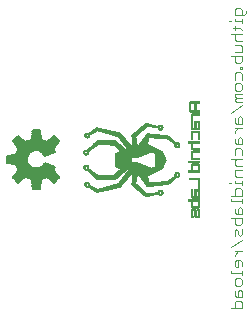
<source format=gbo>
G75*
G70*
%OFA0B0*%
%FSLAX24Y24*%
%IPPOS*%
%LPD*%
%AMOC8*
5,1,8,0,0,1.08239X$1,22.5*
%
%ADD10C,0.0030*%
%ADD11C,0.0000*%
%ADD12C,0.0001*%
%ADD13C,0.0059*%
D10*
X027215Y003642D02*
X027585Y003642D01*
X027585Y003827D01*
X027523Y003889D01*
X027400Y003889D01*
X027338Y003827D01*
X027338Y003642D01*
X027400Y004010D02*
X027585Y004010D01*
X027585Y004196D01*
X027523Y004257D01*
X027462Y004196D01*
X027462Y004010D01*
X027400Y004010D02*
X027338Y004072D01*
X027338Y004196D01*
X027400Y004379D02*
X027338Y004440D01*
X027338Y004564D01*
X027400Y004626D01*
X027523Y004626D01*
X027585Y004564D01*
X027585Y004440D01*
X027523Y004379D01*
X027400Y004379D01*
X027585Y004748D02*
X027585Y004871D01*
X027585Y004809D02*
X027215Y004809D01*
X027215Y004871D01*
X027338Y005054D02*
X027400Y004993D01*
X027462Y004993D01*
X027462Y005239D01*
X027523Y005239D02*
X027400Y005239D01*
X027338Y005178D01*
X027338Y005054D01*
X027585Y005054D02*
X027585Y005178D01*
X027523Y005239D01*
X027338Y005361D02*
X027338Y005423D01*
X027462Y005546D01*
X027585Y005546D02*
X027338Y005546D01*
X027215Y005668D02*
X027585Y005915D01*
X027523Y006036D02*
X027462Y006098D01*
X027462Y006221D01*
X027400Y006283D01*
X027338Y006221D01*
X027338Y006036D01*
X027523Y006036D02*
X027585Y006098D01*
X027585Y006283D01*
X027523Y006404D02*
X027400Y006404D01*
X027338Y006466D01*
X027338Y006651D01*
X027215Y006651D02*
X027585Y006651D01*
X027585Y006466D01*
X027523Y006404D01*
X027462Y006773D02*
X027462Y006958D01*
X027523Y007020D01*
X027585Y006958D01*
X027585Y006773D01*
X027400Y006773D01*
X027338Y006835D01*
X027338Y006958D01*
X027215Y007203D02*
X027585Y007203D01*
X027585Y007142D02*
X027585Y007265D01*
X027585Y007387D02*
X027585Y007572D01*
X027523Y007634D01*
X027400Y007634D01*
X027338Y007572D01*
X027338Y007387D01*
X027215Y007387D02*
X027585Y007387D01*
X027215Y007265D02*
X027215Y007203D01*
X027585Y007756D02*
X027585Y007879D01*
X027585Y007817D02*
X027338Y007817D01*
X027338Y007879D01*
X027400Y008001D02*
X027338Y008062D01*
X027338Y008247D01*
X027585Y008247D01*
X027585Y008369D02*
X027400Y008369D01*
X027338Y008431D01*
X027338Y008554D01*
X027400Y008616D01*
X027338Y008737D02*
X027338Y008922D01*
X027400Y008984D01*
X027523Y008984D01*
X027585Y008922D01*
X027585Y008737D01*
X027585Y008616D02*
X027215Y008616D01*
X027400Y009105D02*
X027338Y009167D01*
X027338Y009291D01*
X027462Y009291D02*
X027462Y009105D01*
X027400Y009105D02*
X027585Y009105D01*
X027585Y009291D01*
X027523Y009352D01*
X027462Y009291D01*
X027338Y009474D02*
X027338Y009536D01*
X027462Y009659D01*
X027462Y009781D02*
X027462Y009966D01*
X027523Y010028D01*
X027585Y009966D01*
X027585Y009781D01*
X027400Y009781D01*
X027338Y009842D01*
X027338Y009966D01*
X027215Y010149D02*
X027585Y010396D01*
X027585Y010517D02*
X027400Y010517D01*
X027338Y010579D01*
X027400Y010641D01*
X027585Y010641D01*
X027585Y010764D02*
X027338Y010764D01*
X027338Y010702D01*
X027400Y010641D01*
X027400Y010886D02*
X027338Y010947D01*
X027338Y011071D01*
X027400Y011133D01*
X027523Y011133D01*
X027585Y011071D01*
X027585Y010947D01*
X027523Y010886D01*
X027400Y010886D01*
X027338Y011254D02*
X027338Y011439D01*
X027400Y011501D01*
X027523Y011501D01*
X027585Y011439D01*
X027585Y011254D01*
X027585Y011623D02*
X027585Y011685D01*
X027523Y011685D01*
X027523Y011623D01*
X027585Y011623D01*
X027523Y011806D02*
X027400Y011806D01*
X027338Y011868D01*
X027338Y012053D01*
X027338Y012175D02*
X027585Y012175D01*
X027585Y012360D01*
X027523Y012422D01*
X027338Y012422D01*
X027400Y012543D02*
X027338Y012605D01*
X027338Y012728D01*
X027400Y012790D01*
X027338Y012912D02*
X027338Y013035D01*
X027276Y012974D02*
X027523Y012974D01*
X027585Y012912D01*
X027585Y012790D02*
X027215Y012790D01*
X027400Y012543D02*
X027585Y012543D01*
X027585Y012053D02*
X027215Y012053D01*
X027585Y012053D02*
X027585Y011868D01*
X027523Y011806D01*
X027585Y013158D02*
X027585Y013281D01*
X027585Y013219D02*
X027338Y013219D01*
X027338Y013281D01*
X027338Y013402D02*
X027338Y013588D01*
X027400Y013649D01*
X027523Y013649D01*
X027585Y013588D01*
X027585Y013402D01*
X027647Y013402D02*
X027338Y013402D01*
X027215Y013219D02*
X027153Y013219D01*
X027647Y013402D02*
X027708Y013464D01*
X027708Y013526D01*
X027585Y009659D02*
X027338Y009659D01*
X027400Y008001D02*
X027585Y008001D01*
X027215Y007817D02*
X027153Y007817D01*
D11*
X026158Y007952D02*
X026158Y007633D01*
X026107Y007633D01*
X026107Y007933D01*
X025808Y007933D01*
X025808Y007984D01*
X026158Y007984D01*
X026158Y007952D01*
X026158Y008177D02*
X025784Y008177D01*
X025784Y008232D01*
X025879Y008232D01*
X025879Y008322D01*
X025879Y008354D01*
X025902Y008354D01*
X025930Y008354D01*
X025930Y008401D01*
X025934Y008409D01*
X025942Y008413D01*
X026095Y008413D01*
X026103Y008409D01*
X026107Y008401D01*
X026107Y008346D01*
X026119Y008346D01*
X026138Y008338D01*
X026158Y008326D01*
X026158Y008401D01*
X026154Y008425D01*
X026138Y008444D01*
X026119Y008460D01*
X026095Y008464D01*
X025942Y008464D01*
X025918Y008460D01*
X025894Y008444D01*
X025882Y008425D01*
X025879Y008401D01*
X025879Y008354D01*
X025930Y008354D01*
X025930Y008240D01*
X025934Y008232D01*
X026103Y008232D01*
X026107Y008240D01*
X026107Y008346D01*
X026119Y008346D01*
X026138Y008338D01*
X026158Y008326D01*
X026158Y008177D01*
X026158Y008500D02*
X025879Y008500D01*
X025879Y008551D01*
X026158Y008551D01*
X026158Y008523D01*
X026158Y008500D01*
X026158Y008602D02*
X026158Y008653D01*
X025942Y008653D01*
X025934Y008657D01*
X025930Y008665D01*
X025930Y008822D01*
X025934Y008830D01*
X025942Y008834D01*
X026158Y008834D01*
X026158Y008885D01*
X025879Y008885D01*
X025879Y008696D01*
X025879Y008665D01*
X025882Y008641D01*
X025894Y008618D01*
X025918Y008606D01*
X025942Y008602D01*
X026158Y008602D01*
X025839Y008551D02*
X025812Y008551D01*
X025784Y008551D01*
X025784Y008500D01*
X025839Y008500D01*
X025839Y008551D01*
X025918Y008929D02*
X025942Y008925D01*
X026158Y008925D01*
X026158Y008976D01*
X025942Y008976D01*
X025934Y008980D01*
X025930Y008988D01*
X025930Y009149D01*
X025934Y009157D01*
X026158Y009157D01*
X026158Y009212D01*
X025784Y009212D01*
X025784Y009157D01*
X025879Y009157D01*
X025879Y009023D01*
X025879Y008988D01*
X025882Y008964D01*
X025894Y008944D01*
X025918Y008929D01*
X025493Y009047D02*
X025473Y009019D01*
X025445Y009004D01*
X025414Y008996D01*
X025379Y009004D01*
X025351Y009019D01*
X025335Y009047D01*
X025327Y009082D01*
X025347Y009090D01*
X025371Y009098D01*
X025363Y009082D01*
X025371Y009055D01*
X025386Y009039D01*
X025414Y009031D01*
X025438Y009039D01*
X025453Y009055D01*
X025461Y009082D01*
X025453Y009102D01*
X025485Y009098D01*
X025497Y009094D01*
X025497Y009082D01*
X025493Y009047D01*
X025497Y009094D02*
X025485Y009098D01*
X025453Y009102D01*
X025438Y009122D01*
X025414Y009130D01*
X025386Y009122D01*
X025371Y009098D01*
X025347Y009090D01*
X025327Y009082D01*
X025331Y009102D01*
X025339Y009122D01*
X025312Y009141D01*
X025288Y009157D01*
X025260Y009177D01*
X025237Y009193D01*
X025209Y009212D01*
X025182Y009228D01*
X025158Y009248D01*
X025131Y009263D01*
X025107Y009283D01*
X025079Y009303D01*
X025012Y009303D01*
X024977Y009307D01*
X024945Y009307D01*
X024910Y009311D01*
X024879Y009311D01*
X024843Y009315D01*
X024808Y009315D01*
X024776Y009319D01*
X024741Y009319D01*
X024709Y009322D01*
X024674Y009322D01*
X024638Y009326D01*
X024607Y009326D01*
X024571Y009330D01*
X024540Y009330D01*
X024505Y009334D01*
X024469Y009334D01*
X024461Y009303D01*
X024453Y009271D01*
X024445Y009240D01*
X024438Y009208D01*
X024426Y009177D01*
X024418Y009145D01*
X024410Y009114D01*
X024442Y009098D01*
X024469Y009086D01*
X024501Y009070D01*
X024528Y009055D01*
X024560Y009039D01*
X024587Y009027D01*
X024619Y009011D01*
X024646Y008996D01*
X024678Y008980D01*
X024705Y008964D01*
X024737Y008952D01*
X024764Y008937D01*
X024796Y008921D01*
X024823Y008905D01*
X024855Y008893D01*
X024882Y008878D01*
X024914Y008862D01*
X024926Y008834D01*
X024942Y008803D01*
X024953Y008771D01*
X024965Y008744D01*
X024981Y008712D01*
X024993Y008681D01*
X025005Y008653D01*
X025020Y008622D01*
X024985Y008622D01*
X024674Y008622D01*
X024674Y008358D01*
X024646Y008346D01*
X024619Y008334D01*
X024591Y008322D01*
X024564Y008311D01*
X024532Y008322D01*
X024501Y008334D01*
X024469Y008346D01*
X024438Y008358D01*
X024406Y008370D01*
X024379Y008381D01*
X024347Y008393D01*
X024316Y008405D01*
X024284Y008417D01*
X024253Y008429D01*
X024221Y008441D01*
X024190Y008456D01*
X024158Y008468D01*
X024127Y008480D01*
X024095Y008492D01*
X024064Y008504D01*
X023926Y008504D01*
X023926Y008480D01*
X023882Y008480D01*
X023882Y008622D01*
X023351Y008622D01*
X023351Y008381D01*
X023355Y008381D01*
X023386Y008366D01*
X023414Y008350D01*
X023445Y008334D01*
X023473Y008319D01*
X023501Y008303D01*
X023532Y008287D01*
X023508Y008263D01*
X023485Y008240D01*
X023461Y008220D01*
X023438Y008196D01*
X023414Y008173D01*
X023390Y008153D01*
X023367Y008130D01*
X023343Y008106D01*
X023316Y008086D01*
X023284Y008082D01*
X023249Y008082D01*
X023217Y008078D01*
X023150Y008078D01*
X023115Y008074D01*
X023083Y008074D01*
X023048Y008070D01*
X023016Y008070D01*
X022981Y008067D01*
X022949Y008067D01*
X022914Y008063D01*
X022847Y008063D01*
X022816Y008059D01*
X022780Y008059D01*
X022753Y008078D01*
X022729Y008098D01*
X022701Y008118D01*
X022674Y008137D01*
X022646Y008157D01*
X022619Y008177D01*
X022591Y008196D01*
X022564Y008216D01*
X022536Y008236D01*
X022508Y008256D01*
X022481Y008275D01*
X022453Y008295D01*
X022457Y008311D01*
X022461Y008330D01*
X022453Y008366D01*
X022438Y008393D01*
X022410Y008409D01*
X022375Y008417D01*
X022355Y008413D01*
X022359Y008393D01*
X022363Y008374D01*
X022375Y008381D01*
X022402Y008374D01*
X022418Y008358D01*
X022426Y008330D01*
X022418Y008307D01*
X022402Y008291D01*
X022375Y008283D01*
X022359Y008291D01*
X022355Y008275D01*
X022339Y008256D01*
X022359Y008248D01*
X022398Y008248D01*
X022418Y008259D01*
X022442Y008236D01*
X022465Y008212D01*
X022489Y008189D01*
X022516Y008165D01*
X022540Y008141D01*
X022564Y008118D01*
X022587Y008094D01*
X022611Y008070D01*
X022634Y008047D01*
X022658Y008023D01*
X022682Y008000D01*
X022705Y007976D01*
X022729Y007952D01*
X022753Y007929D01*
X023331Y007929D01*
X023355Y007948D01*
X023382Y007972D01*
X023406Y007992D01*
X023434Y008015D01*
X023457Y008035D01*
X023485Y008059D01*
X023508Y008082D01*
X023536Y008102D01*
X023560Y008126D01*
X023587Y008145D01*
X023611Y008169D01*
X023638Y008189D01*
X023662Y008212D01*
X023690Y008232D01*
X023713Y008256D01*
X023741Y008279D01*
X023764Y008299D01*
X023784Y008287D01*
X023804Y008275D01*
X023784Y008248D01*
X023764Y008220D01*
X023745Y008193D01*
X023721Y008165D01*
X023701Y008137D01*
X023682Y008110D01*
X023662Y008082D01*
X023638Y008055D01*
X023619Y008027D01*
X023599Y008000D01*
X023579Y007972D01*
X023556Y007941D01*
X023536Y007913D01*
X023516Y007885D01*
X023497Y007858D01*
X023473Y007830D01*
X023453Y007803D01*
X023422Y007795D01*
X023390Y007787D01*
X023359Y007775D01*
X023327Y007767D01*
X023292Y007759D01*
X023260Y007748D01*
X023229Y007740D01*
X023197Y007732D01*
X023166Y007720D01*
X023134Y007712D01*
X023103Y007704D01*
X023068Y007693D01*
X023036Y007685D01*
X023005Y007677D01*
X022973Y007669D01*
X022942Y007657D01*
X022910Y007649D01*
X022879Y007641D01*
X022847Y007630D01*
X022812Y007622D01*
X022780Y007614D01*
X022749Y007602D01*
X022721Y007618D01*
X022694Y007633D01*
X022666Y007649D01*
X022634Y007661D01*
X022607Y007677D01*
X022579Y007693D01*
X022552Y007708D01*
X022520Y007724D01*
X022493Y007736D01*
X022497Y007763D01*
X022493Y007795D01*
X022473Y007822D01*
X022445Y007842D01*
X022414Y007850D01*
X022386Y007842D01*
X022363Y007830D01*
X022343Y007815D01*
X022331Y007791D01*
X022327Y007763D01*
X022331Y007736D01*
X022347Y007712D01*
X022367Y007693D01*
X022390Y007685D01*
X022398Y007712D01*
X022402Y007720D01*
X022375Y007736D01*
X022363Y007763D01*
X022375Y007791D01*
X022398Y007807D01*
X022394Y007826D01*
X022386Y007842D01*
X022394Y007826D01*
X022398Y007807D01*
X022414Y007811D01*
X022438Y007807D01*
X022453Y007787D01*
X022461Y007763D01*
X022453Y007740D01*
X022438Y007720D01*
X022414Y007716D01*
X022402Y007720D01*
X022398Y007712D01*
X022390Y007685D01*
X022414Y007677D01*
X022442Y007685D01*
X022469Y007700D01*
X022497Y007681D01*
X022520Y007661D01*
X022548Y007641D01*
X022571Y007622D01*
X022599Y007606D01*
X022623Y007586D01*
X022650Y007567D01*
X022674Y007547D01*
X022701Y007527D01*
X022725Y007507D01*
X022756Y007515D01*
X022792Y007523D01*
X022823Y007531D01*
X022855Y007535D01*
X022886Y007543D01*
X022918Y007551D01*
X022953Y007559D01*
X022985Y007567D01*
X023016Y007574D01*
X023048Y007578D01*
X023083Y007586D01*
X023115Y007594D01*
X023146Y007602D01*
X023178Y007610D01*
X023213Y007618D01*
X023245Y007626D01*
X023276Y007630D01*
X023308Y007637D01*
X023343Y007645D01*
X023375Y007653D01*
X023406Y007661D01*
X023438Y007669D01*
X023473Y007673D01*
X023505Y007681D01*
X023524Y007708D01*
X023548Y007732D01*
X023568Y007759D01*
X023591Y007783D01*
X023611Y007811D01*
X023634Y007834D01*
X023654Y007858D01*
X023678Y007885D01*
X023697Y007909D01*
X023721Y007937D01*
X023741Y007960D01*
X023764Y007988D01*
X023784Y008011D01*
X023808Y008039D01*
X023827Y008063D01*
X023851Y008090D01*
X023871Y008114D01*
X023894Y008137D01*
X023914Y008165D01*
X023938Y008189D01*
X023942Y008185D01*
X023938Y008153D01*
X023934Y008122D01*
X023934Y008090D01*
X023930Y008059D01*
X023926Y008023D01*
X023922Y007992D01*
X023918Y007960D01*
X023914Y007929D01*
X023914Y007897D01*
X023910Y007862D01*
X023906Y007830D01*
X023902Y007799D01*
X023898Y007767D01*
X023926Y007744D01*
X023949Y007724D01*
X023977Y007700D01*
X024005Y007677D01*
X024028Y007657D01*
X024056Y007633D01*
X024079Y007610D01*
X024107Y007586D01*
X024134Y007567D01*
X024158Y007543D01*
X024186Y007519D01*
X024209Y007500D01*
X024237Y007476D01*
X024264Y007452D01*
X024288Y007433D01*
X024316Y007409D01*
X024343Y007385D01*
X024367Y007366D01*
X024398Y007366D01*
X024430Y007374D01*
X024461Y007381D01*
X024493Y007393D01*
X024524Y007401D01*
X024556Y007409D01*
X024587Y007417D01*
X024619Y007425D01*
X024646Y007433D01*
X024678Y007444D01*
X024709Y007452D01*
X024741Y007460D01*
X024772Y007468D01*
X024788Y007444D01*
X024812Y007425D01*
X024839Y007417D01*
X024851Y007413D01*
X024882Y007421D01*
X024910Y007441D01*
X024930Y007468D01*
X024938Y007500D01*
X024930Y007531D01*
X024910Y007559D01*
X024882Y007578D01*
X024851Y007582D01*
X024847Y007582D01*
X024835Y007563D01*
X024831Y007543D01*
X024827Y007539D01*
X024851Y007547D01*
X024875Y007543D01*
X024894Y007523D01*
X024898Y007500D01*
X024894Y007476D01*
X024875Y007456D01*
X024851Y007448D01*
X024827Y007460D01*
X024831Y007444D01*
X024839Y007417D01*
X024831Y007444D01*
X024827Y007460D01*
X024808Y007476D01*
X024804Y007500D01*
X024812Y007523D01*
X024827Y007539D01*
X024831Y007543D01*
X024835Y007563D01*
X024847Y007582D01*
X024816Y007574D01*
X024792Y007559D01*
X024772Y007531D01*
X024768Y007504D01*
X024733Y007500D01*
X024701Y007496D01*
X024666Y007492D01*
X024634Y007488D01*
X024603Y007484D01*
X024568Y007480D01*
X024536Y007476D01*
X024505Y007472D01*
X024469Y007468D01*
X024438Y007464D01*
X024402Y007460D01*
X024379Y007484D01*
X024355Y007504D01*
X024327Y007527D01*
X024304Y007551D01*
X024276Y007574D01*
X024253Y007598D01*
X024225Y007618D01*
X024201Y007641D01*
X024174Y007665D01*
X024150Y007689D01*
X024127Y007708D01*
X024099Y007732D01*
X024075Y007756D01*
X024048Y007779D01*
X024024Y007799D01*
X024028Y007834D01*
X024036Y007866D01*
X024040Y007897D01*
X024048Y007929D01*
X024052Y007960D01*
X024060Y007992D01*
X024064Y008023D01*
X024071Y008059D01*
X024075Y008090D01*
X024083Y008122D01*
X024111Y008114D01*
X024131Y008086D01*
X024150Y008059D01*
X024174Y008031D01*
X024194Y008004D01*
X024213Y007976D01*
X024233Y007948D01*
X024253Y007921D01*
X024272Y007897D01*
X024296Y007870D01*
X024316Y007842D01*
X024335Y007815D01*
X024355Y007787D01*
X024375Y007759D01*
X024394Y007732D01*
X024418Y007704D01*
X024449Y007708D01*
X024485Y007712D01*
X024516Y007712D01*
X024552Y007716D01*
X024583Y007720D01*
X024619Y007724D01*
X024650Y007728D01*
X024686Y007732D01*
X024717Y007736D01*
X024753Y007740D01*
X024784Y007744D01*
X024819Y007748D01*
X024851Y007752D01*
X024886Y007756D01*
X024918Y007759D01*
X024953Y007763D01*
X024985Y007767D01*
X025020Y007771D01*
X025052Y007771D01*
X025087Y007775D01*
X025119Y007779D01*
X025142Y007803D01*
X025170Y007826D01*
X025194Y007850D01*
X025217Y007874D01*
X025245Y007901D01*
X025268Y007925D01*
X025292Y007948D01*
X025319Y007972D01*
X025343Y007996D01*
X025367Y008019D01*
X025390Y008007D01*
X025414Y008007D01*
X025445Y008011D01*
X025473Y008031D01*
X025493Y008059D01*
X025497Y008090D01*
X025493Y008110D01*
X025481Y008137D01*
X025465Y008157D01*
X025442Y008169D01*
X025414Y008177D01*
X025386Y008173D01*
X025363Y008157D01*
X025343Y008137D01*
X025331Y008114D01*
X025351Y008106D01*
X025367Y008102D01*
X025371Y008102D01*
X025382Y008130D01*
X025414Y008141D01*
X025442Y008130D01*
X025457Y008102D01*
X025469Y008102D01*
X025493Y008110D01*
X025469Y008102D01*
X025457Y008102D01*
X025461Y008090D01*
X025453Y008067D01*
X025438Y008047D01*
X025414Y008043D01*
X025386Y008047D01*
X025371Y008067D01*
X025363Y008090D01*
X025371Y008102D01*
X025367Y008102D01*
X025351Y008106D01*
X025331Y008114D01*
X025327Y008090D01*
X025331Y008070D01*
X025339Y008051D01*
X025312Y008031D01*
X025288Y008011D01*
X025260Y007996D01*
X025237Y007976D01*
X025209Y007960D01*
X025182Y007941D01*
X025158Y007925D01*
X025131Y007905D01*
X025107Y007889D01*
X025079Y007870D01*
X025044Y007870D01*
X025012Y007866D01*
X024977Y007866D01*
X024945Y007862D01*
X024910Y007862D01*
X024879Y007858D01*
X024843Y007858D01*
X024808Y007854D01*
X024776Y007854D01*
X024741Y007850D01*
X024709Y007850D01*
X024674Y007846D01*
X024607Y007846D01*
X024571Y007842D01*
X024540Y007842D01*
X024505Y007838D01*
X024469Y007838D01*
X024461Y007870D01*
X024453Y007901D01*
X024445Y007933D01*
X024438Y007964D01*
X024430Y007996D01*
X024418Y008027D01*
X024410Y008059D01*
X024442Y008074D01*
X024469Y008086D01*
X024501Y008102D01*
X024528Y008118D01*
X024560Y008133D01*
X024587Y008145D01*
X024619Y008161D01*
X024646Y008177D01*
X024678Y008193D01*
X024705Y008204D01*
X024737Y008220D01*
X024764Y008236D01*
X024796Y008252D01*
X024823Y008263D01*
X024855Y008279D01*
X024882Y008295D01*
X024914Y008311D01*
X024926Y008342D01*
X024942Y008370D01*
X024953Y008401D01*
X024969Y008433D01*
X024981Y008464D01*
X024997Y008492D01*
X025008Y008523D01*
X025020Y008555D01*
X025036Y008586D01*
X025028Y008606D01*
X025020Y008622D01*
X024674Y008622D01*
X024674Y008811D01*
X024646Y008826D01*
X024619Y008838D01*
X024591Y008850D01*
X024564Y008862D01*
X024532Y008850D01*
X024501Y008838D01*
X024469Y008826D01*
X024438Y008815D01*
X024406Y008803D01*
X024379Y008791D01*
X024347Y008779D01*
X024316Y008767D01*
X024284Y008752D01*
X024253Y008740D01*
X024221Y008728D01*
X024190Y008716D01*
X024158Y008704D01*
X024127Y008693D01*
X024095Y008681D01*
X024064Y008669D01*
X023926Y008669D01*
X023926Y008693D01*
X023882Y008693D01*
X023882Y008622D01*
X023351Y008622D01*
X023351Y008791D01*
X023382Y008807D01*
X023414Y008822D01*
X023442Y008838D01*
X023473Y008854D01*
X023501Y008870D01*
X023532Y008885D01*
X023508Y008909D01*
X023485Y008929D01*
X023461Y008952D01*
X023438Y008976D01*
X023414Y008996D01*
X023390Y009019D01*
X023367Y009043D01*
X023343Y009063D01*
X023316Y009086D01*
X023284Y009086D01*
X023249Y009090D01*
X023217Y009090D01*
X023182Y009094D01*
X023150Y009094D01*
X023115Y009098D01*
X023083Y009098D01*
X023048Y009102D01*
X022981Y009102D01*
X022949Y009106D01*
X022914Y009106D01*
X022882Y009110D01*
X022847Y009110D01*
X022816Y009114D01*
X022780Y009114D01*
X022753Y009094D01*
X022729Y009074D01*
X022701Y009055D01*
X022674Y009035D01*
X022646Y009015D01*
X022619Y008996D01*
X022591Y008976D01*
X022564Y008956D01*
X022536Y008937D01*
X022508Y008917D01*
X022481Y008897D01*
X022453Y008878D01*
X022457Y008858D01*
X022461Y008838D01*
X022453Y008807D01*
X022438Y008779D01*
X022410Y008763D01*
X022375Y008756D01*
X022347Y008759D01*
X022351Y008783D01*
X022351Y008803D01*
X022375Y008791D01*
X022402Y008799D01*
X022418Y008815D01*
X022426Y008842D01*
X022418Y008866D01*
X022402Y008881D01*
X022375Y008889D01*
X022351Y008878D01*
X022351Y008901D01*
X022347Y008921D01*
X022375Y008925D01*
X022398Y008921D01*
X022418Y008913D01*
X022442Y008937D01*
X022465Y008960D01*
X022489Y008984D01*
X022516Y009007D01*
X022540Y009031D01*
X022564Y009055D01*
X022587Y009078D01*
X022611Y009102D01*
X022634Y009126D01*
X022658Y009149D01*
X022682Y009173D01*
X022705Y009196D01*
X022729Y009220D01*
X022753Y009244D01*
X023331Y009244D01*
X023355Y009224D01*
X023382Y009200D01*
X023406Y009177D01*
X023434Y009157D01*
X023457Y009133D01*
X023485Y009114D01*
X023508Y009090D01*
X023536Y009070D01*
X023560Y009047D01*
X023587Y009027D01*
X023611Y009004D01*
X023638Y008980D01*
X023662Y008960D01*
X023690Y008937D01*
X023713Y008917D01*
X023741Y008893D01*
X023764Y008874D01*
X023784Y008885D01*
X023804Y008897D01*
X023784Y008925D01*
X023764Y008952D01*
X023745Y008980D01*
X023721Y009007D01*
X023701Y009035D01*
X023682Y009063D01*
X023662Y009090D01*
X023638Y009118D01*
X023619Y009145D01*
X023599Y009173D01*
X023579Y009200D01*
X023556Y009228D01*
X023536Y009256D01*
X023516Y009283D01*
X023497Y009311D01*
X023473Y009338D01*
X023453Y009366D01*
X023422Y009378D01*
X023390Y009385D01*
X023359Y009393D01*
X023327Y009405D01*
X023292Y009413D01*
X023260Y009421D01*
X023229Y009433D01*
X023197Y009441D01*
X023166Y009448D01*
X023134Y009460D01*
X023103Y009468D01*
X023068Y009476D01*
X023036Y009488D01*
X023005Y009496D01*
X022973Y009504D01*
X022942Y009515D01*
X022910Y009523D01*
X022879Y009531D01*
X022847Y009543D01*
X022812Y009551D01*
X022780Y009559D01*
X022749Y009567D01*
X022721Y009555D01*
X022694Y009539D01*
X022666Y009523D01*
X022634Y009507D01*
X022607Y009492D01*
X022579Y009480D01*
X022552Y009464D01*
X022520Y009448D01*
X022493Y009433D01*
X022497Y009409D01*
X022493Y009374D01*
X022473Y009346D01*
X022445Y009330D01*
X022414Y009322D01*
X022394Y009326D01*
X022398Y009346D01*
X022402Y009362D01*
X022414Y009358D01*
X022438Y009366D01*
X022453Y009381D01*
X022461Y009409D01*
X022453Y009433D01*
X022438Y009448D01*
X022414Y009456D01*
X022410Y009456D01*
X022406Y009476D01*
X022402Y009492D01*
X022414Y009492D01*
X022442Y009488D01*
X022469Y009472D01*
X022497Y009492D01*
X022520Y009507D01*
X022548Y009527D01*
X022571Y009547D01*
X022599Y009567D01*
X022623Y009586D01*
X022650Y009606D01*
X022674Y009626D01*
X022701Y009645D01*
X022725Y009665D01*
X022756Y009657D01*
X022792Y009649D01*
X022823Y009641D01*
X022855Y009633D01*
X022886Y009626D01*
X022918Y009622D01*
X022953Y009614D01*
X022985Y009606D01*
X023016Y009598D01*
X023048Y009590D01*
X023083Y009582D01*
X023115Y009578D01*
X023146Y009570D01*
X023178Y009563D01*
X023213Y009555D01*
X023245Y009547D01*
X023276Y009539D01*
X023308Y009531D01*
X023343Y009527D01*
X023375Y009519D01*
X023406Y009511D01*
X023438Y009504D01*
X023473Y009496D01*
X023505Y009488D01*
X023524Y009464D01*
X023548Y009441D01*
X023568Y009413D01*
X023591Y009389D01*
X023611Y009362D01*
X023634Y009338D01*
X023654Y009311D01*
X023678Y009287D01*
X023697Y009259D01*
X023721Y009236D01*
X023741Y009208D01*
X023764Y009185D01*
X023784Y009161D01*
X023808Y009133D01*
X023827Y009110D01*
X023851Y009082D01*
X023871Y009059D01*
X023894Y009031D01*
X023914Y009007D01*
X023938Y008980D01*
X023942Y008984D01*
X023938Y009019D01*
X023934Y009051D01*
X023934Y009082D01*
X023930Y009114D01*
X023926Y009145D01*
X023922Y009177D01*
X023918Y009212D01*
X023914Y009244D01*
X023914Y009275D01*
X023910Y009307D01*
X023906Y009338D01*
X023902Y009374D01*
X023898Y009405D01*
X023926Y009425D01*
X023949Y009448D01*
X023977Y009472D01*
X024005Y009496D01*
X024028Y009515D01*
X024056Y009539D01*
X024079Y009563D01*
X024107Y009582D01*
X024134Y009606D01*
X024158Y009630D01*
X024186Y009649D01*
X024209Y009673D01*
X024237Y009696D01*
X024264Y009716D01*
X024288Y009740D01*
X024316Y009763D01*
X024343Y009783D01*
X024367Y009807D01*
X024398Y009807D01*
X024430Y009795D01*
X024461Y009787D01*
X024493Y009779D01*
X024524Y009771D01*
X024556Y009763D01*
X024587Y009756D01*
X024615Y009748D01*
X024646Y009736D01*
X024678Y009728D01*
X024709Y009720D01*
X024741Y009712D01*
X024772Y009704D01*
X024788Y009732D01*
X024816Y009752D01*
X024847Y009756D01*
X024851Y009756D01*
X024882Y009752D01*
X024910Y009732D01*
X024930Y009704D01*
X024938Y009673D01*
X024930Y009645D01*
X024918Y009622D01*
X024898Y009602D01*
X024875Y009590D01*
X024867Y009606D01*
X024859Y009626D01*
X024886Y009641D01*
X024898Y009673D01*
X024894Y009696D01*
X024875Y009716D01*
X024851Y009720D01*
X024847Y009720D01*
X024847Y009756D01*
X024847Y009720D01*
X024823Y009712D01*
X024808Y009696D01*
X024804Y009673D01*
X024808Y009649D01*
X024827Y009630D01*
X024851Y009622D01*
X024859Y009626D01*
X024867Y009606D01*
X024875Y009590D01*
X024851Y009586D01*
X024819Y009594D01*
X024792Y009610D01*
X024772Y009637D01*
X024768Y009669D01*
X024733Y009673D01*
X024701Y009677D01*
X024666Y009681D01*
X024634Y009685D01*
X024603Y009689D01*
X024568Y009693D01*
X024536Y009696D01*
X024505Y009700D01*
X024469Y009704D01*
X024438Y009708D01*
X024402Y009712D01*
X024379Y009689D01*
X024355Y009665D01*
X024327Y009641D01*
X024304Y009622D01*
X024276Y009598D01*
X024253Y009574D01*
X024225Y009551D01*
X024201Y009531D01*
X024174Y009507D01*
X024150Y009484D01*
X024127Y009460D01*
X024099Y009441D01*
X024075Y009417D01*
X024048Y009393D01*
X024024Y009370D01*
X024028Y009338D01*
X024036Y009307D01*
X024040Y009275D01*
X024048Y009244D01*
X024052Y009212D01*
X024060Y009181D01*
X024064Y009145D01*
X024071Y009114D01*
X024075Y009082D01*
X024083Y009051D01*
X024111Y009059D01*
X024131Y009082D01*
X024154Y009110D01*
X024174Y009137D01*
X024194Y009165D01*
X024213Y009193D01*
X024233Y009220D01*
X024253Y009248D01*
X024272Y009275D01*
X024296Y009303D01*
X024316Y009330D01*
X024335Y009358D01*
X024355Y009385D01*
X024375Y009413D01*
X024394Y009441D01*
X024418Y009468D01*
X024449Y009464D01*
X024485Y009460D01*
X024516Y009456D01*
X024552Y009452D01*
X024583Y009448D01*
X024619Y009444D01*
X024650Y009441D01*
X024686Y009441D01*
X024717Y009437D01*
X024753Y009433D01*
X024784Y009429D01*
X024819Y009425D01*
X024851Y009421D01*
X024886Y009417D01*
X024918Y009413D01*
X024953Y009409D01*
X024985Y009405D01*
X025020Y009401D01*
X025052Y009397D01*
X025087Y009393D01*
X025119Y009389D01*
X025142Y009366D01*
X025170Y009342D01*
X025194Y009319D01*
X025217Y009295D01*
X025245Y009271D01*
X025268Y009248D01*
X025292Y009224D01*
X025319Y009200D01*
X025343Y009177D01*
X025367Y009153D01*
X025390Y009161D01*
X025414Y009165D01*
X025442Y009161D01*
X025465Y009145D01*
X025485Y009122D01*
X025497Y009094D01*
X025879Y009263D02*
X025930Y009263D01*
X025930Y009488D01*
X025934Y009496D01*
X026103Y009496D01*
X026107Y009488D01*
X026107Y009263D01*
X026158Y009263D01*
X026158Y009488D01*
X026154Y009511D01*
X026138Y009531D01*
X026119Y009547D01*
X026095Y009551D01*
X025942Y009551D01*
X025918Y009547D01*
X025894Y009531D01*
X025882Y009511D01*
X025879Y009488D01*
X025879Y009263D01*
X025942Y009598D02*
X025918Y009602D01*
X025894Y009618D01*
X025882Y009637D01*
X025879Y009661D01*
X025879Y009693D01*
X025879Y009720D01*
X025898Y009728D01*
X025918Y009732D01*
X025930Y009736D01*
X025930Y009885D01*
X025879Y009885D01*
X025879Y009720D01*
X025898Y009728D01*
X025918Y009732D01*
X025930Y009736D01*
X025930Y009661D01*
X025934Y009657D01*
X025942Y009653D01*
X025993Y009653D01*
X025993Y009740D01*
X026016Y009740D01*
X026044Y009740D01*
X026044Y009834D01*
X026095Y009834D01*
X026103Y009830D01*
X026107Y009822D01*
X026107Y009736D01*
X026123Y009732D01*
X026142Y009728D01*
X026158Y009720D01*
X026158Y009822D01*
X026154Y009846D01*
X026138Y009866D01*
X026119Y009881D01*
X026095Y009885D01*
X025993Y009885D01*
X025993Y009740D01*
X026044Y009740D01*
X026044Y009653D01*
X026107Y009653D01*
X026107Y009736D01*
X026123Y009732D01*
X026142Y009728D01*
X026158Y009720D01*
X026158Y009602D01*
X026154Y009598D01*
X026158Y009598D01*
X026158Y009602D01*
X026154Y009598D01*
X025942Y009598D01*
X025930Y009913D02*
X025930Y010070D01*
X025934Y010078D01*
X025942Y010082D01*
X026158Y010082D01*
X026158Y010133D01*
X025942Y010133D01*
X025918Y010130D01*
X025894Y010114D01*
X025882Y010094D01*
X025879Y010070D01*
X025879Y009913D01*
X025930Y009913D01*
X025871Y010189D02*
X025847Y010193D01*
X025827Y010204D01*
X025816Y010228D01*
X025808Y010252D01*
X025808Y010338D01*
X025863Y010338D01*
X025863Y010244D01*
X025871Y010240D01*
X025985Y010240D01*
X025985Y010338D01*
X026008Y010338D01*
X026036Y010338D01*
X026036Y010240D01*
X026158Y010240D01*
X026158Y010189D01*
X025871Y010189D01*
X025863Y010338D02*
X025808Y010338D01*
X025808Y010472D01*
X025816Y010500D01*
X025827Y010519D01*
X025847Y010531D01*
X025871Y010535D01*
X026158Y010535D01*
X026158Y010484D01*
X026036Y010484D01*
X026036Y010366D01*
X026036Y010338D01*
X025985Y010338D01*
X025985Y010484D01*
X025871Y010484D01*
X025863Y010480D01*
X025863Y010338D01*
X022406Y009476D02*
X022410Y009456D01*
X022386Y009448D01*
X022371Y009429D01*
X022363Y009409D01*
X022375Y009378D01*
X022402Y009362D01*
X022398Y009346D01*
X022394Y009326D01*
X022367Y009338D01*
X022347Y009354D01*
X022331Y009381D01*
X022327Y009409D01*
X022331Y009437D01*
X022351Y009464D01*
X022375Y009480D01*
X022402Y009492D01*
X022406Y009476D01*
X022347Y008921D02*
X022319Y008901D01*
X022300Y008874D01*
X022292Y008838D01*
X022300Y008807D01*
X022316Y008779D01*
X022347Y008759D01*
X022351Y008783D01*
X022351Y008803D01*
X022335Y008819D01*
X022327Y008842D01*
X022335Y008862D01*
X022351Y008878D01*
X022351Y008901D01*
X022347Y008921D01*
X022355Y008413D02*
X022331Y008401D01*
X022312Y008381D01*
X022296Y008358D01*
X022292Y008330D01*
X022296Y008299D01*
X022316Y008275D01*
X022339Y008256D01*
X022355Y008275D01*
X022359Y008291D01*
X022335Y008307D01*
X022327Y008330D01*
X022339Y008358D01*
X022363Y008374D01*
X022359Y008393D01*
X022355Y008413D01*
X025879Y007610D02*
X025879Y007578D01*
X025879Y007385D01*
X025882Y007362D01*
X025894Y007342D01*
X025918Y007326D01*
X025942Y007322D01*
X026119Y007322D01*
X026138Y007322D01*
X026158Y007322D01*
X026158Y007547D01*
X026154Y007570D01*
X026138Y007590D01*
X026115Y007606D01*
X026099Y007578D01*
X026091Y007555D01*
X026103Y007555D01*
X026107Y007547D01*
X026107Y007374D01*
X026091Y007374D01*
X026099Y007354D01*
X026107Y007338D01*
X026119Y007322D01*
X026107Y007338D01*
X026099Y007354D01*
X026091Y007374D01*
X026044Y007374D01*
X026044Y007555D01*
X026091Y007555D01*
X026099Y007578D01*
X026115Y007606D01*
X026095Y007610D01*
X025993Y007610D01*
X025993Y007374D01*
X025942Y007374D01*
X025934Y007378D01*
X025930Y007385D01*
X025930Y007610D01*
X025879Y007610D01*
X025784Y007271D02*
X025784Y007244D01*
X025784Y007220D01*
X025879Y007220D01*
X025879Y007106D01*
X025879Y007078D01*
X025879Y007047D01*
X025882Y007023D01*
X025894Y007004D01*
X025918Y006988D01*
X025942Y006984D01*
X026095Y006984D01*
X026119Y006988D01*
X026138Y007004D01*
X026154Y007023D01*
X026158Y007047D01*
X026158Y007110D01*
X026142Y007118D01*
X026123Y007122D01*
X026107Y007126D01*
X026107Y007047D01*
X026103Y007039D01*
X025934Y007039D01*
X025930Y007047D01*
X025930Y007122D01*
X025926Y007122D01*
X025902Y007118D01*
X025879Y007106D01*
X025902Y007118D01*
X025926Y007122D01*
X025930Y007122D01*
X025930Y007208D01*
X025934Y007216D01*
X025942Y007220D01*
X026095Y007220D01*
X026103Y007216D01*
X026107Y007208D01*
X026107Y007126D01*
X026123Y007122D01*
X026142Y007118D01*
X026158Y007110D01*
X026158Y007271D01*
X025784Y007271D01*
X025918Y006944D02*
X025894Y006933D01*
X025882Y006913D01*
X025879Y006889D01*
X025879Y006728D01*
X025882Y006704D01*
X025894Y006685D01*
X025918Y006669D01*
X025942Y006665D01*
X025949Y006665D01*
X025949Y006716D01*
X025942Y006716D01*
X025934Y006720D01*
X025930Y006728D01*
X025930Y006889D01*
X025934Y006897D01*
X025989Y006897D01*
X025993Y006889D01*
X025993Y006728D01*
X025997Y006704D01*
X026008Y006685D01*
X026032Y006669D01*
X026056Y006665D01*
X026095Y006665D01*
X026119Y006669D01*
X026138Y006685D01*
X026154Y006704D01*
X026158Y006728D01*
X026158Y006889D01*
X026154Y006913D01*
X026138Y006933D01*
X026119Y006944D01*
X026095Y006952D01*
X026083Y006952D01*
X026083Y006897D01*
X026103Y006897D01*
X026107Y006889D01*
X026107Y006728D01*
X026103Y006720D01*
X026095Y006716D01*
X026056Y006716D01*
X026048Y006720D01*
X026044Y006728D01*
X026044Y006889D01*
X026040Y006913D01*
X026024Y006933D01*
X026005Y006944D01*
X025981Y006952D01*
X025942Y006952D01*
X025918Y006944D01*
D12*
X025917Y006944D02*
X026005Y006944D01*
X026007Y006943D02*
X025915Y006943D01*
X025913Y006942D02*
X026008Y006942D01*
X026010Y006941D02*
X025911Y006941D01*
X025909Y006940D02*
X026012Y006940D01*
X026013Y006939D02*
X025907Y006939D01*
X025905Y006938D02*
X026015Y006938D01*
X026017Y006937D02*
X025903Y006937D01*
X025901Y006936D02*
X026018Y006936D01*
X026020Y006935D02*
X025899Y006935D01*
X025897Y006934D02*
X026022Y006934D01*
X026023Y006933D02*
X025895Y006933D01*
X025894Y006932D02*
X026025Y006932D01*
X026025Y006931D02*
X025893Y006931D01*
X025893Y006930D02*
X026026Y006930D01*
X026027Y006929D02*
X025892Y006929D01*
X025892Y006928D02*
X026028Y006928D01*
X026029Y006927D02*
X025891Y006927D01*
X025890Y006926D02*
X026029Y006926D01*
X026030Y006925D02*
X025890Y006925D01*
X025889Y006924D02*
X026031Y006924D01*
X026032Y006923D02*
X025889Y006923D01*
X025888Y006922D02*
X026033Y006922D01*
X026033Y006921D02*
X025887Y006921D01*
X025887Y006920D02*
X026034Y006920D01*
X026035Y006919D02*
X025886Y006919D01*
X025886Y006918D02*
X026036Y006918D01*
X026037Y006917D02*
X025885Y006917D01*
X025884Y006916D02*
X026037Y006916D01*
X026038Y006915D02*
X025884Y006915D01*
X025883Y006914D02*
X026039Y006914D01*
X026040Y006913D02*
X025883Y006913D01*
X025882Y006912D02*
X026040Y006912D01*
X026040Y006911D02*
X025882Y006911D01*
X025882Y006910D02*
X026040Y006910D01*
X026041Y006909D02*
X025882Y006909D01*
X025882Y006908D02*
X026041Y006908D01*
X026041Y006907D02*
X025882Y006907D01*
X025881Y006906D02*
X026041Y006906D01*
X026041Y006905D02*
X025881Y006905D01*
X025881Y006904D02*
X026041Y006904D01*
X026042Y006903D02*
X025881Y006903D01*
X025881Y006902D02*
X026042Y006902D01*
X026042Y006901D02*
X025881Y006901D01*
X025880Y006900D02*
X026042Y006900D01*
X026042Y006899D02*
X025880Y006899D01*
X025880Y006898D02*
X026042Y006898D01*
X026043Y006897D02*
X025880Y006897D01*
X025880Y006896D02*
X025933Y006896D01*
X025933Y006895D02*
X025880Y006895D01*
X025879Y006894D02*
X025932Y006894D01*
X025932Y006893D02*
X025879Y006893D01*
X025879Y006892D02*
X025931Y006892D01*
X025931Y006891D02*
X025879Y006891D01*
X025879Y006890D02*
X025930Y006890D01*
X025930Y006889D02*
X025879Y006889D01*
X025879Y006888D02*
X025930Y006888D01*
X025930Y006887D02*
X025879Y006887D01*
X025879Y006886D02*
X025930Y006886D01*
X025930Y006885D02*
X025879Y006885D01*
X025879Y006884D02*
X025930Y006884D01*
X025930Y006883D02*
X025879Y006883D01*
X025879Y006882D02*
X025930Y006882D01*
X025930Y006881D02*
X025879Y006881D01*
X025879Y006880D02*
X025930Y006880D01*
X025930Y006879D02*
X025879Y006879D01*
X025879Y006878D02*
X025930Y006878D01*
X025930Y006877D02*
X025879Y006877D01*
X025879Y006876D02*
X025930Y006876D01*
X025930Y006875D02*
X025879Y006875D01*
X025879Y006874D02*
X025930Y006874D01*
X025930Y006873D02*
X025879Y006873D01*
X025879Y006872D02*
X025930Y006872D01*
X025930Y006871D02*
X025879Y006871D01*
X025879Y006870D02*
X025930Y006870D01*
X025930Y006869D02*
X025879Y006869D01*
X025879Y006868D02*
X025930Y006868D01*
X025930Y006867D02*
X025879Y006867D01*
X025879Y006866D02*
X025930Y006866D01*
X025930Y006865D02*
X025879Y006865D01*
X025879Y006864D02*
X025930Y006864D01*
X025930Y006863D02*
X025879Y006863D01*
X025879Y006862D02*
X025930Y006862D01*
X025930Y006861D02*
X025879Y006861D01*
X025879Y006860D02*
X025930Y006860D01*
X025930Y006859D02*
X025879Y006859D01*
X025879Y006858D02*
X025930Y006858D01*
X025930Y006857D02*
X025879Y006857D01*
X025879Y006856D02*
X025930Y006856D01*
X025930Y006855D02*
X025879Y006855D01*
X025879Y006854D02*
X025930Y006854D01*
X025930Y006853D02*
X025879Y006853D01*
X025879Y006852D02*
X025930Y006852D01*
X025930Y006851D02*
X025879Y006851D01*
X025879Y006850D02*
X025930Y006850D01*
X025930Y006849D02*
X025879Y006849D01*
X025879Y006848D02*
X025930Y006848D01*
X025930Y006847D02*
X025879Y006847D01*
X025879Y006846D02*
X025930Y006846D01*
X025930Y006845D02*
X025879Y006845D01*
X025879Y006844D02*
X025930Y006844D01*
X025930Y006843D02*
X025879Y006843D01*
X025879Y006842D02*
X025930Y006842D01*
X025930Y006841D02*
X025879Y006841D01*
X025879Y006840D02*
X025930Y006840D01*
X025930Y006839D02*
X025879Y006839D01*
X025879Y006838D02*
X025930Y006838D01*
X025930Y006837D02*
X025879Y006837D01*
X025879Y006836D02*
X025930Y006836D01*
X025930Y006835D02*
X025879Y006835D01*
X025879Y006834D02*
X025930Y006834D01*
X025930Y006833D02*
X025879Y006833D01*
X025879Y006832D02*
X025930Y006832D01*
X025930Y006831D02*
X025879Y006831D01*
X025879Y006830D02*
X025930Y006830D01*
X025930Y006829D02*
X025879Y006829D01*
X025879Y006828D02*
X025930Y006828D01*
X025930Y006827D02*
X025879Y006827D01*
X025879Y006826D02*
X025930Y006826D01*
X025930Y006825D02*
X025879Y006825D01*
X025879Y006824D02*
X025930Y006824D01*
X025930Y006823D02*
X025879Y006823D01*
X025879Y006822D02*
X025930Y006822D01*
X025930Y006821D02*
X025879Y006821D01*
X025879Y006820D02*
X025930Y006820D01*
X025930Y006819D02*
X025879Y006819D01*
X025879Y006818D02*
X025930Y006818D01*
X025930Y006817D02*
X025879Y006817D01*
X025879Y006816D02*
X025930Y006816D01*
X025930Y006815D02*
X025879Y006815D01*
X025879Y006814D02*
X025930Y006814D01*
X025930Y006813D02*
X025879Y006813D01*
X025879Y006812D02*
X025930Y006812D01*
X025930Y006811D02*
X025879Y006811D01*
X025879Y006810D02*
X025930Y006810D01*
X025930Y006809D02*
X025879Y006809D01*
X025879Y006808D02*
X025930Y006808D01*
X025930Y006807D02*
X025879Y006807D01*
X025879Y006806D02*
X025930Y006806D01*
X025930Y006805D02*
X025879Y006805D01*
X025879Y006804D02*
X025930Y006804D01*
X025930Y006803D02*
X025879Y006803D01*
X025879Y006802D02*
X025930Y006802D01*
X025930Y006801D02*
X025879Y006801D01*
X025879Y006800D02*
X025930Y006800D01*
X025930Y006799D02*
X025879Y006799D01*
X025879Y006798D02*
X025930Y006798D01*
X025930Y006797D02*
X025879Y006797D01*
X025879Y006796D02*
X025930Y006796D01*
X025930Y006795D02*
X025879Y006795D01*
X025879Y006794D02*
X025930Y006794D01*
X025930Y006793D02*
X025879Y006793D01*
X025879Y006792D02*
X025930Y006792D01*
X025930Y006791D02*
X025879Y006791D01*
X025879Y006790D02*
X025930Y006790D01*
X025930Y006789D02*
X025879Y006789D01*
X025879Y006788D02*
X025930Y006788D01*
X025930Y006787D02*
X025879Y006787D01*
X025879Y006786D02*
X025930Y006786D01*
X025930Y006785D02*
X025879Y006785D01*
X025879Y006784D02*
X025930Y006784D01*
X025930Y006783D02*
X025879Y006783D01*
X025879Y006782D02*
X025930Y006782D01*
X025930Y006781D02*
X025879Y006781D01*
X025879Y006780D02*
X025930Y006780D01*
X025930Y006779D02*
X025879Y006779D01*
X025879Y006778D02*
X025930Y006778D01*
X025930Y006777D02*
X025879Y006777D01*
X025879Y006776D02*
X025930Y006776D01*
X025930Y006775D02*
X025879Y006775D01*
X025879Y006774D02*
X025930Y006774D01*
X025930Y006773D02*
X025879Y006773D01*
X025879Y006772D02*
X025930Y006772D01*
X025930Y006771D02*
X025879Y006771D01*
X025879Y006770D02*
X025930Y006770D01*
X025930Y006769D02*
X025879Y006769D01*
X025879Y006768D02*
X025930Y006768D01*
X025930Y006767D02*
X025879Y006767D01*
X025879Y006766D02*
X025930Y006766D01*
X025930Y006765D02*
X025879Y006765D01*
X025879Y006764D02*
X025930Y006764D01*
X025930Y006763D02*
X025879Y006763D01*
X025879Y006762D02*
X025930Y006762D01*
X025930Y006761D02*
X025879Y006761D01*
X025879Y006760D02*
X025930Y006760D01*
X025930Y006759D02*
X025879Y006759D01*
X025879Y006758D02*
X025930Y006758D01*
X025930Y006757D02*
X025879Y006757D01*
X025879Y006756D02*
X025930Y006756D01*
X025930Y006755D02*
X025879Y006755D01*
X025879Y006754D02*
X025930Y006754D01*
X025930Y006753D02*
X025879Y006753D01*
X025879Y006752D02*
X025930Y006752D01*
X025930Y006751D02*
X025879Y006751D01*
X025879Y006750D02*
X025930Y006750D01*
X025930Y006749D02*
X025879Y006749D01*
X025879Y006748D02*
X025930Y006748D01*
X025930Y006747D02*
X025879Y006747D01*
X025879Y006746D02*
X025930Y006746D01*
X025930Y006745D02*
X025879Y006745D01*
X025879Y006744D02*
X025930Y006744D01*
X025930Y006743D02*
X025879Y006743D01*
X025879Y006742D02*
X025930Y006742D01*
X025930Y006741D02*
X025879Y006741D01*
X025879Y006740D02*
X025930Y006740D01*
X025930Y006739D02*
X025879Y006739D01*
X025879Y006738D02*
X025930Y006738D01*
X025930Y006737D02*
X025879Y006737D01*
X025879Y006736D02*
X025930Y006736D01*
X025930Y006735D02*
X025879Y006735D01*
X025879Y006734D02*
X025930Y006734D01*
X025930Y006733D02*
X025879Y006733D01*
X025879Y006732D02*
X025930Y006732D01*
X025930Y006731D02*
X025879Y006731D01*
X025879Y006730D02*
X025930Y006730D01*
X025930Y006729D02*
X025879Y006729D01*
X025879Y006728D02*
X025930Y006728D01*
X025930Y006727D02*
X025879Y006727D01*
X025879Y006726D02*
X025930Y006726D01*
X025931Y006725D02*
X025879Y006725D01*
X025879Y006724D02*
X025931Y006724D01*
X025932Y006723D02*
X025879Y006723D01*
X025879Y006722D02*
X025932Y006722D01*
X025933Y006721D02*
X025880Y006721D01*
X025880Y006720D02*
X025933Y006720D01*
X025935Y006719D02*
X025880Y006719D01*
X025880Y006718D02*
X025937Y006718D01*
X025939Y006717D02*
X025880Y006717D01*
X025880Y006716D02*
X025941Y006716D01*
X025949Y006715D02*
X025881Y006715D01*
X025881Y006714D02*
X025949Y006714D01*
X025949Y006713D02*
X025881Y006713D01*
X025881Y006712D02*
X025949Y006712D01*
X025949Y006711D02*
X025881Y006711D01*
X025881Y006710D02*
X025949Y006710D01*
X025949Y006709D02*
X025882Y006709D01*
X025882Y006708D02*
X025949Y006708D01*
X025949Y006707D02*
X025882Y006707D01*
X025882Y006706D02*
X025949Y006706D01*
X025949Y006705D02*
X025882Y006705D01*
X025882Y006704D02*
X025949Y006704D01*
X025949Y006703D02*
X025883Y006703D01*
X025884Y006702D02*
X025949Y006702D01*
X025949Y006701D02*
X025884Y006701D01*
X025885Y006700D02*
X025949Y006700D01*
X025949Y006699D02*
X025885Y006699D01*
X025886Y006698D02*
X025949Y006698D01*
X025887Y006698D01*
X025887Y006697D02*
X025949Y006697D01*
X025949Y006696D02*
X025888Y006696D01*
X025888Y006695D02*
X025949Y006695D01*
X025949Y006694D02*
X025889Y006694D01*
X025890Y006693D02*
X025949Y006693D01*
X025949Y006692D02*
X025890Y006692D01*
X025891Y006691D02*
X025949Y006691D01*
X025949Y006690D02*
X025891Y006690D01*
X025892Y006689D02*
X025949Y006689D01*
X025949Y006688D02*
X025893Y006688D01*
X025893Y006687D02*
X025949Y006687D01*
X025949Y006686D02*
X025894Y006686D01*
X025894Y006685D02*
X025949Y006685D01*
X025949Y006684D02*
X025896Y006684D01*
X025897Y006683D02*
X025949Y006683D01*
X025949Y006682D02*
X025899Y006682D01*
X025900Y006681D02*
X025949Y006681D01*
X025949Y006680D02*
X025902Y006680D01*
X025903Y006679D02*
X025949Y006679D01*
X025949Y006678D02*
X025905Y006678D01*
X025906Y006677D02*
X025949Y006677D01*
X025949Y006676D02*
X025908Y006676D01*
X025909Y006675D02*
X025949Y006675D01*
X025949Y006674D02*
X025911Y006674D01*
X025912Y006673D02*
X025949Y006673D01*
X025949Y006672D02*
X025914Y006672D01*
X025915Y006671D02*
X025949Y006671D01*
X025949Y006670D02*
X025917Y006670D01*
X025920Y006669D02*
X025949Y006669D01*
X025949Y006668D02*
X025926Y006668D01*
X025932Y006667D02*
X025949Y006667D01*
X025949Y006666D02*
X025938Y006666D01*
X025998Y006702D02*
X026153Y006702D01*
X026152Y006701D02*
X025998Y006701D01*
X025999Y006700D02*
X026151Y006700D01*
X026150Y006699D02*
X026000Y006699D01*
X026000Y006698D02*
X026149Y006698D01*
X026001Y006698D01*
X026001Y006697D02*
X026148Y006697D01*
X026147Y006696D02*
X026002Y006696D01*
X026003Y006695D02*
X026146Y006695D01*
X026145Y006694D02*
X026003Y006694D01*
X026004Y006693D02*
X026145Y006693D01*
X026144Y006692D02*
X026004Y006692D01*
X026005Y006691D02*
X026143Y006691D01*
X026142Y006690D02*
X026006Y006690D01*
X026006Y006689D02*
X026141Y006689D01*
X026141Y006688D02*
X026007Y006688D01*
X026007Y006687D02*
X026140Y006687D01*
X026139Y006686D02*
X026008Y006686D01*
X026009Y006685D02*
X026138Y006685D01*
X026137Y006684D02*
X026010Y006684D01*
X026012Y006683D02*
X026136Y006683D01*
X026134Y006682D02*
X026013Y006682D01*
X026015Y006681D02*
X026133Y006681D01*
X026132Y006680D02*
X026016Y006680D01*
X026018Y006679D02*
X026131Y006679D01*
X026129Y006678D02*
X026019Y006678D01*
X026021Y006677D02*
X026128Y006677D01*
X026127Y006676D02*
X026022Y006676D01*
X026024Y006675D02*
X026126Y006675D01*
X026124Y006674D02*
X026025Y006674D01*
X026027Y006673D02*
X026123Y006673D01*
X026122Y006672D02*
X026028Y006672D01*
X026030Y006671D02*
X026121Y006671D01*
X026119Y006670D02*
X026031Y006670D01*
X026034Y006669D02*
X026116Y006669D01*
X026110Y006668D02*
X026040Y006668D01*
X026046Y006667D02*
X026104Y006667D01*
X026099Y006666D02*
X026052Y006666D01*
X026055Y006716D02*
X025995Y006716D01*
X025995Y006715D02*
X026156Y006715D01*
X026156Y006714D02*
X025995Y006714D01*
X025995Y006713D02*
X026156Y006713D01*
X026155Y006712D02*
X025995Y006712D01*
X025995Y006711D02*
X026155Y006711D01*
X026155Y006710D02*
X025996Y006710D01*
X025996Y006709D02*
X026155Y006709D01*
X026155Y006708D02*
X025996Y006708D01*
X025996Y006707D02*
X026155Y006707D01*
X026154Y006706D02*
X025996Y006706D01*
X025996Y006705D02*
X026154Y006705D01*
X026154Y006704D02*
X025997Y006704D01*
X025997Y006703D02*
X026153Y006703D01*
X026156Y006716D02*
X026096Y006716D01*
X026098Y006717D02*
X026156Y006717D01*
X026156Y006718D02*
X026100Y006718D01*
X026102Y006719D02*
X026157Y006719D01*
X026157Y006720D02*
X026103Y006720D01*
X026104Y006721D02*
X026157Y006721D01*
X026157Y006722D02*
X026104Y006722D01*
X026105Y006723D02*
X026157Y006723D01*
X026157Y006724D02*
X026105Y006724D01*
X026106Y006725D02*
X026158Y006725D01*
X026158Y006726D02*
X026106Y006726D01*
X026107Y006727D02*
X026158Y006727D01*
X026158Y006728D02*
X026107Y006728D01*
X026107Y006729D02*
X026158Y006729D01*
X026158Y006730D02*
X026107Y006730D01*
X026107Y006731D02*
X026158Y006731D01*
X026158Y006732D02*
X026107Y006732D01*
X026107Y006733D02*
X026158Y006733D01*
X026158Y006734D02*
X026107Y006734D01*
X026107Y006735D02*
X026158Y006735D01*
X026158Y006736D02*
X026107Y006736D01*
X026107Y006737D02*
X026158Y006737D01*
X026158Y006738D02*
X026107Y006738D01*
X026107Y006739D02*
X026158Y006739D01*
X026158Y006740D02*
X026107Y006740D01*
X026107Y006741D02*
X026158Y006741D01*
X026158Y006742D02*
X026107Y006742D01*
X026107Y006743D02*
X026158Y006743D01*
X026158Y006744D02*
X026107Y006744D01*
X026107Y006745D02*
X026158Y006745D01*
X026158Y006746D02*
X026107Y006746D01*
X026107Y006747D02*
X026158Y006747D01*
X026158Y006748D02*
X026107Y006748D01*
X026107Y006749D02*
X026158Y006749D01*
X026158Y006750D02*
X026107Y006750D01*
X026107Y006751D02*
X026158Y006751D01*
X026158Y006752D02*
X026107Y006752D01*
X026107Y006753D02*
X026158Y006753D01*
X026158Y006754D02*
X026107Y006754D01*
X026107Y006755D02*
X026158Y006755D01*
X026158Y006756D02*
X026107Y006756D01*
X026107Y006757D02*
X026158Y006757D01*
X026158Y006758D02*
X026107Y006758D01*
X026107Y006759D02*
X026158Y006759D01*
X026158Y006760D02*
X026107Y006760D01*
X026107Y006761D02*
X026158Y006761D01*
X026158Y006762D02*
X026107Y006762D01*
X026107Y006763D02*
X026158Y006763D01*
X026158Y006764D02*
X026107Y006764D01*
X026107Y006765D02*
X026158Y006765D01*
X026158Y006766D02*
X026107Y006766D01*
X026107Y006767D02*
X026158Y006767D01*
X026158Y006768D02*
X026107Y006768D01*
X026107Y006769D02*
X026158Y006769D01*
X026158Y006770D02*
X026107Y006770D01*
X026107Y006771D02*
X026158Y006771D01*
X026158Y006772D02*
X026107Y006772D01*
X026107Y006773D02*
X026158Y006773D01*
X026158Y006774D02*
X026107Y006774D01*
X026107Y006775D02*
X026158Y006775D01*
X026158Y006776D02*
X026107Y006776D01*
X026107Y006777D02*
X026158Y006777D01*
X026158Y006778D02*
X026107Y006778D01*
X026107Y006779D02*
X026158Y006779D01*
X026158Y006780D02*
X026107Y006780D01*
X026107Y006781D02*
X026158Y006781D01*
X026158Y006782D02*
X026107Y006782D01*
X026107Y006783D02*
X026158Y006783D01*
X026158Y006784D02*
X026107Y006784D01*
X026107Y006785D02*
X026158Y006785D01*
X026158Y006786D02*
X026107Y006786D01*
X026107Y006787D02*
X026158Y006787D01*
X026158Y006788D02*
X026107Y006788D01*
X026107Y006789D02*
X026158Y006789D01*
X026158Y006790D02*
X026107Y006790D01*
X026107Y006791D02*
X026158Y006791D01*
X026158Y006792D02*
X026107Y006792D01*
X026107Y006793D02*
X026158Y006793D01*
X026158Y006794D02*
X026107Y006794D01*
X026107Y006795D02*
X026158Y006795D01*
X026158Y006796D02*
X026107Y006796D01*
X026107Y006797D02*
X026158Y006797D01*
X026158Y006798D02*
X026107Y006798D01*
X026107Y006799D02*
X026158Y006799D01*
X026158Y006800D02*
X026107Y006800D01*
X026107Y006801D02*
X026158Y006801D01*
X026158Y006802D02*
X026107Y006802D01*
X026107Y006803D02*
X026158Y006803D01*
X026158Y006804D02*
X026107Y006804D01*
X026107Y006805D02*
X026158Y006805D01*
X026158Y006806D02*
X026107Y006806D01*
X026107Y006807D02*
X026158Y006807D01*
X026158Y006808D02*
X026107Y006808D01*
X026107Y006809D02*
X026158Y006809D01*
X026158Y006810D02*
X026107Y006810D01*
X026107Y006811D02*
X026158Y006811D01*
X026158Y006812D02*
X026107Y006812D01*
X026107Y006813D02*
X026158Y006813D01*
X026158Y006814D02*
X026107Y006814D01*
X026107Y006815D02*
X026158Y006815D01*
X026158Y006816D02*
X026107Y006816D01*
X026107Y006817D02*
X026158Y006817D01*
X026158Y006818D02*
X026107Y006818D01*
X026107Y006819D02*
X026158Y006819D01*
X026158Y006820D02*
X026107Y006820D01*
X026107Y006821D02*
X026158Y006821D01*
X026158Y006822D02*
X026107Y006822D01*
X026107Y006823D02*
X026158Y006823D01*
X026158Y006824D02*
X026107Y006824D01*
X026107Y006825D02*
X026158Y006825D01*
X026158Y006826D02*
X026107Y006826D01*
X026107Y006827D02*
X026158Y006827D01*
X026158Y006828D02*
X026107Y006828D01*
X026107Y006829D02*
X026158Y006829D01*
X026158Y006830D02*
X026107Y006830D01*
X026107Y006831D02*
X026158Y006831D01*
X026158Y006832D02*
X026107Y006832D01*
X026107Y006833D02*
X026158Y006833D01*
X026158Y006834D02*
X026107Y006834D01*
X026107Y006835D02*
X026158Y006835D01*
X026158Y006836D02*
X026107Y006836D01*
X026107Y006837D02*
X026158Y006837D01*
X026158Y006838D02*
X026107Y006838D01*
X026107Y006839D02*
X026158Y006839D01*
X026158Y006840D02*
X026107Y006840D01*
X026107Y006841D02*
X026158Y006841D01*
X026158Y006842D02*
X026107Y006842D01*
X026107Y006843D02*
X026158Y006843D01*
X026158Y006844D02*
X026107Y006844D01*
X026107Y006845D02*
X026158Y006845D01*
X026158Y006846D02*
X026107Y006846D01*
X026107Y006847D02*
X026158Y006847D01*
X026158Y006848D02*
X026107Y006848D01*
X026107Y006849D02*
X026158Y006849D01*
X026158Y006850D02*
X026107Y006850D01*
X026107Y006851D02*
X026158Y006851D01*
X026158Y006852D02*
X026107Y006852D01*
X026107Y006853D02*
X026158Y006853D01*
X026158Y006854D02*
X026107Y006854D01*
X026107Y006855D02*
X026158Y006855D01*
X026158Y006856D02*
X026107Y006856D01*
X026107Y006857D02*
X026158Y006857D01*
X026158Y006858D02*
X026107Y006858D01*
X026107Y006859D02*
X026158Y006859D01*
X026158Y006860D02*
X026107Y006860D01*
X026107Y006861D02*
X026158Y006861D01*
X026158Y006862D02*
X026107Y006862D01*
X026107Y006863D02*
X026158Y006863D01*
X026158Y006864D02*
X026107Y006864D01*
X026107Y006865D02*
X026158Y006865D01*
X026158Y006866D02*
X026107Y006866D01*
X026107Y006867D02*
X026158Y006867D01*
X026158Y006868D02*
X026107Y006868D01*
X026107Y006869D02*
X026158Y006869D01*
X026158Y006870D02*
X026107Y006870D01*
X026107Y006871D02*
X026158Y006871D01*
X026158Y006872D02*
X026107Y006872D01*
X026107Y006873D02*
X026158Y006873D01*
X026158Y006874D02*
X026107Y006874D01*
X026107Y006875D02*
X026158Y006875D01*
X026158Y006876D02*
X026107Y006876D01*
X026107Y006877D02*
X026158Y006877D01*
X026158Y006878D02*
X026107Y006878D01*
X026107Y006879D02*
X026158Y006879D01*
X026158Y006880D02*
X026107Y006880D01*
X026107Y006881D02*
X026158Y006881D01*
X026158Y006882D02*
X026107Y006882D01*
X026107Y006883D02*
X026158Y006883D01*
X026158Y006884D02*
X026107Y006884D01*
X026107Y006885D02*
X026158Y006885D01*
X026158Y006886D02*
X026107Y006886D01*
X026107Y006887D02*
X026158Y006887D01*
X026158Y006888D02*
X026107Y006888D01*
X026107Y006889D02*
X026158Y006889D01*
X026158Y006890D02*
X026106Y006890D01*
X026106Y006891D02*
X026158Y006891D01*
X026158Y006892D02*
X026105Y006892D01*
X026105Y006893D02*
X026157Y006893D01*
X026157Y006894D02*
X026104Y006894D01*
X026104Y006895D02*
X026157Y006895D01*
X026157Y006896D02*
X026103Y006896D01*
X026083Y006897D02*
X026157Y006897D01*
X026157Y006898D02*
X026083Y006898D01*
X026083Y006899D02*
X026156Y006899D01*
X026156Y006900D02*
X026083Y006900D01*
X026083Y006901D02*
X026156Y006901D01*
X026156Y006902D02*
X026083Y006902D01*
X026083Y006903D02*
X026156Y006903D01*
X026156Y006904D02*
X026083Y006904D01*
X026083Y006905D02*
X026155Y006905D01*
X026155Y006906D02*
X026083Y006906D01*
X026083Y006907D02*
X026155Y006907D01*
X026155Y006908D02*
X026083Y006908D01*
X026083Y006909D02*
X026155Y006909D01*
X026155Y006910D02*
X026083Y006910D01*
X026083Y006911D02*
X026154Y006911D01*
X026154Y006912D02*
X026083Y006912D01*
X026083Y006913D02*
X026154Y006913D01*
X026153Y006914D02*
X026083Y006914D01*
X026083Y006915D02*
X026152Y006915D01*
X026152Y006916D02*
X026083Y006916D01*
X026083Y006917D02*
X026151Y006917D01*
X026150Y006918D02*
X026083Y006918D01*
X026083Y006919D02*
X026149Y006919D01*
X026148Y006920D02*
X026083Y006920D01*
X026083Y006921D02*
X026148Y006921D01*
X026147Y006922D02*
X026083Y006922D01*
X026083Y006923D02*
X026146Y006923D01*
X026145Y006924D02*
X026083Y006924D01*
X026083Y006925D02*
X026144Y006925D01*
X026144Y006926D02*
X026083Y006926D01*
X026083Y006927D02*
X026143Y006927D01*
X026142Y006928D02*
X026083Y006928D01*
X026083Y006929D02*
X026141Y006929D01*
X026140Y006930D02*
X026083Y006930D01*
X026083Y006931D02*
X026140Y006931D01*
X026139Y006932D02*
X026083Y006932D01*
X026083Y006933D02*
X026137Y006933D01*
X026136Y006934D02*
X026083Y006934D01*
X026083Y006935D02*
X026134Y006935D01*
X026132Y006936D02*
X026083Y006936D01*
X026083Y006937D02*
X026131Y006937D01*
X026129Y006938D02*
X026083Y006938D01*
X026083Y006939D02*
X026127Y006939D01*
X026126Y006940D02*
X026083Y006940D01*
X026083Y006941D02*
X026124Y006941D01*
X026122Y006942D02*
X026083Y006942D01*
X026083Y006943D02*
X026121Y006943D01*
X026119Y006944D02*
X026083Y006944D01*
X026083Y006945D02*
X026116Y006945D01*
X026113Y006946D02*
X026083Y006946D01*
X026083Y006947D02*
X026110Y006947D01*
X026107Y006948D02*
X026083Y006948D01*
X026083Y006949D02*
X026104Y006949D01*
X026101Y006950D02*
X026083Y006950D01*
X026083Y006951D02*
X026098Y006951D01*
X026095Y006952D02*
X026083Y006952D01*
X026097Y006984D02*
X025939Y006984D01*
X025933Y006985D02*
X026103Y006985D01*
X026109Y006986D02*
X025927Y006986D01*
X025921Y006987D02*
X026115Y006987D01*
X026119Y006988D02*
X025917Y006988D01*
X025916Y006989D02*
X026120Y006989D01*
X026122Y006990D02*
X025914Y006990D01*
X025913Y006991D02*
X026123Y006991D01*
X026124Y006992D02*
X025911Y006992D01*
X025910Y006993D02*
X026125Y006993D01*
X026127Y006994D02*
X025908Y006994D01*
X025907Y006995D02*
X026128Y006995D01*
X026129Y006996D02*
X025905Y006996D01*
X025904Y006997D02*
X026130Y006997D01*
X026132Y006998D02*
X025902Y006998D01*
X025901Y006999D02*
X026133Y006999D01*
X026134Y007000D02*
X025899Y007000D01*
X025898Y007001D02*
X026135Y007001D01*
X026137Y007002D02*
X025896Y007002D01*
X025895Y007003D02*
X026138Y007003D01*
X026139Y007004D02*
X025894Y007004D01*
X025893Y007005D02*
X026140Y007005D01*
X026141Y007006D02*
X025893Y007006D01*
X025892Y007007D02*
X026141Y007007D01*
X026142Y007008D02*
X025892Y007008D01*
X025891Y007009D02*
X026143Y007009D01*
X026144Y007010D02*
X025890Y007010D01*
X025890Y007011D02*
X026145Y007011D01*
X026145Y007012D02*
X025889Y007012D01*
X025889Y007013D02*
X026146Y007013D01*
X026147Y007014D02*
X025888Y007014D01*
X025887Y007015D02*
X026148Y007015D01*
X026149Y007016D02*
X025887Y007016D01*
X025886Y007017D02*
X026149Y007017D01*
X026150Y007018D02*
X025886Y007018D01*
X025885Y007019D02*
X026151Y007019D01*
X026152Y007020D02*
X025884Y007020D01*
X025884Y007021D02*
X026152Y007021D01*
X026153Y007022D02*
X025883Y007022D01*
X025883Y007023D02*
X026154Y007023D01*
X026154Y007024D02*
X025882Y007024D01*
X025882Y007025D02*
X026154Y007025D01*
X026155Y007026D02*
X025882Y007026D01*
X025882Y007027D02*
X026155Y007027D01*
X026155Y007028D02*
X025882Y007028D01*
X025881Y007029D02*
X026155Y007029D01*
X026155Y007030D02*
X025881Y007030D01*
X025881Y007031D02*
X026155Y007031D01*
X026156Y007032D02*
X025881Y007032D01*
X025881Y007033D02*
X026156Y007033D01*
X026156Y007034D02*
X025881Y007034D01*
X025880Y007035D02*
X026156Y007035D01*
X026156Y007036D02*
X025880Y007036D01*
X025880Y007037D02*
X026156Y007037D01*
X026157Y007038D02*
X025880Y007038D01*
X025880Y007039D02*
X025934Y007039D01*
X025933Y007040D02*
X025880Y007040D01*
X025879Y007041D02*
X025933Y007041D01*
X025932Y007042D02*
X025879Y007042D01*
X025879Y007043D02*
X025932Y007043D01*
X025931Y007044D02*
X025879Y007044D01*
X025879Y007045D02*
X025931Y007045D01*
X025930Y007046D02*
X025879Y007046D01*
X025879Y007047D02*
X025930Y007047D01*
X025930Y007048D02*
X025879Y007048D01*
X025879Y007049D02*
X025930Y007049D01*
X025930Y007050D02*
X025879Y007050D01*
X025879Y007051D02*
X025930Y007051D01*
X025930Y007052D02*
X025879Y007052D01*
X025879Y007053D02*
X025930Y007053D01*
X025930Y007054D02*
X025879Y007054D01*
X025879Y007055D02*
X025930Y007055D01*
X025930Y007056D02*
X025879Y007056D01*
X025879Y007057D02*
X025930Y007057D01*
X025930Y007058D02*
X025879Y007058D01*
X025879Y007059D02*
X025930Y007059D01*
X025930Y007060D02*
X025879Y007060D01*
X025879Y007061D02*
X025930Y007061D01*
X025930Y007062D02*
X025879Y007062D01*
X025879Y007063D02*
X025930Y007063D01*
X025930Y007064D02*
X025879Y007064D01*
X025879Y007065D02*
X025930Y007065D01*
X025930Y007066D02*
X025879Y007066D01*
X025879Y007067D02*
X025930Y007067D01*
X025930Y007068D02*
X025879Y007068D01*
X025879Y007069D02*
X025930Y007069D01*
X025930Y007070D02*
X025879Y007070D01*
X025879Y007071D02*
X025930Y007071D01*
X025930Y007072D02*
X025879Y007072D01*
X025879Y007073D02*
X025930Y007073D01*
X025930Y007074D02*
X025879Y007074D01*
X025879Y007075D02*
X025930Y007075D01*
X025930Y007076D02*
X025879Y007076D01*
X025879Y007077D02*
X025930Y007077D01*
X025930Y007078D02*
X025879Y007078D01*
X025879Y007079D02*
X025930Y007079D01*
X025930Y007080D02*
X025879Y007080D01*
X025879Y007081D02*
X025930Y007081D01*
X025930Y007082D02*
X025879Y007082D01*
X025879Y007083D02*
X025930Y007083D01*
X025930Y007084D02*
X025879Y007084D01*
X025879Y007085D02*
X025930Y007085D01*
X025930Y007086D02*
X025879Y007086D01*
X025879Y007087D02*
X025930Y007087D01*
X025930Y007088D02*
X025879Y007088D01*
X025879Y007089D02*
X025930Y007089D01*
X025930Y007090D02*
X025879Y007090D01*
X025879Y007091D02*
X025930Y007091D01*
X025930Y007092D02*
X025879Y007092D01*
X025879Y007093D02*
X025930Y007093D01*
X025930Y007094D02*
X025879Y007094D01*
X025879Y007095D02*
X025930Y007095D01*
X025930Y007096D02*
X025879Y007096D01*
X025879Y007097D02*
X025930Y007097D01*
X025930Y007098D02*
X025879Y007098D01*
X025879Y007099D02*
X025930Y007099D01*
X025930Y007100D02*
X025879Y007100D01*
X025879Y007101D02*
X025930Y007101D01*
X025930Y007102D02*
X025879Y007102D01*
X025879Y007103D02*
X025930Y007103D01*
X025930Y007104D02*
X025879Y007104D01*
X025879Y007105D02*
X025930Y007105D01*
X025930Y007106D02*
X025879Y007106D01*
X025879Y007106D01*
X025879Y007107D02*
X025881Y007107D01*
X025930Y007107D01*
X025930Y007108D02*
X025883Y007108D01*
X025879Y007108D01*
X025879Y007109D02*
X025885Y007109D01*
X025930Y007109D01*
X025930Y007110D02*
X025887Y007110D01*
X025879Y007110D01*
X025879Y007111D02*
X025889Y007111D01*
X025930Y007111D01*
X025930Y007112D02*
X025891Y007112D01*
X025879Y007112D01*
X025879Y007113D02*
X025893Y007113D01*
X025930Y007113D01*
X025930Y007114D02*
X025895Y007114D01*
X025879Y007114D01*
X025879Y007115D02*
X025897Y007115D01*
X025930Y007115D01*
X025930Y007116D02*
X025899Y007116D01*
X025879Y007116D01*
X025879Y007117D02*
X025901Y007117D01*
X025930Y007117D01*
X025930Y007118D02*
X025904Y007118D01*
X025879Y007118D01*
X025879Y007119D02*
X025910Y007119D01*
X025930Y007119D01*
X025930Y007120D02*
X025916Y007120D01*
X025879Y007120D01*
X025879Y007121D02*
X025922Y007121D01*
X025930Y007121D01*
X025930Y007122D02*
X025879Y007122D01*
X025879Y007123D02*
X025930Y007123D01*
X025930Y007124D02*
X025879Y007124D01*
X025879Y007125D02*
X025930Y007125D01*
X025930Y007126D02*
X025879Y007126D01*
X025879Y007127D02*
X025930Y007127D01*
X025930Y007128D02*
X025879Y007128D01*
X025879Y007129D02*
X025930Y007129D01*
X025930Y007130D02*
X025879Y007130D01*
X025879Y007131D02*
X025930Y007131D01*
X025930Y007132D02*
X025879Y007132D01*
X025879Y007133D02*
X025930Y007133D01*
X025930Y007134D02*
X025879Y007134D01*
X025879Y007135D02*
X025930Y007135D01*
X025930Y007136D02*
X025879Y007136D01*
X025879Y007137D02*
X025930Y007137D01*
X025930Y007138D02*
X025879Y007138D01*
X025879Y007139D02*
X025930Y007139D01*
X025930Y007140D02*
X025879Y007140D01*
X025879Y007141D02*
X025930Y007141D01*
X025930Y007142D02*
X025879Y007142D01*
X025879Y007143D02*
X025930Y007143D01*
X025930Y007144D02*
X025879Y007144D01*
X025879Y007145D02*
X025930Y007145D01*
X025930Y007146D02*
X025879Y007146D01*
X025879Y007147D02*
X025930Y007147D01*
X025930Y007148D02*
X025879Y007148D01*
X025879Y007149D02*
X025930Y007149D01*
X025930Y007150D02*
X025879Y007150D01*
X025879Y007151D02*
X025930Y007151D01*
X025930Y007152D02*
X025879Y007152D01*
X025879Y007153D02*
X025930Y007153D01*
X025930Y007154D02*
X025879Y007154D01*
X025879Y007155D02*
X025930Y007155D01*
X025930Y007156D02*
X025879Y007156D01*
X025879Y007157D02*
X025930Y007157D01*
X025930Y007158D02*
X025879Y007158D01*
X025879Y007159D02*
X025930Y007159D01*
X025930Y007160D02*
X025879Y007160D01*
X025879Y007161D02*
X025930Y007161D01*
X025930Y007162D02*
X025879Y007162D01*
X025879Y007163D02*
X025930Y007163D01*
X025930Y007164D02*
X025879Y007164D01*
X025879Y007165D02*
X025930Y007165D01*
X025930Y007166D02*
X025879Y007166D01*
X025879Y007167D02*
X025930Y007167D01*
X025930Y007168D02*
X025879Y007168D01*
X025879Y007169D02*
X025930Y007169D01*
X025930Y007170D02*
X025879Y007170D01*
X025879Y007171D02*
X025930Y007171D01*
X025930Y007172D02*
X025879Y007172D01*
X025879Y007173D02*
X025930Y007173D01*
X025930Y007174D02*
X025879Y007174D01*
X025879Y007175D02*
X025930Y007175D01*
X025930Y007176D02*
X025879Y007176D01*
X025879Y007177D02*
X025930Y007177D01*
X025930Y007178D02*
X025879Y007178D01*
X025879Y007179D02*
X025930Y007179D01*
X025930Y007180D02*
X025879Y007180D01*
X025879Y007181D02*
X025930Y007181D01*
X025930Y007182D02*
X025879Y007182D01*
X025879Y007183D02*
X025930Y007183D01*
X025930Y007184D02*
X025879Y007184D01*
X025879Y007185D02*
X025930Y007185D01*
X025930Y007186D02*
X025879Y007186D01*
X025879Y007187D02*
X025930Y007187D01*
X025930Y007188D02*
X025879Y007188D01*
X025879Y007189D02*
X025930Y007189D01*
X025930Y007190D02*
X025879Y007190D01*
X025879Y007191D02*
X025930Y007191D01*
X025930Y007192D02*
X025879Y007192D01*
X025879Y007193D02*
X025930Y007193D01*
X025930Y007194D02*
X025879Y007194D01*
X025879Y007195D02*
X025930Y007195D01*
X025930Y007196D02*
X025879Y007196D01*
X025879Y007197D02*
X025930Y007197D01*
X025930Y007198D02*
X025879Y007198D01*
X025879Y007199D02*
X025930Y007199D01*
X025930Y007200D02*
X025879Y007200D01*
X025879Y007201D02*
X025930Y007201D01*
X025930Y007202D02*
X025879Y007202D01*
X025879Y007203D02*
X025930Y007203D01*
X025930Y007204D02*
X025879Y007204D01*
X025879Y007205D02*
X025930Y007205D01*
X025930Y007206D02*
X025879Y007206D01*
X025879Y007207D02*
X025930Y007207D01*
X025930Y007208D02*
X025879Y007208D01*
X025879Y007209D02*
X025930Y007209D01*
X025931Y007210D02*
X025879Y007210D01*
X025879Y007211D02*
X025931Y007211D01*
X025932Y007212D02*
X025879Y007212D01*
X025879Y007213D02*
X025932Y007213D01*
X025933Y007214D02*
X025879Y007214D01*
X025879Y007215D02*
X025933Y007215D01*
X025934Y007216D02*
X025879Y007216D01*
X025879Y007217D02*
X025935Y007217D01*
X025937Y007218D02*
X025879Y007218D01*
X025879Y007219D02*
X025939Y007219D01*
X025941Y007220D02*
X025879Y007220D01*
X025784Y007221D02*
X026158Y007221D01*
X026158Y007222D02*
X025784Y007222D01*
X025784Y007223D02*
X026158Y007223D01*
X026158Y007224D02*
X025784Y007224D01*
X025784Y007225D02*
X026158Y007225D01*
X026158Y007226D02*
X025784Y007226D01*
X025784Y007227D02*
X026158Y007227D01*
X026158Y007228D02*
X025784Y007228D01*
X025784Y007229D02*
X026158Y007229D01*
X026158Y007230D02*
X025784Y007230D01*
X025784Y007231D02*
X026158Y007231D01*
X026158Y007232D02*
X025784Y007232D01*
X025784Y007233D02*
X026158Y007233D01*
X026158Y007234D02*
X025784Y007234D01*
X025784Y007235D02*
X026158Y007235D01*
X026158Y007236D02*
X025784Y007236D01*
X025784Y007237D02*
X026158Y007237D01*
X026158Y007238D02*
X025784Y007238D01*
X025784Y007239D02*
X026158Y007239D01*
X026158Y007240D02*
X025784Y007240D01*
X025784Y007241D02*
X026158Y007241D01*
X026158Y007242D02*
X025784Y007242D01*
X025784Y007243D02*
X026158Y007243D01*
X026158Y007244D02*
X025784Y007244D01*
X025784Y007245D02*
X026158Y007245D01*
X026158Y007246D02*
X025784Y007246D01*
X025784Y007247D02*
X026158Y007247D01*
X026158Y007248D02*
X025784Y007248D01*
X025784Y007249D02*
X026158Y007249D01*
X026158Y007250D02*
X025784Y007250D01*
X025784Y007251D02*
X026158Y007251D01*
X026158Y007252D02*
X025784Y007252D01*
X025784Y007253D02*
X026158Y007253D01*
X026158Y007254D02*
X025784Y007254D01*
X025784Y007255D02*
X026158Y007255D01*
X026158Y007256D02*
X025784Y007256D01*
X025784Y007257D02*
X026158Y007257D01*
X026158Y007258D02*
X025784Y007258D01*
X025784Y007259D02*
X026158Y007259D01*
X026158Y007260D02*
X025784Y007260D01*
X025784Y007261D02*
X026158Y007261D01*
X026158Y007262D02*
X025784Y007262D01*
X025784Y007263D02*
X026158Y007263D01*
X026158Y007264D02*
X025784Y007264D01*
X025784Y007265D02*
X026158Y007265D01*
X026158Y007266D02*
X025784Y007266D01*
X025784Y007267D02*
X026158Y007267D01*
X026158Y007268D02*
X025784Y007268D01*
X025784Y007269D02*
X026158Y007269D01*
X026158Y007270D02*
X025784Y007270D01*
X025784Y007271D02*
X026158Y007271D01*
X026158Y007220D02*
X026095Y007220D01*
X026097Y007219D02*
X026158Y007219D01*
X026158Y007218D02*
X026099Y007218D01*
X026101Y007217D02*
X026158Y007217D01*
X026158Y007216D02*
X026103Y007216D01*
X026104Y007215D02*
X026158Y007215D01*
X026158Y007214D02*
X026104Y007214D01*
X026105Y007213D02*
X026158Y007213D01*
X026158Y007212D02*
X026105Y007212D01*
X026106Y007211D02*
X026158Y007211D01*
X026158Y007210D02*
X026106Y007210D01*
X026107Y007209D02*
X026158Y007209D01*
X026158Y007208D02*
X026107Y007208D01*
X026107Y007207D02*
X026158Y007207D01*
X026158Y007206D02*
X026107Y007206D01*
X026107Y007205D02*
X026158Y007205D01*
X026158Y007204D02*
X026107Y007204D01*
X026107Y007203D02*
X026158Y007203D01*
X026158Y007202D02*
X026107Y007202D01*
X026107Y007201D02*
X026158Y007201D01*
X026158Y007200D02*
X026107Y007200D01*
X026107Y007199D02*
X026158Y007199D01*
X026158Y007198D02*
X026107Y007198D01*
X026107Y007197D02*
X026158Y007197D01*
X026158Y007196D02*
X026107Y007196D01*
X026107Y007195D02*
X026158Y007195D01*
X026158Y007194D02*
X026107Y007194D01*
X026107Y007193D02*
X026158Y007193D01*
X026158Y007192D02*
X026107Y007192D01*
X026107Y007191D02*
X026158Y007191D01*
X026158Y007190D02*
X026107Y007190D01*
X026107Y007189D02*
X026158Y007189D01*
X026158Y007188D02*
X026107Y007188D01*
X026107Y007187D02*
X026158Y007187D01*
X026158Y007186D02*
X026107Y007186D01*
X026107Y007185D02*
X026158Y007185D01*
X026158Y007184D02*
X026107Y007184D01*
X026107Y007183D02*
X026158Y007183D01*
X026158Y007182D02*
X026107Y007182D01*
X026107Y007181D02*
X026158Y007181D01*
X026158Y007180D02*
X026107Y007180D01*
X026107Y007179D02*
X026158Y007179D01*
X026158Y007178D02*
X026107Y007178D01*
X026107Y007177D02*
X026158Y007177D01*
X026158Y007176D02*
X026107Y007176D01*
X026107Y007175D02*
X026158Y007175D01*
X026158Y007174D02*
X026107Y007174D01*
X026107Y007173D02*
X026158Y007173D01*
X026158Y007172D02*
X026107Y007172D01*
X026107Y007171D02*
X026158Y007171D01*
X026158Y007170D02*
X026107Y007170D01*
X026107Y007169D02*
X026158Y007169D01*
X026158Y007168D02*
X026107Y007168D01*
X026107Y007167D02*
X026158Y007167D01*
X026158Y007166D02*
X026107Y007166D01*
X026107Y007165D02*
X026158Y007165D01*
X026158Y007164D02*
X026107Y007164D01*
X026107Y007163D02*
X026158Y007163D01*
X026158Y007162D02*
X026107Y007162D01*
X026107Y007161D02*
X026158Y007161D01*
X026158Y007160D02*
X026107Y007160D01*
X026107Y007159D02*
X026158Y007159D01*
X026158Y007158D02*
X026107Y007158D01*
X026107Y007157D02*
X026158Y007157D01*
X026158Y007156D02*
X026107Y007156D01*
X026107Y007155D02*
X026158Y007155D01*
X026158Y007154D02*
X026107Y007154D01*
X026107Y007153D02*
X026158Y007153D01*
X026158Y007152D02*
X026107Y007152D01*
X026107Y007151D02*
X026158Y007151D01*
X026158Y007150D02*
X026107Y007150D01*
X026107Y007149D02*
X026158Y007149D01*
X026158Y007148D02*
X026107Y007148D01*
X026107Y007147D02*
X026158Y007147D01*
X026158Y007146D02*
X026107Y007146D01*
X026107Y007145D02*
X026158Y007145D01*
X026158Y007144D02*
X026107Y007144D01*
X026107Y007143D02*
X026158Y007143D01*
X026158Y007142D02*
X026107Y007142D01*
X026107Y007141D02*
X026158Y007141D01*
X026158Y007140D02*
X026107Y007140D01*
X026107Y007139D02*
X026158Y007139D01*
X026158Y007138D02*
X026107Y007138D01*
X026107Y007137D02*
X026158Y007137D01*
X026158Y007136D02*
X026107Y007136D01*
X026107Y007135D02*
X026158Y007135D01*
X026158Y007134D02*
X026107Y007134D01*
X026107Y007133D02*
X026158Y007133D01*
X026158Y007132D02*
X026107Y007132D01*
X026107Y007131D02*
X026158Y007131D01*
X026158Y007130D02*
X026107Y007130D01*
X026107Y007129D02*
X026158Y007129D01*
X026158Y007128D02*
X026107Y007128D01*
X026107Y007127D02*
X026158Y007127D01*
X026158Y007126D02*
X026107Y007126D01*
X026107Y007125D02*
X026109Y007125D01*
X026158Y007125D01*
X026158Y007124D02*
X026113Y007124D01*
X026107Y007124D01*
X026107Y007123D02*
X026117Y007123D01*
X026158Y007123D01*
X026158Y007122D02*
X026121Y007122D01*
X026107Y007122D01*
X026107Y007121D02*
X026125Y007121D01*
X026158Y007121D01*
X026158Y007120D02*
X026130Y007120D01*
X026107Y007120D01*
X026107Y007119D02*
X026135Y007119D01*
X026158Y007119D01*
X026158Y007118D02*
X026140Y007118D01*
X026107Y007118D01*
X026107Y007117D02*
X026144Y007117D01*
X026158Y007117D01*
X026158Y007116D02*
X026146Y007116D01*
X026107Y007116D01*
X026107Y007115D02*
X026148Y007115D01*
X026158Y007115D01*
X026158Y007114D02*
X026150Y007114D01*
X026107Y007114D01*
X026107Y007113D02*
X026152Y007113D01*
X026158Y007113D01*
X026158Y007112D02*
X026154Y007112D01*
X026107Y007112D01*
X026107Y007111D02*
X026156Y007111D01*
X026158Y007111D01*
X026158Y007110D02*
X026158Y007110D01*
X026107Y007110D01*
X026107Y007109D02*
X026158Y007109D01*
X026158Y007108D02*
X026107Y007108D01*
X026107Y007107D02*
X026158Y007107D01*
X026158Y007106D02*
X026107Y007106D01*
X026107Y007105D02*
X026158Y007105D01*
X026158Y007104D02*
X026107Y007104D01*
X026107Y007103D02*
X026158Y007103D01*
X026158Y007102D02*
X026107Y007102D01*
X026107Y007101D02*
X026158Y007101D01*
X026158Y007100D02*
X026107Y007100D01*
X026107Y007099D02*
X026158Y007099D01*
X026158Y007098D02*
X026107Y007098D01*
X026107Y007097D02*
X026158Y007097D01*
X026158Y007096D02*
X026107Y007096D01*
X026107Y007095D02*
X026158Y007095D01*
X026158Y007094D02*
X026107Y007094D01*
X026107Y007093D02*
X026158Y007093D01*
X026158Y007092D02*
X026107Y007092D01*
X026107Y007091D02*
X026158Y007091D01*
X026158Y007090D02*
X026107Y007090D01*
X026107Y007089D02*
X026158Y007089D01*
X026158Y007088D02*
X026107Y007088D01*
X026107Y007087D02*
X026158Y007087D01*
X026158Y007086D02*
X026107Y007086D01*
X026107Y007085D02*
X026158Y007085D01*
X026158Y007084D02*
X026107Y007084D01*
X026107Y007083D02*
X026158Y007083D01*
X026158Y007082D02*
X026107Y007082D01*
X026107Y007081D02*
X026158Y007081D01*
X026158Y007080D02*
X026107Y007080D01*
X026107Y007079D02*
X026158Y007079D01*
X026158Y007078D02*
X026107Y007078D01*
X026107Y007077D02*
X026158Y007077D01*
X026158Y007076D02*
X026107Y007076D01*
X026107Y007075D02*
X026158Y007075D01*
X026158Y007074D02*
X026107Y007074D01*
X026107Y007073D02*
X026158Y007073D01*
X026158Y007072D02*
X026107Y007072D01*
X026107Y007071D02*
X026158Y007071D01*
X026158Y007070D02*
X026107Y007070D01*
X026107Y007069D02*
X026158Y007069D01*
X026158Y007068D02*
X026107Y007068D01*
X026107Y007067D02*
X026158Y007067D01*
X026158Y007066D02*
X026107Y007066D01*
X026107Y007065D02*
X026158Y007065D01*
X026158Y007064D02*
X026107Y007064D01*
X026107Y007063D02*
X026158Y007063D01*
X026158Y007062D02*
X026107Y007062D01*
X026107Y007061D02*
X026158Y007061D01*
X026158Y007060D02*
X026107Y007060D01*
X026107Y007059D02*
X026158Y007059D01*
X026158Y007058D02*
X026107Y007058D01*
X026107Y007057D02*
X026158Y007057D01*
X026158Y007056D02*
X026107Y007056D01*
X026107Y007055D02*
X026158Y007055D01*
X026158Y007054D02*
X026107Y007054D01*
X026107Y007053D02*
X026158Y007053D01*
X026158Y007052D02*
X026107Y007052D01*
X026107Y007051D02*
X026158Y007051D01*
X026158Y007050D02*
X026107Y007050D01*
X026107Y007049D02*
X026158Y007049D01*
X026158Y007048D02*
X026107Y007048D01*
X026107Y007047D02*
X026158Y007047D01*
X026158Y007046D02*
X026107Y007046D01*
X026106Y007045D02*
X026158Y007045D01*
X026158Y007044D02*
X026106Y007044D01*
X026105Y007043D02*
X026157Y007043D01*
X026157Y007042D02*
X026105Y007042D01*
X026104Y007041D02*
X026157Y007041D01*
X026157Y007040D02*
X026104Y007040D01*
X026103Y007039D02*
X026157Y007039D01*
X026002Y006945D02*
X025920Y006945D01*
X025923Y006946D02*
X025999Y006946D01*
X025996Y006947D02*
X025926Y006947D01*
X025929Y006948D02*
X025993Y006948D01*
X025990Y006949D02*
X025932Y006949D01*
X025935Y006950D02*
X025987Y006950D01*
X025984Y006951D02*
X025938Y006951D01*
X025941Y006952D02*
X025981Y006952D01*
X025989Y006896D02*
X026043Y006896D01*
X026043Y006895D02*
X025990Y006895D01*
X025990Y006894D02*
X026043Y006894D01*
X026043Y006893D02*
X025991Y006893D01*
X025991Y006892D02*
X026043Y006892D01*
X026044Y006891D02*
X025992Y006891D01*
X025992Y006890D02*
X026044Y006890D01*
X026044Y006889D02*
X025993Y006889D01*
X025993Y006888D02*
X026044Y006888D01*
X026044Y006887D02*
X025993Y006887D01*
X025993Y006886D02*
X026044Y006886D01*
X026044Y006885D02*
X025993Y006885D01*
X025993Y006884D02*
X026044Y006884D01*
X026044Y006883D02*
X025993Y006883D01*
X025993Y006882D02*
X026044Y006882D01*
X026044Y006881D02*
X025993Y006881D01*
X025993Y006880D02*
X026044Y006880D01*
X026044Y006879D02*
X025993Y006879D01*
X025993Y006878D02*
X026044Y006878D01*
X026044Y006877D02*
X025993Y006877D01*
X025993Y006876D02*
X026044Y006876D01*
X026044Y006875D02*
X025993Y006875D01*
X025993Y006874D02*
X026044Y006874D01*
X026044Y006873D02*
X025993Y006873D01*
X025993Y006872D02*
X026044Y006872D01*
X026044Y006871D02*
X025993Y006871D01*
X025993Y006870D02*
X026044Y006870D01*
X026044Y006869D02*
X025993Y006869D01*
X025993Y006868D02*
X026044Y006868D01*
X026044Y006867D02*
X025993Y006867D01*
X025993Y006866D02*
X026044Y006866D01*
X026044Y006865D02*
X025993Y006865D01*
X025993Y006864D02*
X026044Y006864D01*
X026044Y006863D02*
X025993Y006863D01*
X025993Y006862D02*
X026044Y006862D01*
X026044Y006861D02*
X025993Y006861D01*
X025993Y006860D02*
X026044Y006860D01*
X026044Y006859D02*
X025993Y006859D01*
X025993Y006858D02*
X026044Y006858D01*
X026044Y006857D02*
X025993Y006857D01*
X025993Y006856D02*
X026044Y006856D01*
X026044Y006855D02*
X025993Y006855D01*
X025993Y006854D02*
X026044Y006854D01*
X026044Y006853D02*
X025993Y006853D01*
X025993Y006852D02*
X026044Y006852D01*
X026044Y006851D02*
X025993Y006851D01*
X025993Y006850D02*
X026044Y006850D01*
X026044Y006849D02*
X025993Y006849D01*
X025993Y006848D02*
X026044Y006848D01*
X026044Y006847D02*
X025993Y006847D01*
X025993Y006846D02*
X026044Y006846D01*
X026044Y006845D02*
X025993Y006845D01*
X025993Y006844D02*
X026044Y006844D01*
X026044Y006843D02*
X025993Y006843D01*
X025993Y006842D02*
X026044Y006842D01*
X026044Y006841D02*
X025993Y006841D01*
X025993Y006840D02*
X026044Y006840D01*
X026044Y006839D02*
X025993Y006839D01*
X025993Y006838D02*
X026044Y006838D01*
X026044Y006837D02*
X025993Y006837D01*
X025993Y006836D02*
X026044Y006836D01*
X026044Y006835D02*
X025993Y006835D01*
X025993Y006834D02*
X026044Y006834D01*
X026044Y006833D02*
X025993Y006833D01*
X025993Y006832D02*
X026044Y006832D01*
X026044Y006831D02*
X025993Y006831D01*
X025993Y006830D02*
X026044Y006830D01*
X026044Y006829D02*
X025993Y006829D01*
X025993Y006828D02*
X026044Y006828D01*
X026044Y006827D02*
X025993Y006827D01*
X025993Y006826D02*
X026044Y006826D01*
X026044Y006825D02*
X025993Y006825D01*
X025993Y006824D02*
X026044Y006824D01*
X026044Y006823D02*
X025993Y006823D01*
X025993Y006822D02*
X026044Y006822D01*
X026044Y006821D02*
X025993Y006821D01*
X025993Y006820D02*
X026044Y006820D01*
X026044Y006819D02*
X025993Y006819D01*
X025993Y006818D02*
X026044Y006818D01*
X026044Y006817D02*
X025993Y006817D01*
X025993Y006816D02*
X026044Y006816D01*
X026044Y006815D02*
X025993Y006815D01*
X025993Y006814D02*
X026044Y006814D01*
X026044Y006813D02*
X025993Y006813D01*
X025993Y006812D02*
X026044Y006812D01*
X026044Y006811D02*
X025993Y006811D01*
X025993Y006810D02*
X026044Y006810D01*
X026044Y006809D02*
X025993Y006809D01*
X025993Y006808D02*
X026044Y006808D01*
X026044Y006807D02*
X025993Y006807D01*
X025993Y006806D02*
X026044Y006806D01*
X026044Y006805D02*
X025993Y006805D01*
X025993Y006804D02*
X026044Y006804D01*
X026044Y006803D02*
X025993Y006803D01*
X025993Y006802D02*
X026044Y006802D01*
X026044Y006801D02*
X025993Y006801D01*
X025993Y006800D02*
X026044Y006800D01*
X026044Y006799D02*
X025993Y006799D01*
X025993Y006798D02*
X026044Y006798D01*
X026044Y006797D02*
X025993Y006797D01*
X025993Y006796D02*
X026044Y006796D01*
X026044Y006795D02*
X025993Y006795D01*
X025993Y006794D02*
X026044Y006794D01*
X026044Y006793D02*
X025993Y006793D01*
X025993Y006792D02*
X026044Y006792D01*
X026044Y006791D02*
X025993Y006791D01*
X025993Y006790D02*
X026044Y006790D01*
X026044Y006789D02*
X025993Y006789D01*
X025993Y006788D02*
X026044Y006788D01*
X026044Y006787D02*
X025993Y006787D01*
X025993Y006786D02*
X026044Y006786D01*
X026044Y006785D02*
X025993Y006785D01*
X025993Y006784D02*
X026044Y006784D01*
X026044Y006783D02*
X025993Y006783D01*
X025993Y006782D02*
X026044Y006782D01*
X026044Y006781D02*
X025993Y006781D01*
X025993Y006780D02*
X026044Y006780D01*
X026044Y006779D02*
X025993Y006779D01*
X025993Y006778D02*
X026044Y006778D01*
X026044Y006777D02*
X025993Y006777D01*
X025993Y006776D02*
X026044Y006776D01*
X026044Y006775D02*
X025993Y006775D01*
X025993Y006774D02*
X026044Y006774D01*
X026044Y006773D02*
X025993Y006773D01*
X025993Y006772D02*
X026044Y006772D01*
X026044Y006771D02*
X025993Y006771D01*
X025993Y006770D02*
X026044Y006770D01*
X026044Y006769D02*
X025993Y006769D01*
X025993Y006768D02*
X026044Y006768D01*
X026044Y006767D02*
X025993Y006767D01*
X025993Y006766D02*
X026044Y006766D01*
X026044Y006765D02*
X025993Y006765D01*
X025993Y006764D02*
X026044Y006764D01*
X026044Y006763D02*
X025993Y006763D01*
X025993Y006762D02*
X026044Y006762D01*
X026044Y006761D02*
X025993Y006761D01*
X025993Y006760D02*
X026044Y006760D01*
X026044Y006759D02*
X025993Y006759D01*
X025993Y006758D02*
X026044Y006758D01*
X026044Y006757D02*
X025993Y006757D01*
X025993Y006756D02*
X026044Y006756D01*
X026044Y006755D02*
X025993Y006755D01*
X025993Y006754D02*
X026044Y006754D01*
X026044Y006753D02*
X025993Y006753D01*
X025993Y006752D02*
X026044Y006752D01*
X026044Y006751D02*
X025993Y006751D01*
X025993Y006750D02*
X026044Y006750D01*
X026044Y006749D02*
X025993Y006749D01*
X025993Y006748D02*
X026044Y006748D01*
X026044Y006747D02*
X025993Y006747D01*
X025993Y006746D02*
X026044Y006746D01*
X026044Y006745D02*
X025993Y006745D01*
X025993Y006744D02*
X026044Y006744D01*
X026044Y006743D02*
X025993Y006743D01*
X025993Y006742D02*
X026044Y006742D01*
X026044Y006741D02*
X025993Y006741D01*
X025993Y006740D02*
X026044Y006740D01*
X026044Y006739D02*
X025993Y006739D01*
X025993Y006738D02*
X026044Y006738D01*
X026044Y006737D02*
X025993Y006737D01*
X025993Y006736D02*
X026044Y006736D01*
X026044Y006735D02*
X025993Y006735D01*
X025993Y006734D02*
X026044Y006734D01*
X026044Y006733D02*
X025993Y006733D01*
X025993Y006732D02*
X026044Y006732D01*
X026044Y006731D02*
X025993Y006731D01*
X025993Y006730D02*
X026044Y006730D01*
X026044Y006729D02*
X025993Y006729D01*
X025993Y006728D02*
X026044Y006728D01*
X026044Y006727D02*
X025993Y006727D01*
X025993Y006726D02*
X026045Y006726D01*
X026045Y006725D02*
X025993Y006725D01*
X025993Y006724D02*
X026046Y006724D01*
X026046Y006723D02*
X025993Y006723D01*
X025994Y006722D02*
X026047Y006722D01*
X026047Y006721D02*
X025994Y006721D01*
X025994Y006720D02*
X026048Y006720D01*
X026049Y006719D02*
X025994Y006719D01*
X025994Y006718D02*
X026051Y006718D01*
X026053Y006717D02*
X025994Y006717D01*
X025939Y007323D02*
X026118Y007323D01*
X026158Y007323D01*
X026158Y007324D02*
X026118Y007324D01*
X025933Y007324D01*
X025927Y007325D02*
X026117Y007325D01*
X026158Y007325D01*
X026158Y007326D02*
X026116Y007326D01*
X025921Y007326D01*
X025917Y007327D02*
X026115Y007327D01*
X026158Y007327D01*
X026158Y007328D02*
X026115Y007328D01*
X025916Y007328D01*
X025914Y007329D02*
X026114Y007329D01*
X026158Y007329D01*
X026158Y007330D02*
X026113Y007330D01*
X025913Y007330D01*
X025911Y007331D02*
X026112Y007331D01*
X026158Y007331D01*
X026158Y007332D02*
X026112Y007332D01*
X025910Y007332D01*
X025908Y007333D02*
X026111Y007333D01*
X026158Y007333D01*
X026158Y007334D02*
X026110Y007334D01*
X025907Y007334D01*
X025905Y007335D02*
X026109Y007335D01*
X026158Y007335D01*
X026158Y007336D02*
X026109Y007336D01*
X025904Y007336D01*
X025902Y007337D02*
X026108Y007337D01*
X026158Y007337D01*
X026158Y007338D02*
X026107Y007338D01*
X025901Y007338D01*
X025899Y007339D02*
X026107Y007339D01*
X026158Y007339D01*
X026158Y007340D02*
X026106Y007340D01*
X025898Y007340D01*
X025896Y007341D02*
X026106Y007341D01*
X026158Y007341D01*
X026158Y007342D02*
X026105Y007342D01*
X025895Y007342D01*
X025894Y007343D02*
X026105Y007343D01*
X026158Y007343D01*
X026158Y007344D02*
X026104Y007344D01*
X025893Y007344D01*
X025893Y007345D02*
X026104Y007345D01*
X026158Y007345D01*
X026158Y007346D02*
X026103Y007346D01*
X025892Y007346D01*
X025891Y007347D02*
X026103Y007347D01*
X026158Y007347D01*
X026158Y007348D02*
X026102Y007348D01*
X025891Y007348D01*
X025890Y007349D02*
X026102Y007349D01*
X026158Y007349D01*
X026158Y007350D02*
X026101Y007350D01*
X025890Y007350D01*
X025889Y007351D02*
X026101Y007351D01*
X026158Y007351D01*
X026158Y007352D02*
X026100Y007352D01*
X025888Y007352D01*
X025888Y007353D02*
X026100Y007353D01*
X026158Y007353D01*
X026158Y007354D02*
X026099Y007354D01*
X025887Y007354D01*
X025887Y007355D02*
X026099Y007355D01*
X026158Y007355D01*
X026158Y007356D02*
X026098Y007356D01*
X025886Y007356D01*
X025885Y007357D02*
X026098Y007357D01*
X026158Y007357D01*
X026158Y007358D02*
X026097Y007358D01*
X025885Y007358D01*
X025884Y007359D02*
X026097Y007359D01*
X026158Y007359D01*
X026158Y007360D02*
X026097Y007360D01*
X025884Y007360D01*
X025883Y007361D02*
X026096Y007361D01*
X026158Y007361D01*
X026158Y007362D02*
X026096Y007362D01*
X025882Y007362D01*
X025882Y007363D02*
X026095Y007363D01*
X026158Y007363D01*
X026158Y007364D02*
X026095Y007364D01*
X025882Y007364D01*
X025882Y007365D02*
X026095Y007365D01*
X026158Y007365D01*
X026158Y007366D02*
X026094Y007366D01*
X025882Y007366D01*
X025882Y007367D02*
X026094Y007367D01*
X026158Y007367D01*
X026158Y007368D02*
X026093Y007368D01*
X025881Y007368D01*
X025881Y007369D02*
X026093Y007369D01*
X026158Y007369D01*
X026158Y007370D02*
X026093Y007370D01*
X025881Y007370D01*
X025881Y007371D02*
X026092Y007371D01*
X026158Y007371D01*
X026158Y007372D02*
X026092Y007372D01*
X025881Y007372D01*
X025881Y007373D02*
X026091Y007373D01*
X026158Y007373D01*
X026158Y007374D02*
X026107Y007374D01*
X026107Y007375D02*
X026158Y007375D01*
X026158Y007376D02*
X026107Y007376D01*
X026107Y007377D02*
X026158Y007377D01*
X026158Y007378D02*
X026107Y007378D01*
X026107Y007379D02*
X026158Y007379D01*
X026158Y007380D02*
X026107Y007380D01*
X026107Y007381D02*
X026158Y007381D01*
X026158Y007382D02*
X026107Y007382D01*
X026107Y007383D02*
X026158Y007383D01*
X026158Y007384D02*
X026107Y007384D01*
X026107Y007385D02*
X026158Y007385D01*
X026158Y007386D02*
X026107Y007386D01*
X026107Y007387D02*
X026158Y007387D01*
X026158Y007388D02*
X026107Y007388D01*
X026107Y007389D02*
X026158Y007389D01*
X026158Y007390D02*
X026107Y007390D01*
X026107Y007391D02*
X026158Y007391D01*
X026158Y007392D02*
X026107Y007392D01*
X026107Y007393D02*
X026158Y007393D01*
X026158Y007394D02*
X026107Y007394D01*
X026107Y007395D02*
X026158Y007395D01*
X026158Y007396D02*
X026107Y007396D01*
X026107Y007397D02*
X026158Y007397D01*
X026158Y007398D02*
X026107Y007398D01*
X026107Y007399D02*
X026158Y007399D01*
X026158Y007400D02*
X026107Y007400D01*
X026107Y007401D02*
X026158Y007401D01*
X026158Y007402D02*
X026107Y007402D01*
X026107Y007403D02*
X026158Y007403D01*
X026158Y007404D02*
X026107Y007404D01*
X026107Y007405D02*
X026158Y007405D01*
X026158Y007406D02*
X026107Y007406D01*
X026107Y007407D02*
X026158Y007407D01*
X026158Y007408D02*
X026107Y007408D01*
X026107Y007409D02*
X026158Y007409D01*
X026158Y007410D02*
X026107Y007410D01*
X026107Y007411D02*
X026158Y007411D01*
X026158Y007412D02*
X026107Y007412D01*
X026107Y007413D02*
X026158Y007413D01*
X026158Y007414D02*
X026107Y007414D01*
X026107Y007415D02*
X026158Y007415D01*
X026158Y007416D02*
X026107Y007416D01*
X026107Y007417D02*
X026158Y007417D01*
X026158Y007418D02*
X026107Y007418D01*
X026107Y007419D02*
X026158Y007419D01*
X026158Y007420D02*
X026107Y007420D01*
X026107Y007421D02*
X026158Y007421D01*
X026158Y007422D02*
X026107Y007422D01*
X026107Y007423D02*
X026158Y007423D01*
X026158Y007424D02*
X026107Y007424D01*
X026107Y007425D02*
X026158Y007425D01*
X026158Y007426D02*
X026107Y007426D01*
X026107Y007427D02*
X026158Y007427D01*
X026158Y007428D02*
X026107Y007428D01*
X026107Y007429D02*
X026158Y007429D01*
X026158Y007430D02*
X026107Y007430D01*
X026107Y007431D02*
X026158Y007431D01*
X026158Y007432D02*
X026107Y007432D01*
X026107Y007433D02*
X026158Y007433D01*
X026158Y007434D02*
X026107Y007434D01*
X026107Y007435D02*
X026158Y007435D01*
X026158Y007436D02*
X026107Y007436D01*
X026107Y007437D02*
X026158Y007437D01*
X026158Y007438D02*
X026107Y007438D01*
X026107Y007439D02*
X026158Y007439D01*
X026158Y007440D02*
X026107Y007440D01*
X026107Y007441D02*
X026158Y007441D01*
X026158Y007442D02*
X026107Y007442D01*
X026107Y007443D02*
X026158Y007443D01*
X026158Y007444D02*
X026107Y007444D01*
X026107Y007445D02*
X026158Y007445D01*
X026158Y007446D02*
X026107Y007446D01*
X026107Y007447D02*
X026158Y007447D01*
X026158Y007448D02*
X026107Y007448D01*
X026107Y007449D02*
X026158Y007449D01*
X026158Y007450D02*
X026107Y007450D01*
X026107Y007451D02*
X026158Y007451D01*
X026158Y007452D02*
X026107Y007452D01*
X026107Y007453D02*
X026158Y007453D01*
X026158Y007454D02*
X026107Y007454D01*
X026107Y007455D02*
X026158Y007455D01*
X026158Y007456D02*
X026107Y007456D01*
X026107Y007457D02*
X026158Y007457D01*
X026158Y007458D02*
X026107Y007458D01*
X026107Y007459D02*
X026158Y007459D01*
X026158Y007460D02*
X026107Y007460D01*
X026107Y007461D02*
X026158Y007461D01*
X026158Y007462D02*
X026107Y007462D01*
X026107Y007463D02*
X026158Y007463D01*
X026158Y007464D02*
X026107Y007464D01*
X026107Y007465D02*
X026158Y007465D01*
X026158Y007466D02*
X026107Y007466D01*
X026107Y007467D02*
X026158Y007467D01*
X026158Y007468D02*
X026107Y007468D01*
X026107Y007469D02*
X026158Y007469D01*
X026158Y007470D02*
X026107Y007470D01*
X026107Y007471D02*
X026158Y007471D01*
X026158Y007472D02*
X026107Y007472D01*
X026107Y007473D02*
X026158Y007473D01*
X026158Y007474D02*
X026107Y007474D01*
X026107Y007475D02*
X026158Y007475D01*
X026158Y007476D02*
X026107Y007476D01*
X026107Y007477D02*
X026158Y007477D01*
X026158Y007478D02*
X026107Y007478D01*
X026107Y007479D02*
X026158Y007479D01*
X026158Y007480D02*
X026107Y007480D01*
X026107Y007481D02*
X026158Y007481D01*
X026158Y007482D02*
X026107Y007482D01*
X026107Y007483D02*
X026158Y007483D01*
X026158Y007484D02*
X026107Y007484D01*
X026107Y007485D02*
X026158Y007485D01*
X026158Y007486D02*
X026107Y007486D01*
X026107Y007487D02*
X026158Y007487D01*
X026158Y007488D02*
X026107Y007488D01*
X026107Y007489D02*
X026158Y007489D01*
X026158Y007490D02*
X026107Y007490D01*
X026107Y007491D02*
X026158Y007491D01*
X026158Y007492D02*
X026107Y007492D01*
X026107Y007493D02*
X026158Y007493D01*
X026158Y007494D02*
X026107Y007494D01*
X026107Y007495D02*
X026158Y007495D01*
X026158Y007496D02*
X026107Y007496D01*
X026107Y007497D02*
X026158Y007497D01*
X026158Y007498D02*
X026107Y007498D01*
X026107Y007499D02*
X026158Y007499D01*
X026158Y007500D02*
X026107Y007500D01*
X026107Y007501D02*
X026158Y007501D01*
X026158Y007502D02*
X026107Y007502D01*
X026107Y007503D02*
X026158Y007503D01*
X026158Y007504D02*
X026107Y007504D01*
X026107Y007505D02*
X026158Y007505D01*
X026158Y007506D02*
X026107Y007506D01*
X026107Y007507D02*
X026158Y007507D01*
X026158Y007508D02*
X026107Y007508D01*
X026107Y007509D02*
X026158Y007509D01*
X026158Y007510D02*
X026107Y007510D01*
X026107Y007511D02*
X026158Y007511D01*
X026158Y007512D02*
X026107Y007512D01*
X026107Y007513D02*
X026158Y007513D01*
X026158Y007514D02*
X026107Y007514D01*
X026107Y007515D02*
X026158Y007515D01*
X026158Y007516D02*
X026107Y007516D01*
X026107Y007517D02*
X026158Y007517D01*
X026158Y007518D02*
X026107Y007518D01*
X026107Y007519D02*
X026158Y007519D01*
X026158Y007520D02*
X026107Y007520D01*
X026107Y007521D02*
X026158Y007521D01*
X026158Y007522D02*
X026107Y007522D01*
X026107Y007523D02*
X026158Y007523D01*
X026158Y007524D02*
X026107Y007524D01*
X026107Y007525D02*
X026158Y007525D01*
X026158Y007526D02*
X026107Y007526D01*
X026107Y007527D02*
X026158Y007527D01*
X026158Y007528D02*
X026107Y007528D01*
X026107Y007529D02*
X026158Y007529D01*
X026158Y007530D02*
X026107Y007530D01*
X026107Y007531D02*
X026158Y007531D01*
X026158Y007532D02*
X026107Y007532D01*
X026107Y007533D02*
X026158Y007533D01*
X026158Y007534D02*
X026107Y007534D01*
X026107Y007535D02*
X026158Y007535D01*
X026158Y007536D02*
X026107Y007536D01*
X026107Y007537D02*
X026158Y007537D01*
X026158Y007538D02*
X026107Y007538D01*
X026107Y007539D02*
X026158Y007539D01*
X026158Y007540D02*
X026107Y007540D01*
X026107Y007541D02*
X026158Y007541D01*
X026158Y007542D02*
X026107Y007542D01*
X026107Y007543D02*
X026158Y007543D01*
X026158Y007544D02*
X026107Y007544D01*
X026107Y007545D02*
X026158Y007545D01*
X026158Y007546D02*
X026107Y007546D01*
X026107Y007547D02*
X026158Y007547D01*
X026158Y007548D02*
X026106Y007548D01*
X026106Y007549D02*
X026158Y007549D01*
X026158Y007550D02*
X026105Y007550D01*
X026105Y007551D02*
X026157Y007551D01*
X026157Y007552D02*
X026104Y007552D01*
X026104Y007553D02*
X026157Y007553D01*
X026157Y007554D02*
X026103Y007554D01*
X026103Y007555D02*
X026157Y007555D01*
X026157Y007556D02*
X026091Y007556D01*
X025993Y007556D01*
X025993Y007557D02*
X026092Y007557D01*
X026156Y007557D01*
X026156Y007558D02*
X026092Y007558D01*
X025993Y007558D01*
X025993Y007559D02*
X026092Y007559D01*
X026156Y007559D01*
X026156Y007560D02*
X026093Y007560D01*
X025993Y007560D01*
X025993Y007561D02*
X026093Y007561D01*
X026156Y007561D01*
X026156Y007562D02*
X026093Y007562D01*
X025993Y007562D01*
X025993Y007563D02*
X026094Y007563D01*
X026155Y007563D01*
X026155Y007564D02*
X026094Y007564D01*
X025993Y007564D01*
X025993Y007565D02*
X026094Y007565D01*
X026155Y007565D01*
X026155Y007566D02*
X026095Y007566D01*
X025993Y007566D01*
X025993Y007567D02*
X026095Y007567D01*
X026155Y007567D01*
X026155Y007568D02*
X026095Y007568D01*
X025993Y007568D01*
X025993Y007569D02*
X026096Y007569D01*
X026154Y007569D01*
X026154Y007570D02*
X026096Y007570D01*
X025993Y007570D01*
X025993Y007571D02*
X026096Y007571D01*
X026154Y007571D01*
X026153Y007572D02*
X026097Y007572D01*
X025993Y007572D01*
X025993Y007573D02*
X026097Y007573D01*
X026152Y007573D01*
X026152Y007574D02*
X026097Y007574D01*
X025993Y007574D01*
X025993Y007575D02*
X026098Y007575D01*
X026151Y007575D01*
X026150Y007576D02*
X026098Y007576D01*
X025993Y007576D01*
X025993Y007577D02*
X026098Y007577D01*
X026149Y007577D01*
X026148Y007578D02*
X026099Y007578D01*
X025993Y007578D01*
X025993Y007579D02*
X026099Y007579D01*
X026148Y007579D01*
X026147Y007580D02*
X026100Y007580D01*
X025993Y007580D01*
X025993Y007581D02*
X026100Y007581D01*
X026146Y007581D01*
X026145Y007582D02*
X026101Y007582D01*
X025993Y007582D01*
X025993Y007583D02*
X026101Y007583D01*
X026144Y007583D01*
X026144Y007584D02*
X026102Y007584D01*
X025993Y007584D01*
X025993Y007585D02*
X026103Y007585D01*
X026143Y007585D01*
X026142Y007586D02*
X026103Y007586D01*
X025993Y007586D01*
X025993Y007587D02*
X026104Y007587D01*
X026141Y007587D01*
X026140Y007588D02*
X026104Y007588D01*
X025993Y007588D01*
X025993Y007589D02*
X026105Y007589D01*
X026140Y007589D01*
X026139Y007590D02*
X026105Y007590D01*
X025993Y007590D01*
X025993Y007591D02*
X026106Y007591D01*
X026138Y007591D01*
X026136Y007592D02*
X026107Y007592D01*
X025993Y007592D01*
X025993Y007593D02*
X026107Y007593D01*
X026135Y007593D01*
X026133Y007594D02*
X026108Y007594D01*
X025993Y007594D01*
X025993Y007595D02*
X026108Y007595D01*
X026132Y007595D01*
X026130Y007596D02*
X026109Y007596D01*
X025993Y007596D01*
X025993Y007597D02*
X026109Y007597D01*
X026129Y007597D01*
X026127Y007598D02*
X026110Y007598D01*
X025993Y007598D01*
X025993Y007599D02*
X026111Y007599D01*
X026126Y007599D01*
X026124Y007600D02*
X026111Y007600D01*
X025993Y007600D01*
X025993Y007601D02*
X026112Y007601D01*
X026123Y007601D01*
X026121Y007602D02*
X026112Y007602D01*
X025993Y007602D01*
X025993Y007603D02*
X026113Y007603D01*
X026120Y007603D01*
X026118Y007604D02*
X026113Y007604D01*
X025993Y007604D01*
X025993Y007605D02*
X026114Y007605D01*
X026117Y007605D01*
X026115Y007606D02*
X026115Y007606D01*
X025993Y007606D01*
X025993Y007607D02*
X026111Y007607D01*
X026106Y007608D02*
X025993Y007608D01*
X025993Y007609D02*
X026101Y007609D01*
X026096Y007610D02*
X025993Y007610D01*
X025993Y007555D02*
X026044Y007555D01*
X026044Y007554D02*
X025993Y007554D01*
X025993Y007553D02*
X026044Y007553D01*
X026044Y007552D02*
X025993Y007552D01*
X025993Y007551D02*
X026044Y007551D01*
X026044Y007550D02*
X025993Y007550D01*
X025993Y007549D02*
X026044Y007549D01*
X026044Y007548D02*
X025993Y007548D01*
X025993Y007547D02*
X026044Y007547D01*
X026044Y007546D02*
X025993Y007546D01*
X025993Y007545D02*
X026044Y007545D01*
X026044Y007544D02*
X025993Y007544D01*
X025993Y007543D02*
X026044Y007543D01*
X026044Y007542D02*
X025993Y007542D01*
X025993Y007541D02*
X026044Y007541D01*
X026044Y007540D02*
X025993Y007540D01*
X025993Y007539D02*
X026044Y007539D01*
X026044Y007538D02*
X025993Y007538D01*
X025993Y007537D02*
X026044Y007537D01*
X026044Y007536D02*
X025993Y007536D01*
X025993Y007535D02*
X026044Y007535D01*
X026044Y007534D02*
X025993Y007534D01*
X025993Y007533D02*
X026044Y007533D01*
X026044Y007532D02*
X025993Y007532D01*
X025993Y007531D02*
X026044Y007531D01*
X026044Y007530D02*
X025993Y007530D01*
X025993Y007529D02*
X026044Y007529D01*
X026044Y007528D02*
X025993Y007528D01*
X025993Y007527D02*
X026044Y007527D01*
X026044Y007526D02*
X025993Y007526D01*
X025993Y007525D02*
X026044Y007525D01*
X026044Y007524D02*
X025993Y007524D01*
X025993Y007523D02*
X026044Y007523D01*
X026044Y007522D02*
X025993Y007522D01*
X025993Y007521D02*
X026044Y007521D01*
X026044Y007520D02*
X025993Y007520D01*
X025993Y007519D02*
X026044Y007519D01*
X026044Y007518D02*
X025993Y007518D01*
X025993Y007517D02*
X026044Y007517D01*
X026044Y007516D02*
X025993Y007516D01*
X025993Y007515D02*
X026044Y007515D01*
X026044Y007514D02*
X025993Y007514D01*
X025993Y007513D02*
X026044Y007513D01*
X026044Y007512D02*
X025993Y007512D01*
X025993Y007511D02*
X026044Y007511D01*
X026044Y007510D02*
X025993Y007510D01*
X025993Y007509D02*
X026044Y007509D01*
X026044Y007508D02*
X025993Y007508D01*
X025993Y007507D02*
X026044Y007507D01*
X026044Y007506D02*
X025993Y007506D01*
X025993Y007505D02*
X026044Y007505D01*
X026044Y007504D02*
X025993Y007504D01*
X025993Y007503D02*
X026044Y007503D01*
X026044Y007502D02*
X025993Y007502D01*
X025993Y007501D02*
X026044Y007501D01*
X026044Y007500D02*
X025993Y007500D01*
X025993Y007499D02*
X026044Y007499D01*
X026044Y007498D02*
X025993Y007498D01*
X025993Y007497D02*
X026044Y007497D01*
X026044Y007496D02*
X025993Y007496D01*
X025993Y007495D02*
X026044Y007495D01*
X026044Y007494D02*
X025993Y007494D01*
X025993Y007493D02*
X026044Y007493D01*
X026044Y007492D02*
X025993Y007492D01*
X025993Y007491D02*
X026044Y007491D01*
X026044Y007490D02*
X025993Y007490D01*
X025993Y007489D02*
X026044Y007489D01*
X026044Y007488D02*
X025993Y007488D01*
X025993Y007487D02*
X026044Y007487D01*
X026044Y007486D02*
X025993Y007486D01*
X025993Y007485D02*
X026044Y007485D01*
X026044Y007484D02*
X025993Y007484D01*
X025993Y007483D02*
X026044Y007483D01*
X026044Y007482D02*
X025993Y007482D01*
X025993Y007481D02*
X026044Y007481D01*
X026044Y007480D02*
X025993Y007480D01*
X025993Y007479D02*
X026044Y007479D01*
X026044Y007478D02*
X025993Y007478D01*
X025993Y007477D02*
X026044Y007477D01*
X026044Y007476D02*
X025993Y007476D01*
X025993Y007475D02*
X026044Y007475D01*
X026044Y007474D02*
X025993Y007474D01*
X025993Y007473D02*
X026044Y007473D01*
X026044Y007472D02*
X025993Y007472D01*
X025993Y007471D02*
X026044Y007471D01*
X026044Y007470D02*
X025993Y007470D01*
X025993Y007469D02*
X026044Y007469D01*
X026044Y007468D02*
X025993Y007468D01*
X025993Y007467D02*
X026044Y007467D01*
X026044Y007466D02*
X025993Y007466D01*
X025993Y007465D02*
X026044Y007465D01*
X026044Y007464D02*
X025993Y007464D01*
X025993Y007463D02*
X026044Y007463D01*
X026044Y007462D02*
X025993Y007462D01*
X025993Y007461D02*
X026044Y007461D01*
X026044Y007460D02*
X025993Y007460D01*
X025993Y007459D02*
X026044Y007459D01*
X026044Y007458D02*
X025993Y007458D01*
X025993Y007457D02*
X026044Y007457D01*
X026044Y007456D02*
X025993Y007456D01*
X025993Y007455D02*
X026044Y007455D01*
X026044Y007454D02*
X025993Y007454D01*
X025993Y007453D02*
X026044Y007453D01*
X026044Y007452D02*
X025993Y007452D01*
X025993Y007451D02*
X026044Y007451D01*
X026044Y007450D02*
X025993Y007450D01*
X025993Y007449D02*
X026044Y007449D01*
X026044Y007448D02*
X025993Y007448D01*
X025993Y007447D02*
X026044Y007447D01*
X026044Y007446D02*
X025993Y007446D01*
X025993Y007445D02*
X026044Y007445D01*
X026044Y007444D02*
X025993Y007444D01*
X025993Y007443D02*
X026044Y007443D01*
X026044Y007442D02*
X025993Y007442D01*
X025993Y007441D02*
X026044Y007441D01*
X026044Y007440D02*
X025993Y007440D01*
X025993Y007439D02*
X026044Y007439D01*
X026044Y007438D02*
X025993Y007438D01*
X025993Y007437D02*
X026044Y007437D01*
X026044Y007436D02*
X025993Y007436D01*
X025993Y007435D02*
X026044Y007435D01*
X026044Y007434D02*
X025993Y007434D01*
X025993Y007433D02*
X026044Y007433D01*
X026044Y007432D02*
X025993Y007432D01*
X025993Y007431D02*
X026044Y007431D01*
X026044Y007430D02*
X025993Y007430D01*
X025993Y007429D02*
X026044Y007429D01*
X026044Y007428D02*
X025993Y007428D01*
X025993Y007427D02*
X026044Y007427D01*
X026044Y007426D02*
X025993Y007426D01*
X025993Y007425D02*
X026044Y007425D01*
X026044Y007424D02*
X025993Y007424D01*
X025993Y007423D02*
X026044Y007423D01*
X026044Y007422D02*
X025993Y007422D01*
X025993Y007421D02*
X026044Y007421D01*
X026044Y007420D02*
X025993Y007420D01*
X025993Y007419D02*
X026044Y007419D01*
X026044Y007418D02*
X025993Y007418D01*
X025993Y007417D02*
X026044Y007417D01*
X026044Y007416D02*
X025993Y007416D01*
X025993Y007415D02*
X026044Y007415D01*
X026044Y007414D02*
X025993Y007414D01*
X025993Y007413D02*
X026044Y007413D01*
X026044Y007412D02*
X025993Y007412D01*
X025993Y007411D02*
X026044Y007411D01*
X026044Y007410D02*
X025993Y007410D01*
X025993Y007409D02*
X026044Y007409D01*
X026044Y007408D02*
X025993Y007408D01*
X025993Y007407D02*
X026044Y007407D01*
X026044Y007406D02*
X025993Y007406D01*
X025993Y007405D02*
X026044Y007405D01*
X026044Y007404D02*
X025993Y007404D01*
X025993Y007403D02*
X026044Y007403D01*
X026044Y007402D02*
X025993Y007402D01*
X025993Y007401D02*
X026044Y007401D01*
X026044Y007400D02*
X025993Y007400D01*
X025993Y007399D02*
X026044Y007399D01*
X026044Y007398D02*
X025993Y007398D01*
X025993Y007397D02*
X026044Y007397D01*
X026044Y007396D02*
X025993Y007396D01*
X025993Y007395D02*
X026044Y007395D01*
X026044Y007394D02*
X025993Y007394D01*
X025993Y007393D02*
X026044Y007393D01*
X026044Y007392D02*
X025993Y007392D01*
X025993Y007391D02*
X026044Y007391D01*
X026044Y007390D02*
X025993Y007390D01*
X025993Y007389D02*
X026044Y007389D01*
X026044Y007388D02*
X025993Y007388D01*
X025993Y007387D02*
X026044Y007387D01*
X026044Y007386D02*
X025993Y007386D01*
X025993Y007385D02*
X026044Y007385D01*
X026044Y007384D02*
X025993Y007384D01*
X025993Y007383D02*
X026044Y007383D01*
X026044Y007382D02*
X025993Y007382D01*
X025993Y007381D02*
X026044Y007381D01*
X026044Y007380D02*
X025993Y007380D01*
X025993Y007379D02*
X026044Y007379D01*
X026044Y007378D02*
X025993Y007378D01*
X025993Y007377D02*
X026044Y007377D01*
X026044Y007376D02*
X025993Y007376D01*
X025993Y007375D02*
X026044Y007375D01*
X026044Y007374D02*
X025993Y007374D01*
X025941Y007374D02*
X025880Y007374D01*
X025880Y007375D02*
X025939Y007375D01*
X025937Y007376D02*
X025880Y007376D01*
X025880Y007377D02*
X025935Y007377D01*
X025934Y007378D02*
X025880Y007378D01*
X025880Y007379D02*
X025933Y007379D01*
X025933Y007380D02*
X025879Y007380D01*
X025879Y007381D02*
X025932Y007381D01*
X025932Y007382D02*
X025879Y007382D01*
X025879Y007383D02*
X025931Y007383D01*
X025931Y007384D02*
X025879Y007384D01*
X025879Y007385D02*
X025930Y007385D01*
X025930Y007386D02*
X025879Y007386D01*
X025879Y007387D02*
X025930Y007387D01*
X025930Y007388D02*
X025879Y007388D01*
X025879Y007389D02*
X025930Y007389D01*
X025930Y007390D02*
X025879Y007390D01*
X025879Y007391D02*
X025930Y007391D01*
X025930Y007392D02*
X025879Y007392D01*
X025879Y007393D02*
X025930Y007393D01*
X025930Y007394D02*
X025879Y007394D01*
X025879Y007395D02*
X025930Y007395D01*
X025930Y007396D02*
X025879Y007396D01*
X025879Y007397D02*
X025930Y007397D01*
X025930Y007398D02*
X025879Y007398D01*
X025879Y007399D02*
X025930Y007399D01*
X025930Y007400D02*
X025879Y007400D01*
X025879Y007401D02*
X025930Y007401D01*
X025930Y007402D02*
X025879Y007402D01*
X025879Y007403D02*
X025930Y007403D01*
X025930Y007404D02*
X025879Y007404D01*
X025879Y007405D02*
X025930Y007405D01*
X025930Y007406D02*
X025879Y007406D01*
X025879Y007407D02*
X025930Y007407D01*
X025930Y007408D02*
X025879Y007408D01*
X025879Y007409D02*
X025930Y007409D01*
X025930Y007410D02*
X025879Y007410D01*
X025879Y007411D02*
X025930Y007411D01*
X025930Y007412D02*
X025879Y007412D01*
X025879Y007413D02*
X025930Y007413D01*
X025930Y007414D02*
X025879Y007414D01*
X025879Y007415D02*
X025930Y007415D01*
X025930Y007416D02*
X025879Y007416D01*
X025879Y007417D02*
X025930Y007417D01*
X025930Y007418D02*
X025879Y007418D01*
X025879Y007419D02*
X025930Y007419D01*
X025930Y007420D02*
X025879Y007420D01*
X025879Y007421D02*
X025930Y007421D01*
X025930Y007422D02*
X025879Y007422D01*
X025879Y007423D02*
X025930Y007423D01*
X025930Y007424D02*
X025879Y007424D01*
X025879Y007425D02*
X025930Y007425D01*
X025930Y007426D02*
X025879Y007426D01*
X025879Y007427D02*
X025930Y007427D01*
X025930Y007428D02*
X025879Y007428D01*
X025879Y007429D02*
X025930Y007429D01*
X025930Y007430D02*
X025879Y007430D01*
X025879Y007431D02*
X025930Y007431D01*
X025930Y007432D02*
X025879Y007432D01*
X025879Y007433D02*
X025930Y007433D01*
X025930Y007434D02*
X025879Y007434D01*
X025879Y007435D02*
X025930Y007435D01*
X025930Y007436D02*
X025879Y007436D01*
X025879Y007437D02*
X025930Y007437D01*
X025930Y007438D02*
X025879Y007438D01*
X025879Y007439D02*
X025930Y007439D01*
X025930Y007440D02*
X025879Y007440D01*
X025879Y007441D02*
X025930Y007441D01*
X025930Y007442D02*
X025879Y007442D01*
X025879Y007443D02*
X025930Y007443D01*
X025930Y007444D02*
X025879Y007444D01*
X025879Y007445D02*
X025930Y007445D01*
X025930Y007446D02*
X025879Y007446D01*
X025879Y007447D02*
X025930Y007447D01*
X025930Y007448D02*
X025879Y007448D01*
X025879Y007449D02*
X025930Y007449D01*
X025930Y007450D02*
X025879Y007450D01*
X025879Y007451D02*
X025930Y007451D01*
X025930Y007452D02*
X025879Y007452D01*
X025879Y007453D02*
X025930Y007453D01*
X025930Y007454D02*
X025879Y007454D01*
X025879Y007455D02*
X025930Y007455D01*
X025930Y007456D02*
X025879Y007456D01*
X025879Y007457D02*
X025930Y007457D01*
X025930Y007458D02*
X025879Y007458D01*
X025879Y007459D02*
X025930Y007459D01*
X025930Y007460D02*
X025879Y007460D01*
X025879Y007461D02*
X025930Y007461D01*
X025930Y007462D02*
X025879Y007462D01*
X025879Y007463D02*
X025930Y007463D01*
X025930Y007464D02*
X025879Y007464D01*
X025879Y007465D02*
X025930Y007465D01*
X025930Y007466D02*
X025879Y007466D01*
X025879Y007467D02*
X025930Y007467D01*
X025930Y007468D02*
X025879Y007468D01*
X025879Y007469D02*
X025930Y007469D01*
X025930Y007470D02*
X025879Y007470D01*
X025879Y007471D02*
X025930Y007471D01*
X025930Y007472D02*
X025879Y007472D01*
X025879Y007473D02*
X025930Y007473D01*
X025930Y007474D02*
X025879Y007474D01*
X025879Y007475D02*
X025930Y007475D01*
X025930Y007476D02*
X025879Y007476D01*
X025879Y007477D02*
X025930Y007477D01*
X025930Y007478D02*
X025879Y007478D01*
X025879Y007479D02*
X025930Y007479D01*
X025930Y007480D02*
X025879Y007480D01*
X025879Y007481D02*
X025930Y007481D01*
X025930Y007482D02*
X025879Y007482D01*
X025879Y007483D02*
X025930Y007483D01*
X025930Y007484D02*
X025879Y007484D01*
X025879Y007485D02*
X025930Y007485D01*
X025930Y007486D02*
X025879Y007486D01*
X025879Y007487D02*
X025930Y007487D01*
X025930Y007488D02*
X025879Y007488D01*
X025879Y007489D02*
X025930Y007489D01*
X025930Y007490D02*
X025879Y007490D01*
X025879Y007491D02*
X025930Y007491D01*
X025930Y007492D02*
X025879Y007492D01*
X025879Y007493D02*
X025930Y007493D01*
X025930Y007494D02*
X025879Y007494D01*
X025879Y007495D02*
X025930Y007495D01*
X025930Y007496D02*
X025879Y007496D01*
X025879Y007497D02*
X025930Y007497D01*
X025930Y007498D02*
X025879Y007498D01*
X025879Y007499D02*
X025930Y007499D01*
X025930Y007500D02*
X025879Y007500D01*
X025879Y007501D02*
X025930Y007501D01*
X025930Y007502D02*
X025879Y007502D01*
X025879Y007503D02*
X025930Y007503D01*
X025930Y007504D02*
X025879Y007504D01*
X025879Y007505D02*
X025930Y007505D01*
X025930Y007506D02*
X025879Y007506D01*
X025879Y007507D02*
X025930Y007507D01*
X025930Y007508D02*
X025879Y007508D01*
X025879Y007509D02*
X025930Y007509D01*
X025930Y007510D02*
X025879Y007510D01*
X025879Y007511D02*
X025930Y007511D01*
X025930Y007512D02*
X025879Y007512D01*
X025879Y007513D02*
X025930Y007513D01*
X025930Y007514D02*
X025879Y007514D01*
X025879Y007515D02*
X025930Y007515D01*
X025930Y007516D02*
X025879Y007516D01*
X025879Y007517D02*
X025930Y007517D01*
X025930Y007518D02*
X025879Y007518D01*
X025879Y007519D02*
X025930Y007519D01*
X025930Y007520D02*
X025879Y007520D01*
X025879Y007521D02*
X025930Y007521D01*
X025930Y007522D02*
X025879Y007522D01*
X025879Y007523D02*
X025930Y007523D01*
X025930Y007524D02*
X025879Y007524D01*
X025879Y007525D02*
X025930Y007525D01*
X025930Y007526D02*
X025879Y007526D01*
X025879Y007527D02*
X025930Y007527D01*
X025930Y007528D02*
X025879Y007528D01*
X025879Y007529D02*
X025930Y007529D01*
X025930Y007530D02*
X025879Y007530D01*
X025879Y007531D02*
X025930Y007531D01*
X025930Y007532D02*
X025879Y007532D01*
X025879Y007533D02*
X025930Y007533D01*
X025930Y007534D02*
X025879Y007534D01*
X025879Y007535D02*
X025930Y007535D01*
X025930Y007536D02*
X025879Y007536D01*
X025879Y007537D02*
X025930Y007537D01*
X025930Y007538D02*
X025879Y007538D01*
X025879Y007539D02*
X025930Y007539D01*
X025930Y007540D02*
X025879Y007540D01*
X025879Y007541D02*
X025930Y007541D01*
X025930Y007542D02*
X025879Y007542D01*
X025879Y007543D02*
X025930Y007543D01*
X025930Y007544D02*
X025879Y007544D01*
X025879Y007545D02*
X025930Y007545D01*
X025930Y007546D02*
X025879Y007546D01*
X025879Y007547D02*
X025930Y007547D01*
X025930Y007548D02*
X025879Y007548D01*
X025879Y007549D02*
X025930Y007549D01*
X025930Y007550D02*
X025879Y007550D01*
X025879Y007551D02*
X025930Y007551D01*
X025930Y007552D02*
X025879Y007552D01*
X025879Y007553D02*
X025930Y007553D01*
X025930Y007554D02*
X025879Y007554D01*
X025879Y007555D02*
X025930Y007555D01*
X025930Y007556D02*
X025879Y007556D01*
X025879Y007557D02*
X025930Y007557D01*
X025930Y007558D02*
X025879Y007558D01*
X025879Y007559D02*
X025930Y007559D01*
X025930Y007560D02*
X025879Y007560D01*
X025879Y007561D02*
X025930Y007561D01*
X025930Y007562D02*
X025879Y007562D01*
X025879Y007563D02*
X025930Y007563D01*
X025930Y007564D02*
X025879Y007564D01*
X025879Y007565D02*
X025930Y007565D01*
X025930Y007566D02*
X025879Y007566D01*
X025879Y007567D02*
X025930Y007567D01*
X025930Y007568D02*
X025879Y007568D01*
X025879Y007569D02*
X025930Y007569D01*
X025930Y007570D02*
X025879Y007570D01*
X025879Y007571D02*
X025930Y007571D01*
X025930Y007572D02*
X025879Y007572D01*
X025879Y007573D02*
X025930Y007573D01*
X025930Y007574D02*
X025879Y007574D01*
X025879Y007575D02*
X025930Y007575D01*
X025930Y007576D02*
X025879Y007576D01*
X025879Y007577D02*
X025930Y007577D01*
X025930Y007578D02*
X025879Y007578D01*
X025879Y007579D02*
X025930Y007579D01*
X025930Y007580D02*
X025879Y007580D01*
X025879Y007581D02*
X025930Y007581D01*
X025930Y007582D02*
X025879Y007582D01*
X025879Y007583D02*
X025930Y007583D01*
X025930Y007584D02*
X025879Y007584D01*
X025879Y007585D02*
X025930Y007585D01*
X025930Y007586D02*
X025879Y007586D01*
X025879Y007587D02*
X025930Y007587D01*
X025930Y007588D02*
X025879Y007588D01*
X025879Y007589D02*
X025930Y007589D01*
X025930Y007590D02*
X025879Y007590D01*
X025879Y007591D02*
X025930Y007591D01*
X025930Y007592D02*
X025879Y007592D01*
X025879Y007593D02*
X025930Y007593D01*
X025930Y007594D02*
X025879Y007594D01*
X025879Y007595D02*
X025930Y007595D01*
X025930Y007596D02*
X025879Y007596D01*
X025879Y007597D02*
X025930Y007597D01*
X025930Y007598D02*
X025879Y007598D01*
X025879Y007599D02*
X025930Y007599D01*
X025930Y007600D02*
X025879Y007600D01*
X025879Y007601D02*
X025930Y007601D01*
X025930Y007602D02*
X025879Y007602D01*
X025879Y007603D02*
X025930Y007603D01*
X025930Y007604D02*
X025879Y007604D01*
X025879Y007605D02*
X025930Y007605D01*
X025930Y007606D02*
X025879Y007606D01*
X025879Y007607D02*
X025930Y007607D01*
X025930Y007608D02*
X025879Y007608D01*
X025879Y007609D02*
X025930Y007609D01*
X025930Y007610D02*
X025879Y007610D01*
X026107Y007634D02*
X026158Y007634D01*
X026158Y007635D02*
X026107Y007635D01*
X026107Y007636D02*
X026158Y007636D01*
X026158Y007637D02*
X026107Y007637D01*
X026107Y007638D02*
X026158Y007638D01*
X026158Y007639D02*
X026107Y007639D01*
X026107Y007640D02*
X026158Y007640D01*
X026158Y007641D02*
X026107Y007641D01*
X026107Y007642D02*
X026158Y007642D01*
X026158Y007643D02*
X026107Y007643D01*
X026107Y007644D02*
X026158Y007644D01*
X026158Y007645D02*
X026107Y007645D01*
X026107Y007646D02*
X026158Y007646D01*
X026158Y007647D02*
X026107Y007647D01*
X026107Y007648D02*
X026158Y007648D01*
X026158Y007649D02*
X026107Y007649D01*
X026107Y007650D02*
X026158Y007650D01*
X026158Y007651D02*
X026107Y007651D01*
X026107Y007652D02*
X026158Y007652D01*
X026158Y007653D02*
X026107Y007653D01*
X026107Y007654D02*
X026158Y007654D01*
X026158Y007655D02*
X026107Y007655D01*
X026107Y007656D02*
X026158Y007656D01*
X026158Y007657D02*
X026107Y007657D01*
X026107Y007658D02*
X026158Y007658D01*
X026158Y007659D02*
X026107Y007659D01*
X026107Y007660D02*
X026158Y007660D01*
X026158Y007661D02*
X026107Y007661D01*
X026107Y007662D02*
X026158Y007662D01*
X026158Y007663D02*
X026107Y007663D01*
X026107Y007664D02*
X026158Y007664D01*
X026158Y007665D02*
X026107Y007665D01*
X026107Y007666D02*
X026158Y007666D01*
X026158Y007667D02*
X026107Y007667D01*
X026107Y007668D02*
X026158Y007668D01*
X026158Y007669D02*
X026107Y007669D01*
X026107Y007670D02*
X026158Y007670D01*
X026158Y007671D02*
X026107Y007671D01*
X026107Y007672D02*
X026158Y007672D01*
X026158Y007673D02*
X026107Y007673D01*
X026107Y007674D02*
X026158Y007674D01*
X026158Y007675D02*
X026107Y007675D01*
X026107Y007676D02*
X026158Y007676D01*
X026158Y007677D02*
X026107Y007677D01*
X026107Y007678D02*
X026158Y007678D01*
X026158Y007679D02*
X026107Y007679D01*
X026107Y007680D02*
X026158Y007680D01*
X026158Y007681D02*
X026107Y007681D01*
X026107Y007682D02*
X026158Y007682D01*
X026158Y007683D02*
X026107Y007683D01*
X026107Y007684D02*
X026158Y007684D01*
X026158Y007685D02*
X026107Y007685D01*
X026107Y007686D02*
X026158Y007686D01*
X026158Y007687D02*
X026107Y007687D01*
X026107Y007688D02*
X026158Y007688D01*
X026158Y007689D02*
X026107Y007689D01*
X026107Y007690D02*
X026158Y007690D01*
X026158Y007691D02*
X026107Y007691D01*
X026107Y007692D02*
X026158Y007692D01*
X026158Y007693D02*
X026107Y007693D01*
X026107Y007694D02*
X026158Y007694D01*
X026158Y007695D02*
X026107Y007695D01*
X026107Y007696D02*
X026158Y007696D01*
X026158Y007697D02*
X026107Y007697D01*
X026107Y007698D02*
X026158Y007698D01*
X026158Y007699D02*
X026107Y007699D01*
X026107Y007700D02*
X026158Y007700D01*
X026158Y007701D02*
X026107Y007701D01*
X026107Y007702D02*
X026158Y007702D01*
X026158Y007703D02*
X026107Y007703D01*
X026107Y007704D02*
X026158Y007704D01*
X026158Y007705D02*
X026107Y007705D01*
X026107Y007706D02*
X026158Y007706D01*
X026158Y007707D02*
X026107Y007707D01*
X026107Y007708D02*
X026158Y007708D01*
X026158Y007709D02*
X026107Y007709D01*
X026107Y007710D02*
X026158Y007710D01*
X026158Y007711D02*
X026107Y007711D01*
X026107Y007712D02*
X026158Y007712D01*
X026158Y007713D02*
X026107Y007713D01*
X026158Y007713D01*
X026158Y007714D02*
X026107Y007714D01*
X026107Y007715D02*
X026158Y007715D01*
X026158Y007716D02*
X026107Y007716D01*
X026107Y007717D02*
X026158Y007717D01*
X026158Y007718D02*
X026107Y007718D01*
X026107Y007719D02*
X026158Y007719D01*
X026158Y007720D02*
X026107Y007720D01*
X026107Y007721D02*
X026158Y007721D01*
X026158Y007722D02*
X026107Y007722D01*
X026107Y007723D02*
X026158Y007723D01*
X026158Y007724D02*
X026107Y007724D01*
X026107Y007725D02*
X026158Y007725D01*
X026158Y007726D02*
X026107Y007726D01*
X026107Y007727D02*
X026158Y007727D01*
X026158Y007728D02*
X026107Y007728D01*
X026107Y007729D02*
X026158Y007729D01*
X026158Y007730D02*
X026107Y007730D01*
X026107Y007731D02*
X026158Y007731D01*
X026158Y007732D02*
X026107Y007732D01*
X026107Y007733D02*
X026158Y007733D01*
X026158Y007734D02*
X026107Y007734D01*
X026107Y007735D02*
X026158Y007735D01*
X026158Y007736D02*
X026107Y007736D01*
X026107Y007737D02*
X026158Y007737D01*
X026158Y007738D02*
X026107Y007738D01*
X026107Y007739D02*
X026158Y007739D01*
X026158Y007740D02*
X026107Y007740D01*
X026107Y007741D02*
X026158Y007741D01*
X026158Y007742D02*
X026107Y007742D01*
X026107Y007743D02*
X026158Y007743D01*
X026158Y007744D02*
X026107Y007744D01*
X026107Y007745D02*
X026158Y007745D01*
X026158Y007746D02*
X026107Y007746D01*
X026107Y007747D02*
X026158Y007747D01*
X026158Y007748D02*
X026107Y007748D01*
X026107Y007749D02*
X026158Y007749D01*
X026158Y007750D02*
X026107Y007750D01*
X026107Y007751D02*
X026158Y007751D01*
X026158Y007752D02*
X026107Y007752D01*
X026107Y007753D02*
X026158Y007753D01*
X026158Y007754D02*
X026107Y007754D01*
X026107Y007755D02*
X026158Y007755D01*
X026158Y007756D02*
X026107Y007756D01*
X026107Y007757D02*
X026158Y007757D01*
X026158Y007758D02*
X026107Y007758D01*
X026107Y007759D02*
X026158Y007759D01*
X026158Y007760D02*
X026107Y007760D01*
X026107Y007761D02*
X026158Y007761D01*
X026158Y007762D02*
X026107Y007762D01*
X026107Y007763D02*
X026158Y007763D01*
X026158Y007764D02*
X026107Y007764D01*
X026107Y007765D02*
X026158Y007765D01*
X026158Y007766D02*
X026107Y007766D01*
X026107Y007767D02*
X026158Y007767D01*
X026158Y007768D02*
X026107Y007768D01*
X026107Y007769D02*
X026158Y007769D01*
X026158Y007770D02*
X026107Y007770D01*
X026107Y007771D02*
X026158Y007771D01*
X026158Y007772D02*
X026107Y007772D01*
X026107Y007773D02*
X026158Y007773D01*
X026158Y007774D02*
X026107Y007774D01*
X026107Y007775D02*
X026158Y007775D01*
X026158Y007776D02*
X026107Y007776D01*
X026107Y007777D02*
X026158Y007777D01*
X026158Y007778D02*
X026107Y007778D01*
X026107Y007779D02*
X026158Y007779D01*
X026158Y007780D02*
X026107Y007780D01*
X026107Y007781D02*
X026158Y007781D01*
X026158Y007782D02*
X026107Y007782D01*
X026107Y007783D02*
X026158Y007783D01*
X026158Y007784D02*
X026107Y007784D01*
X026107Y007785D02*
X026158Y007785D01*
X026158Y007786D02*
X026107Y007786D01*
X026107Y007787D02*
X026158Y007787D01*
X026158Y007788D02*
X026107Y007788D01*
X026107Y007789D02*
X026158Y007789D01*
X026158Y007790D02*
X026107Y007790D01*
X026107Y007791D02*
X026158Y007791D01*
X026158Y007792D02*
X026107Y007792D01*
X026107Y007793D02*
X026158Y007793D01*
X026158Y007794D02*
X026107Y007794D01*
X026107Y007795D02*
X026158Y007795D01*
X026158Y007796D02*
X026107Y007796D01*
X026107Y007797D02*
X026158Y007797D01*
X026158Y007798D02*
X026107Y007798D01*
X026107Y007799D02*
X026158Y007799D01*
X026158Y007800D02*
X026107Y007800D01*
X026107Y007801D02*
X026158Y007801D01*
X026158Y007802D02*
X026107Y007802D01*
X026107Y007803D02*
X026158Y007803D01*
X026158Y007804D02*
X026107Y007804D01*
X026107Y007805D02*
X026158Y007805D01*
X026158Y007806D02*
X026107Y007806D01*
X026107Y007807D02*
X026158Y007807D01*
X026158Y007808D02*
X026107Y007808D01*
X026107Y007809D02*
X026158Y007809D01*
X026158Y007810D02*
X026107Y007810D01*
X026107Y007811D02*
X026158Y007811D01*
X026158Y007812D02*
X026107Y007812D01*
X026107Y007813D02*
X026158Y007813D01*
X026158Y007814D02*
X026107Y007814D01*
X026107Y007815D02*
X026158Y007815D01*
X026158Y007816D02*
X026107Y007816D01*
X026107Y007817D02*
X026158Y007817D01*
X026158Y007818D02*
X026107Y007818D01*
X026107Y007819D02*
X026158Y007819D01*
X026158Y007820D02*
X026107Y007820D01*
X026107Y007821D02*
X026158Y007821D01*
X026158Y007822D02*
X026107Y007822D01*
X026107Y007823D02*
X026158Y007823D01*
X026158Y007824D02*
X026107Y007824D01*
X026107Y007825D02*
X026158Y007825D01*
X026158Y007826D02*
X026107Y007826D01*
X026107Y007827D02*
X026158Y007827D01*
X026158Y007828D02*
X026107Y007828D01*
X026107Y007829D02*
X026158Y007829D01*
X026158Y007830D02*
X026107Y007830D01*
X026107Y007831D02*
X026158Y007831D01*
X026158Y007832D02*
X026107Y007832D01*
X026107Y007833D02*
X026158Y007833D01*
X026158Y007834D02*
X026107Y007834D01*
X026107Y007835D02*
X026158Y007835D01*
X026158Y007836D02*
X026107Y007836D01*
X026107Y007837D02*
X026158Y007837D01*
X026158Y007838D02*
X026107Y007838D01*
X026107Y007839D02*
X026158Y007839D01*
X026158Y007840D02*
X026107Y007840D01*
X026107Y007841D02*
X026158Y007841D01*
X026158Y007842D02*
X026107Y007842D01*
X026107Y007843D02*
X026158Y007843D01*
X026158Y007844D02*
X026107Y007844D01*
X026107Y007845D02*
X026158Y007845D01*
X026158Y007846D02*
X026107Y007846D01*
X026107Y007847D02*
X026158Y007847D01*
X026158Y007848D02*
X026107Y007848D01*
X026107Y007849D02*
X026158Y007849D01*
X026158Y007850D02*
X026107Y007850D01*
X026107Y007851D02*
X026158Y007851D01*
X026158Y007852D02*
X026107Y007852D01*
X026107Y007853D02*
X026158Y007853D01*
X026158Y007854D02*
X026107Y007854D01*
X026107Y007855D02*
X026158Y007855D01*
X026158Y007856D02*
X026107Y007856D01*
X026107Y007857D02*
X026158Y007857D01*
X026158Y007858D02*
X026107Y007858D01*
X026107Y007859D02*
X026158Y007859D01*
X026158Y007860D02*
X026107Y007860D01*
X026107Y007861D02*
X026158Y007861D01*
X026158Y007862D02*
X026107Y007862D01*
X026107Y007863D02*
X026158Y007863D01*
X026158Y007864D02*
X026107Y007864D01*
X026107Y007865D02*
X026158Y007865D01*
X026158Y007866D02*
X026107Y007866D01*
X026107Y007867D02*
X026158Y007867D01*
X026158Y007868D02*
X026107Y007868D01*
X026107Y007869D02*
X026158Y007869D01*
X026158Y007870D02*
X026107Y007870D01*
X026107Y007871D02*
X026158Y007871D01*
X026158Y007872D02*
X026107Y007872D01*
X026107Y007873D02*
X026158Y007873D01*
X026158Y007874D02*
X026107Y007874D01*
X026107Y007875D02*
X026158Y007875D01*
X026158Y007876D02*
X026107Y007876D01*
X026107Y007877D02*
X026158Y007877D01*
X026158Y007878D02*
X026107Y007878D01*
X026107Y007879D02*
X026158Y007879D01*
X026158Y007880D02*
X026107Y007880D01*
X026107Y007881D02*
X026158Y007881D01*
X026158Y007882D02*
X026107Y007882D01*
X026107Y007883D02*
X026158Y007883D01*
X026158Y007884D02*
X026107Y007884D01*
X026107Y007885D02*
X026158Y007885D01*
X026158Y007886D02*
X026107Y007886D01*
X026107Y007887D02*
X026158Y007887D01*
X026158Y007888D02*
X026107Y007888D01*
X026107Y007889D02*
X026158Y007889D01*
X026158Y007890D02*
X026107Y007890D01*
X026107Y007891D02*
X026158Y007891D01*
X026158Y007892D02*
X026107Y007892D01*
X026107Y007893D02*
X026158Y007893D01*
X026158Y007894D02*
X026107Y007894D01*
X026107Y007895D02*
X026158Y007895D01*
X026158Y007896D02*
X026107Y007896D01*
X026107Y007897D02*
X026158Y007897D01*
X026158Y007898D02*
X026107Y007898D01*
X026107Y007899D02*
X026158Y007899D01*
X026158Y007900D02*
X026107Y007900D01*
X026107Y007901D02*
X026158Y007901D01*
X026158Y007902D02*
X026107Y007902D01*
X026107Y007903D02*
X026158Y007903D01*
X026158Y007904D02*
X026107Y007904D01*
X026107Y007905D02*
X026158Y007905D01*
X026158Y007906D02*
X026107Y007906D01*
X026107Y007907D02*
X026158Y007907D01*
X026158Y007908D02*
X026107Y007908D01*
X026107Y007909D02*
X026158Y007909D01*
X026158Y007910D02*
X026107Y007910D01*
X026107Y007911D02*
X026158Y007911D01*
X026158Y007912D02*
X026107Y007912D01*
X026107Y007913D02*
X026158Y007913D01*
X026158Y007914D02*
X026107Y007914D01*
X026107Y007915D02*
X026158Y007915D01*
X026158Y007916D02*
X026107Y007916D01*
X026107Y007917D02*
X026158Y007917D01*
X026158Y007918D02*
X026107Y007918D01*
X026107Y007919D02*
X026158Y007919D01*
X026158Y007920D02*
X026107Y007920D01*
X026107Y007921D02*
X026158Y007921D01*
X026158Y007922D02*
X026107Y007922D01*
X026107Y007923D02*
X026158Y007923D01*
X026158Y007924D02*
X026107Y007924D01*
X026107Y007925D02*
X026158Y007925D01*
X026158Y007926D02*
X026107Y007926D01*
X026107Y007927D02*
X026158Y007927D01*
X026158Y007928D02*
X026107Y007928D01*
X026107Y007929D02*
X026158Y007929D01*
X026158Y007930D02*
X026107Y007930D01*
X026107Y007931D02*
X026158Y007931D01*
X026158Y007932D02*
X026107Y007932D01*
X026158Y007933D02*
X025808Y007933D01*
X025808Y007934D02*
X026158Y007934D01*
X026158Y007935D02*
X025808Y007935D01*
X025808Y007936D02*
X026158Y007936D01*
X026158Y007937D02*
X025808Y007937D01*
X025808Y007938D02*
X026158Y007938D01*
X026158Y007939D02*
X025808Y007939D01*
X025808Y007940D02*
X026158Y007940D01*
X026158Y007941D02*
X025808Y007941D01*
X025808Y007942D02*
X026158Y007942D01*
X026158Y007943D02*
X025808Y007943D01*
X025808Y007944D02*
X026158Y007944D01*
X026158Y007945D02*
X025808Y007945D01*
X025808Y007946D02*
X026158Y007946D01*
X026158Y007947D02*
X025808Y007947D01*
X025808Y007948D02*
X026158Y007948D01*
X026158Y007949D02*
X025808Y007949D01*
X025808Y007950D02*
X026158Y007950D01*
X026158Y007951D02*
X025808Y007951D01*
X025808Y007952D02*
X026158Y007952D01*
X026158Y007953D02*
X025808Y007953D01*
X025808Y007954D02*
X026158Y007954D01*
X026158Y007955D02*
X025808Y007955D01*
X025808Y007956D02*
X026158Y007956D01*
X026158Y007957D02*
X025808Y007957D01*
X025808Y007958D02*
X026158Y007958D01*
X026158Y007959D02*
X025808Y007959D01*
X025808Y007960D02*
X026158Y007960D01*
X026158Y007961D02*
X025808Y007961D01*
X025808Y007962D02*
X026158Y007962D01*
X026158Y007963D02*
X025808Y007963D01*
X025808Y007964D02*
X026158Y007964D01*
X026158Y007965D02*
X025808Y007965D01*
X025808Y007966D02*
X026158Y007966D01*
X026158Y007967D02*
X025808Y007967D01*
X025808Y007968D02*
X026158Y007968D01*
X026158Y007969D02*
X025808Y007969D01*
X025808Y007970D02*
X026158Y007970D01*
X026158Y007971D02*
X025808Y007971D01*
X025808Y007972D02*
X026158Y007972D01*
X026158Y007973D02*
X025808Y007973D01*
X025808Y007974D02*
X026158Y007974D01*
X026158Y007975D02*
X025808Y007975D01*
X025808Y007976D02*
X026158Y007976D01*
X026158Y007977D02*
X025808Y007977D01*
X025808Y007978D02*
X026158Y007978D01*
X026158Y007979D02*
X025808Y007979D01*
X025808Y007980D02*
X026158Y007980D01*
X026158Y007981D02*
X025808Y007981D01*
X025808Y007982D02*
X026158Y007982D01*
X026158Y007983D02*
X025808Y007983D01*
X025784Y008177D02*
X026158Y008177D01*
X026158Y008178D02*
X025784Y008178D01*
X025784Y008179D02*
X026158Y008179D01*
X026158Y008180D02*
X025784Y008180D01*
X025784Y008181D02*
X026158Y008181D01*
X026158Y008182D02*
X025784Y008182D01*
X025784Y008183D02*
X026158Y008183D01*
X026158Y008184D02*
X025784Y008184D01*
X025784Y008185D02*
X026158Y008185D01*
X026158Y008186D02*
X025784Y008186D01*
X025784Y008187D02*
X026158Y008187D01*
X026158Y008188D02*
X025784Y008188D01*
X025784Y008189D02*
X026158Y008189D01*
X026158Y008190D02*
X025784Y008190D01*
X025784Y008191D02*
X026158Y008191D01*
X026158Y008192D02*
X025784Y008192D01*
X025784Y008193D02*
X026158Y008193D01*
X026158Y008194D02*
X025784Y008194D01*
X025784Y008195D02*
X026158Y008195D01*
X026158Y008196D02*
X025784Y008196D01*
X025784Y008197D02*
X026158Y008197D01*
X026158Y008198D02*
X025784Y008198D01*
X025784Y008199D02*
X026158Y008199D01*
X026158Y008200D02*
X025784Y008200D01*
X025784Y008201D02*
X026158Y008201D01*
X026158Y008202D02*
X025784Y008202D01*
X025784Y008203D02*
X026158Y008203D01*
X026158Y008204D02*
X025784Y008204D01*
X025784Y008205D02*
X026158Y008205D01*
X026158Y008206D02*
X025784Y008206D01*
X025784Y008207D02*
X026158Y008207D01*
X026158Y008208D02*
X025784Y008208D01*
X025784Y008209D02*
X026158Y008209D01*
X026158Y008210D02*
X025784Y008210D01*
X025784Y008211D02*
X026158Y008211D01*
X026158Y008212D02*
X025784Y008212D01*
X025784Y008213D02*
X026158Y008213D01*
X026158Y008214D02*
X025784Y008214D01*
X025784Y008215D02*
X026158Y008215D01*
X026158Y008216D02*
X025784Y008216D01*
X025784Y008217D02*
X026158Y008217D01*
X026158Y008218D02*
X025784Y008218D01*
X025784Y008219D02*
X026158Y008219D01*
X026158Y008220D02*
X025784Y008220D01*
X025784Y008221D02*
X026158Y008221D01*
X026158Y008222D02*
X025784Y008222D01*
X025784Y008223D02*
X026158Y008223D01*
X026158Y008224D02*
X025784Y008224D01*
X025784Y008225D02*
X026158Y008225D01*
X026158Y008226D02*
X025784Y008226D01*
X025784Y008227D02*
X026158Y008227D01*
X026158Y008228D02*
X025784Y008228D01*
X025784Y008229D02*
X026158Y008229D01*
X026158Y008230D02*
X025784Y008230D01*
X025784Y008231D02*
X026158Y008231D01*
X026158Y008232D02*
X026103Y008232D01*
X026104Y008233D02*
X026158Y008233D01*
X026158Y008234D02*
X026104Y008234D01*
X026105Y008235D02*
X026158Y008235D01*
X026158Y008236D02*
X026105Y008236D01*
X026105Y008237D02*
X026158Y008237D01*
X026158Y008238D02*
X026106Y008238D01*
X026106Y008239D02*
X026158Y008239D01*
X026158Y008240D02*
X026107Y008240D01*
X026107Y008241D02*
X026158Y008241D01*
X026158Y008242D02*
X026107Y008242D01*
X026107Y008243D02*
X026158Y008243D01*
X026158Y008244D02*
X026107Y008244D01*
X026107Y008245D02*
X026158Y008245D01*
X026158Y008246D02*
X026107Y008246D01*
X026107Y008247D02*
X026158Y008247D01*
X026158Y008248D02*
X026107Y008248D01*
X026107Y008249D02*
X026158Y008249D01*
X026158Y008250D02*
X026107Y008250D01*
X026107Y008251D02*
X026158Y008251D01*
X026158Y008252D02*
X026107Y008252D01*
X026107Y008253D02*
X026158Y008253D01*
X026158Y008254D02*
X026107Y008254D01*
X026107Y008255D02*
X026158Y008255D01*
X026158Y008256D02*
X026107Y008256D01*
X026107Y008257D02*
X026158Y008257D01*
X026158Y008258D02*
X026107Y008258D01*
X026107Y008259D02*
X026158Y008259D01*
X026158Y008260D02*
X026107Y008260D01*
X026107Y008261D02*
X026158Y008261D01*
X026158Y008262D02*
X026107Y008262D01*
X026107Y008263D02*
X026158Y008263D01*
X026158Y008264D02*
X026107Y008264D01*
X026107Y008265D02*
X026158Y008265D01*
X026158Y008266D02*
X026107Y008266D01*
X026107Y008267D02*
X026158Y008267D01*
X026158Y008268D02*
X026107Y008268D01*
X026107Y008269D02*
X026158Y008269D01*
X026158Y008270D02*
X026107Y008270D01*
X026107Y008271D02*
X026158Y008271D01*
X026158Y008272D02*
X026107Y008272D01*
X026107Y008273D02*
X026158Y008273D01*
X026158Y008274D02*
X026107Y008274D01*
X026107Y008275D02*
X026158Y008275D01*
X026158Y008276D02*
X026107Y008276D01*
X026107Y008277D02*
X026158Y008277D01*
X026158Y008278D02*
X026107Y008278D01*
X026107Y008279D02*
X026158Y008279D01*
X026158Y008280D02*
X026107Y008280D01*
X026107Y008281D02*
X026158Y008281D01*
X026158Y008282D02*
X026107Y008282D01*
X026107Y008283D02*
X026158Y008283D01*
X026158Y008284D02*
X026107Y008284D01*
X026107Y008285D02*
X026158Y008285D01*
X026158Y008286D02*
X026107Y008286D01*
X026107Y008287D02*
X026158Y008287D01*
X026158Y008288D02*
X026107Y008288D01*
X026107Y008289D02*
X026158Y008289D01*
X026158Y008290D02*
X026107Y008290D01*
X026107Y008291D02*
X026158Y008291D01*
X026158Y008292D02*
X026107Y008292D01*
X026107Y008293D02*
X026158Y008293D01*
X026158Y008294D02*
X026107Y008294D01*
X026107Y008295D02*
X026158Y008295D01*
X026158Y008296D02*
X026107Y008296D01*
X026107Y008297D02*
X026158Y008297D01*
X026158Y008298D02*
X026107Y008298D01*
X026107Y008299D02*
X026158Y008299D01*
X026158Y008300D02*
X026107Y008300D01*
X026107Y008301D02*
X026158Y008301D01*
X026158Y008302D02*
X026107Y008302D01*
X026107Y008303D02*
X026158Y008303D01*
X026158Y008304D02*
X026107Y008304D01*
X026107Y008305D02*
X026158Y008305D01*
X026158Y008306D02*
X026107Y008306D01*
X026107Y008307D02*
X026158Y008307D01*
X026158Y008308D02*
X026107Y008308D01*
X026107Y008309D02*
X026158Y008309D01*
X026158Y008310D02*
X026107Y008310D01*
X026107Y008311D02*
X026158Y008311D01*
X026158Y008312D02*
X026107Y008312D01*
X026107Y008313D02*
X026158Y008313D01*
X026158Y008314D02*
X026107Y008314D01*
X026107Y008315D02*
X026158Y008315D01*
X026158Y008316D02*
X026107Y008316D01*
X026107Y008317D02*
X026158Y008317D01*
X026158Y008318D02*
X026107Y008318D01*
X026107Y008319D02*
X026158Y008319D01*
X026158Y008320D02*
X026107Y008320D01*
X026107Y008321D02*
X026158Y008321D01*
X026158Y008322D02*
X026107Y008322D01*
X026107Y008323D02*
X026158Y008323D01*
X026158Y008324D02*
X026107Y008324D01*
X026107Y008325D02*
X026158Y008325D01*
X026158Y008326D02*
X026107Y008326D01*
X026107Y008327D02*
X026157Y008327D01*
X026158Y008327D01*
X026158Y008328D02*
X026156Y008328D01*
X026107Y008328D01*
X026107Y008329D02*
X026154Y008329D01*
X026158Y008329D01*
X026158Y008330D02*
X026152Y008330D01*
X026107Y008330D01*
X026107Y008331D02*
X026151Y008331D01*
X026158Y008331D01*
X026158Y008332D02*
X026149Y008332D01*
X026107Y008332D01*
X026107Y008333D02*
X026147Y008333D01*
X026158Y008333D01*
X026158Y008334D02*
X026146Y008334D01*
X026107Y008334D01*
X026107Y008335D02*
X026144Y008335D01*
X026158Y008335D01*
X026158Y008336D02*
X026142Y008336D01*
X026107Y008336D01*
X026107Y008337D02*
X026141Y008337D01*
X026158Y008337D01*
X026158Y008338D02*
X026139Y008338D01*
X026107Y008338D01*
X026107Y008339D02*
X026137Y008339D01*
X026158Y008339D01*
X026158Y008340D02*
X026134Y008340D01*
X026107Y008340D01*
X026107Y008341D02*
X026132Y008341D01*
X026158Y008341D01*
X026158Y008342D02*
X026129Y008342D01*
X026107Y008342D01*
X026107Y008343D02*
X026127Y008343D01*
X026158Y008343D01*
X026158Y008344D02*
X026124Y008344D01*
X026107Y008344D01*
X026107Y008345D02*
X026122Y008345D01*
X026158Y008345D01*
X026158Y008346D02*
X026119Y008346D01*
X026107Y008346D01*
X026107Y008347D02*
X026158Y008347D01*
X026158Y008348D02*
X026107Y008348D01*
X026107Y008349D02*
X026158Y008349D01*
X026158Y008350D02*
X026107Y008350D01*
X026107Y008351D02*
X026158Y008351D01*
X026158Y008352D02*
X026107Y008352D01*
X026107Y008353D02*
X026158Y008353D01*
X026158Y008354D02*
X026107Y008354D01*
X026107Y008355D02*
X026158Y008355D01*
X026158Y008356D02*
X026107Y008356D01*
X026107Y008357D02*
X026158Y008357D01*
X026158Y008358D02*
X026107Y008358D01*
X026107Y008359D02*
X026158Y008359D01*
X026158Y008360D02*
X026107Y008360D01*
X026107Y008361D02*
X026158Y008361D01*
X026158Y008362D02*
X026107Y008362D01*
X026107Y008363D02*
X026158Y008363D01*
X026158Y008364D02*
X026107Y008364D01*
X026107Y008365D02*
X026158Y008365D01*
X026158Y008366D02*
X026107Y008366D01*
X026107Y008367D02*
X026158Y008367D01*
X026158Y008368D02*
X026107Y008368D01*
X026107Y008369D02*
X026158Y008369D01*
X026158Y008370D02*
X026107Y008370D01*
X026107Y008371D02*
X026158Y008371D01*
X026158Y008372D02*
X026107Y008372D01*
X026107Y008373D02*
X026158Y008373D01*
X026158Y008374D02*
X026107Y008374D01*
X026107Y008375D02*
X026158Y008375D01*
X026158Y008376D02*
X026107Y008376D01*
X026107Y008377D02*
X026158Y008377D01*
X026158Y008378D02*
X026107Y008378D01*
X026107Y008379D02*
X026158Y008379D01*
X026158Y008380D02*
X026107Y008380D01*
X026107Y008381D02*
X026158Y008381D01*
X026158Y008382D02*
X026107Y008382D01*
X026107Y008383D02*
X026158Y008383D01*
X026158Y008384D02*
X026107Y008384D01*
X026107Y008385D02*
X026158Y008385D01*
X026158Y008386D02*
X026107Y008386D01*
X026107Y008387D02*
X026158Y008387D01*
X026158Y008388D02*
X026107Y008388D01*
X026107Y008389D02*
X026158Y008389D01*
X026158Y008390D02*
X026107Y008390D01*
X026107Y008391D02*
X026158Y008391D01*
X026158Y008392D02*
X026107Y008392D01*
X026107Y008393D02*
X026158Y008393D01*
X026158Y008394D02*
X026107Y008394D01*
X026107Y008395D02*
X026158Y008395D01*
X026158Y008396D02*
X026107Y008396D01*
X026107Y008397D02*
X026158Y008397D01*
X026158Y008398D02*
X026107Y008398D01*
X026107Y008399D02*
X026158Y008399D01*
X026158Y008400D02*
X026107Y008400D01*
X026107Y008401D02*
X026158Y008401D01*
X026158Y008402D02*
X026107Y008402D01*
X026106Y008403D02*
X026158Y008403D01*
X026158Y008404D02*
X026106Y008404D01*
X026105Y008405D02*
X026157Y008405D01*
X026157Y008406D02*
X026105Y008406D01*
X026104Y008407D02*
X026157Y008407D01*
X026157Y008408D02*
X026104Y008408D01*
X026103Y008409D02*
X026157Y008409D01*
X026157Y008410D02*
X026101Y008410D01*
X026099Y008411D02*
X026156Y008411D01*
X026156Y008412D02*
X026097Y008412D01*
X026095Y008413D02*
X026156Y008413D01*
X026156Y008414D02*
X025881Y008414D01*
X025881Y008415D02*
X026156Y008415D01*
X026156Y008416D02*
X025881Y008416D01*
X025881Y008417D02*
X026155Y008417D01*
X026155Y008418D02*
X025881Y008418D01*
X025881Y008419D02*
X026155Y008419D01*
X026155Y008420D02*
X025882Y008420D01*
X025882Y008421D02*
X026155Y008421D01*
X026155Y008422D02*
X025882Y008422D01*
X025882Y008423D02*
X026154Y008423D01*
X026154Y008424D02*
X025882Y008424D01*
X025882Y008425D02*
X026154Y008425D01*
X026153Y008426D02*
X025883Y008426D01*
X025884Y008427D02*
X026153Y008427D01*
X026152Y008428D02*
X025884Y008428D01*
X025885Y008429D02*
X026151Y008429D01*
X026150Y008430D02*
X025885Y008430D01*
X025886Y008431D02*
X026149Y008431D01*
X026149Y008432D02*
X025887Y008432D01*
X025887Y008433D02*
X026148Y008433D01*
X026147Y008434D02*
X025888Y008434D01*
X025888Y008435D02*
X026146Y008435D01*
X026145Y008436D02*
X025889Y008436D01*
X025890Y008437D02*
X026145Y008437D01*
X026144Y008438D02*
X025890Y008438D01*
X025891Y008439D02*
X026143Y008439D01*
X026142Y008440D02*
X025891Y008440D01*
X025892Y008441D02*
X026141Y008441D01*
X026141Y008442D02*
X025893Y008442D01*
X025893Y008443D02*
X026140Y008443D01*
X026139Y008444D02*
X025894Y008444D01*
X025895Y008445D02*
X026138Y008445D01*
X026137Y008446D02*
X025896Y008446D01*
X025898Y008447D02*
X026136Y008447D01*
X026134Y008448D02*
X025899Y008448D01*
X025901Y008449D02*
X026133Y008449D01*
X026132Y008450D02*
X025902Y008450D01*
X025904Y008451D02*
X026131Y008451D01*
X026129Y008452D02*
X025905Y008452D01*
X025907Y008453D02*
X026128Y008453D01*
X026127Y008454D02*
X025908Y008454D01*
X025910Y008455D02*
X026126Y008455D01*
X026124Y008456D02*
X025911Y008456D01*
X025913Y008457D02*
X026123Y008457D01*
X026122Y008458D02*
X025914Y008458D01*
X025916Y008459D02*
X026121Y008459D01*
X026119Y008460D02*
X025917Y008460D01*
X025921Y008461D02*
X026116Y008461D01*
X026110Y008462D02*
X025927Y008462D01*
X025933Y008463D02*
X026104Y008463D01*
X026098Y008464D02*
X025939Y008464D01*
X025941Y008413D02*
X025880Y008413D01*
X025880Y008412D02*
X025939Y008412D01*
X025937Y008411D02*
X025880Y008411D01*
X025880Y008410D02*
X025935Y008410D01*
X025934Y008409D02*
X025880Y008409D01*
X025880Y008408D02*
X025933Y008408D01*
X025933Y008407D02*
X025879Y008407D01*
X025879Y008406D02*
X025932Y008406D01*
X025932Y008405D02*
X025879Y008405D01*
X025879Y008404D02*
X025931Y008404D01*
X025931Y008403D02*
X025879Y008403D01*
X025879Y008402D02*
X025930Y008402D01*
X025930Y008401D02*
X025879Y008401D01*
X025879Y008400D02*
X025930Y008400D01*
X025930Y008399D02*
X025879Y008399D01*
X025879Y008398D02*
X025930Y008398D01*
X025930Y008397D02*
X025879Y008397D01*
X025879Y008396D02*
X025930Y008396D01*
X025930Y008395D02*
X025879Y008395D01*
X025879Y008394D02*
X025930Y008394D01*
X025930Y008393D02*
X025879Y008393D01*
X025879Y008392D02*
X025930Y008392D01*
X025930Y008391D02*
X025879Y008391D01*
X025879Y008390D02*
X025930Y008390D01*
X025930Y008389D02*
X025879Y008389D01*
X025879Y008388D02*
X025930Y008388D01*
X025930Y008387D02*
X025879Y008387D01*
X025879Y008386D02*
X025930Y008386D01*
X025930Y008385D02*
X025879Y008385D01*
X025879Y008384D02*
X025930Y008384D01*
X025930Y008383D02*
X025879Y008383D01*
X025879Y008382D02*
X025930Y008382D01*
X025930Y008381D02*
X025879Y008381D01*
X025879Y008380D02*
X025930Y008380D01*
X025930Y008379D02*
X025879Y008379D01*
X025879Y008378D02*
X025930Y008378D01*
X025930Y008377D02*
X025879Y008377D01*
X025879Y008376D02*
X025930Y008376D01*
X025930Y008375D02*
X025879Y008375D01*
X025879Y008374D02*
X025930Y008374D01*
X025930Y008373D02*
X025879Y008373D01*
X025879Y008372D02*
X025930Y008372D01*
X025930Y008371D02*
X025879Y008371D01*
X025879Y008370D02*
X025930Y008370D01*
X025930Y008369D02*
X025879Y008369D01*
X025879Y008368D02*
X025930Y008368D01*
X025930Y008367D02*
X025879Y008367D01*
X025879Y008366D02*
X025930Y008366D01*
X025930Y008365D02*
X025879Y008365D01*
X025879Y008364D02*
X025930Y008364D01*
X025930Y008363D02*
X025879Y008363D01*
X025879Y008362D02*
X025930Y008362D01*
X025930Y008361D02*
X025879Y008361D01*
X025879Y008360D02*
X025930Y008360D01*
X025930Y008359D02*
X025879Y008359D01*
X025879Y008358D02*
X025930Y008358D01*
X025930Y008357D02*
X025879Y008357D01*
X025879Y008356D02*
X025930Y008356D01*
X025930Y008355D02*
X025879Y008355D01*
X025879Y008354D02*
X025930Y008354D01*
X025930Y008353D02*
X025879Y008353D01*
X025879Y008352D02*
X025930Y008352D01*
X025930Y008351D02*
X025879Y008351D01*
X025879Y008350D02*
X025930Y008350D01*
X025930Y008349D02*
X025879Y008349D01*
X025879Y008348D02*
X025930Y008348D01*
X025930Y008347D02*
X025879Y008347D01*
X025879Y008346D02*
X025930Y008346D01*
X025930Y008345D02*
X025879Y008345D01*
X025879Y008344D02*
X025930Y008344D01*
X025930Y008343D02*
X025879Y008343D01*
X025879Y008342D02*
X025930Y008342D01*
X025930Y008341D02*
X025879Y008341D01*
X025879Y008340D02*
X025930Y008340D01*
X025930Y008339D02*
X025879Y008339D01*
X025879Y008338D02*
X025930Y008338D01*
X025930Y008337D02*
X025879Y008337D01*
X025879Y008336D02*
X025930Y008336D01*
X025930Y008335D02*
X025879Y008335D01*
X025879Y008334D02*
X025930Y008334D01*
X025930Y008333D02*
X025879Y008333D01*
X025879Y008332D02*
X025930Y008332D01*
X025930Y008331D02*
X025879Y008331D01*
X025879Y008330D02*
X025930Y008330D01*
X025930Y008329D02*
X025879Y008329D01*
X025879Y008328D02*
X025930Y008328D01*
X025930Y008327D02*
X025879Y008327D01*
X025879Y008326D02*
X025930Y008326D01*
X025930Y008325D02*
X025879Y008325D01*
X025879Y008324D02*
X025930Y008324D01*
X025930Y008323D02*
X025879Y008323D01*
X025879Y008322D02*
X025930Y008322D01*
X025930Y008321D02*
X025879Y008321D01*
X025879Y008320D02*
X025930Y008320D01*
X025930Y008319D02*
X025879Y008319D01*
X025879Y008318D02*
X025930Y008318D01*
X025930Y008317D02*
X025879Y008317D01*
X025879Y008316D02*
X025930Y008316D01*
X025930Y008315D02*
X025879Y008315D01*
X025879Y008314D02*
X025930Y008314D01*
X025930Y008313D02*
X025879Y008313D01*
X025879Y008312D02*
X025930Y008312D01*
X025930Y008311D02*
X025879Y008311D01*
X025879Y008310D02*
X025930Y008310D01*
X025930Y008309D02*
X025879Y008309D01*
X025879Y008308D02*
X025930Y008308D01*
X025930Y008307D02*
X025879Y008307D01*
X025879Y008306D02*
X025930Y008306D01*
X025930Y008305D02*
X025879Y008305D01*
X025879Y008304D02*
X025930Y008304D01*
X025930Y008303D02*
X025879Y008303D01*
X025879Y008302D02*
X025930Y008302D01*
X025930Y008301D02*
X025879Y008301D01*
X025879Y008300D02*
X025930Y008300D01*
X025930Y008299D02*
X025879Y008299D01*
X025879Y008298D02*
X025930Y008298D01*
X025930Y008297D02*
X025879Y008297D01*
X025879Y008296D02*
X025930Y008296D01*
X025930Y008295D02*
X025879Y008295D01*
X025879Y008294D02*
X025930Y008294D01*
X025930Y008293D02*
X025879Y008293D01*
X025879Y008292D02*
X025930Y008292D01*
X025930Y008291D02*
X025879Y008291D01*
X025879Y008290D02*
X025930Y008290D01*
X025930Y008289D02*
X025879Y008289D01*
X025879Y008288D02*
X025930Y008288D01*
X025930Y008287D02*
X025879Y008287D01*
X025879Y008286D02*
X025930Y008286D01*
X025930Y008285D02*
X025879Y008285D01*
X025879Y008284D02*
X025930Y008284D01*
X025930Y008283D02*
X025879Y008283D01*
X025879Y008282D02*
X025930Y008282D01*
X025930Y008281D02*
X025879Y008281D01*
X025879Y008280D02*
X025930Y008280D01*
X025930Y008279D02*
X025879Y008279D01*
X025879Y008278D02*
X025930Y008278D01*
X025930Y008277D02*
X025879Y008277D01*
X025879Y008276D02*
X025930Y008276D01*
X025930Y008275D02*
X025879Y008275D01*
X025879Y008274D02*
X025930Y008274D01*
X025930Y008273D02*
X025879Y008273D01*
X025879Y008272D02*
X025930Y008272D01*
X025930Y008271D02*
X025879Y008271D01*
X025879Y008270D02*
X025930Y008270D01*
X025930Y008269D02*
X025879Y008269D01*
X025879Y008268D02*
X025930Y008268D01*
X025930Y008267D02*
X025879Y008267D01*
X025879Y008266D02*
X025930Y008266D01*
X025930Y008265D02*
X025879Y008265D01*
X025879Y008264D02*
X025930Y008264D01*
X025930Y008263D02*
X025879Y008263D01*
X025879Y008262D02*
X025930Y008262D01*
X025930Y008261D02*
X025879Y008261D01*
X025879Y008260D02*
X025930Y008260D01*
X025930Y008259D02*
X025879Y008259D01*
X025879Y008258D02*
X025930Y008258D01*
X025930Y008257D02*
X025879Y008257D01*
X025879Y008256D02*
X025930Y008256D01*
X025930Y008255D02*
X025879Y008255D01*
X025879Y008254D02*
X025930Y008254D01*
X025930Y008253D02*
X025879Y008253D01*
X025879Y008252D02*
X025930Y008252D01*
X025930Y008251D02*
X025879Y008251D01*
X025879Y008250D02*
X025930Y008250D01*
X025930Y008249D02*
X025879Y008249D01*
X025879Y008248D02*
X025930Y008248D01*
X025930Y008247D02*
X025879Y008247D01*
X025879Y008246D02*
X025930Y008246D01*
X025930Y008245D02*
X025879Y008245D01*
X025879Y008244D02*
X025930Y008244D01*
X025930Y008243D02*
X025879Y008243D01*
X025879Y008242D02*
X025930Y008242D01*
X025930Y008241D02*
X025879Y008241D01*
X025879Y008240D02*
X025930Y008240D01*
X025930Y008239D02*
X025879Y008239D01*
X025879Y008238D02*
X025931Y008238D01*
X025931Y008237D02*
X025879Y008237D01*
X025879Y008236D02*
X025932Y008236D01*
X025932Y008235D02*
X025879Y008235D01*
X025879Y008234D02*
X025933Y008234D01*
X025933Y008233D02*
X025879Y008233D01*
X025879Y008232D02*
X025934Y008232D01*
X025493Y008110D02*
X025453Y008110D01*
X025453Y008109D02*
X025491Y008109D01*
X025493Y008109D01*
X025493Y008108D02*
X025488Y008108D01*
X025454Y008108D01*
X025454Y008107D02*
X025485Y008107D01*
X025493Y008107D01*
X025493Y008106D02*
X025482Y008106D01*
X025455Y008106D01*
X025455Y008105D02*
X025479Y008105D01*
X025494Y008105D01*
X025494Y008104D02*
X025476Y008104D01*
X025456Y008104D01*
X025457Y008103D02*
X025473Y008103D01*
X025494Y008103D01*
X025494Y008102D02*
X025470Y008102D01*
X025457Y008102D01*
X025458Y008101D02*
X025494Y008101D01*
X025495Y008100D02*
X025458Y008100D01*
X025458Y008099D02*
X025495Y008099D01*
X025495Y008098D02*
X025459Y008098D01*
X025459Y008097D02*
X025495Y008097D01*
X025495Y008096D02*
X025459Y008096D01*
X025460Y008095D02*
X025496Y008095D01*
X025496Y008094D02*
X025460Y008094D01*
X025460Y008093D02*
X025496Y008093D01*
X025496Y008092D02*
X025461Y008092D01*
X025461Y008091D02*
X025496Y008091D01*
X025497Y008090D02*
X025461Y008090D01*
X025461Y008089D02*
X025497Y008089D01*
X025496Y008088D02*
X025461Y008088D01*
X025460Y008087D02*
X025496Y008087D01*
X025496Y008086D02*
X025460Y008086D01*
X025460Y008085D02*
X025496Y008085D01*
X025496Y008084D02*
X025459Y008084D01*
X025459Y008083D02*
X025496Y008083D01*
X025496Y008082D02*
X025459Y008082D01*
X025458Y008081D02*
X025496Y008081D01*
X025495Y008080D02*
X025458Y008080D01*
X025458Y008079D02*
X025495Y008079D01*
X025495Y008078D02*
X025457Y008078D01*
X025457Y008077D02*
X025495Y008077D01*
X025495Y008076D02*
X025457Y008076D01*
X025456Y008075D02*
X025495Y008075D01*
X025495Y008074D02*
X025456Y008074D01*
X025456Y008073D02*
X025495Y008073D01*
X025494Y008072D02*
X025455Y008072D01*
X025455Y008071D02*
X025494Y008071D01*
X025494Y008070D02*
X025455Y008070D01*
X025454Y008069D02*
X025494Y008069D01*
X025494Y008068D02*
X025454Y008068D01*
X025454Y008067D02*
X025494Y008067D01*
X025494Y008066D02*
X025453Y008066D01*
X025452Y008065D02*
X025494Y008065D01*
X025493Y008064D02*
X025451Y008064D01*
X025451Y008063D02*
X025493Y008063D01*
X025493Y008062D02*
X025450Y008062D01*
X025449Y008061D02*
X025493Y008061D01*
X025493Y008060D02*
X025448Y008060D01*
X025447Y008059D02*
X025493Y008059D01*
X025492Y008058D02*
X025447Y008058D01*
X025446Y008057D02*
X025492Y008057D01*
X025491Y008056D02*
X025445Y008056D01*
X025444Y008055D02*
X025490Y008055D01*
X025490Y008054D02*
X025443Y008054D01*
X025443Y008053D02*
X025489Y008053D01*
X025488Y008052D02*
X025442Y008052D01*
X025441Y008051D02*
X025487Y008051D01*
X025487Y008050D02*
X025440Y008050D01*
X025439Y008049D02*
X025486Y008049D01*
X025485Y008048D02*
X025439Y008048D01*
X025438Y008047D02*
X025485Y008047D01*
X025484Y008046D02*
X025434Y008046D01*
X025428Y008045D02*
X025483Y008045D01*
X025482Y008044D02*
X025422Y008044D01*
X025416Y008043D02*
X025482Y008043D01*
X025481Y008042D02*
X025327Y008042D01*
X025326Y008041D02*
X025480Y008041D01*
X025480Y008040D02*
X025324Y008040D01*
X025323Y008039D02*
X025479Y008039D01*
X025478Y008038D02*
X025322Y008038D01*
X025320Y008037D02*
X025477Y008037D01*
X025477Y008036D02*
X025319Y008036D01*
X025317Y008035D02*
X025476Y008035D01*
X025475Y008034D02*
X025316Y008034D01*
X025315Y008033D02*
X025475Y008033D01*
X025474Y008032D02*
X025313Y008032D01*
X025312Y008031D02*
X025473Y008031D01*
X025472Y008030D02*
X025311Y008030D01*
X025309Y008029D02*
X025470Y008029D01*
X025469Y008028D02*
X025308Y008028D01*
X025307Y008027D02*
X025468Y008027D01*
X025466Y008026D02*
X025306Y008026D01*
X025305Y008025D02*
X025465Y008025D01*
X025463Y008024D02*
X025303Y008024D01*
X025302Y008023D02*
X025462Y008023D01*
X025461Y008022D02*
X025301Y008022D01*
X025300Y008021D02*
X025459Y008021D01*
X025458Y008020D02*
X025299Y008020D01*
X025297Y008019D02*
X025367Y008019D01*
X025456Y008019D01*
X025455Y008018D02*
X025369Y008018D01*
X025371Y008017D02*
X025454Y008017D01*
X025452Y008016D02*
X025373Y008016D01*
X025375Y008015D02*
X025451Y008015D01*
X025449Y008014D02*
X025377Y008014D01*
X025379Y008013D02*
X025448Y008013D01*
X025447Y008012D02*
X025381Y008012D01*
X025383Y008011D02*
X025444Y008011D01*
X025436Y008010D02*
X025385Y008010D01*
X025387Y008009D02*
X025428Y008009D01*
X025420Y008008D02*
X025389Y008008D01*
X025366Y008018D02*
X025296Y008018D01*
X025295Y008017D02*
X025365Y008017D01*
X025364Y008016D02*
X025294Y008016D01*
X025293Y008015D02*
X025363Y008015D01*
X025362Y008014D02*
X025291Y008014D01*
X025290Y008013D02*
X025361Y008013D01*
X025360Y008012D02*
X025289Y008012D01*
X025288Y008011D02*
X025359Y008011D01*
X025358Y008010D02*
X025286Y008010D01*
X025284Y008009D02*
X025357Y008009D01*
X025356Y008008D02*
X025282Y008008D01*
X025281Y008007D02*
X025355Y008007D01*
X025354Y008006D02*
X025279Y008006D01*
X025277Y008005D02*
X025353Y008005D01*
X025352Y008004D02*
X025275Y008004D01*
X025274Y008003D02*
X025351Y008003D01*
X025350Y008002D02*
X025272Y008002D01*
X025270Y008001D02*
X025349Y008001D01*
X025348Y008000D02*
X025268Y008000D01*
X025267Y007999D02*
X025347Y007999D01*
X025346Y007998D02*
X025265Y007998D01*
X025263Y007997D02*
X025345Y007997D01*
X025344Y007996D02*
X025261Y007996D01*
X025260Y007995D02*
X025343Y007995D01*
X025342Y007994D02*
X025259Y007994D01*
X025257Y007993D02*
X025341Y007993D01*
X025340Y007992D02*
X025256Y007992D01*
X025255Y007991D02*
X025339Y007991D01*
X025338Y007990D02*
X025254Y007990D01*
X025253Y007989D02*
X025337Y007989D01*
X025336Y007988D02*
X025252Y007988D01*
X025250Y007987D02*
X025335Y007987D01*
X025334Y007986D02*
X025249Y007986D01*
X025248Y007985D02*
X025333Y007985D01*
X025332Y007984D02*
X025247Y007984D01*
X025246Y007983D02*
X025331Y007983D01*
X025330Y007982D02*
X025244Y007982D01*
X025243Y007981D02*
X025329Y007981D01*
X025328Y007980D02*
X025242Y007980D01*
X025241Y007979D02*
X025327Y007979D01*
X025326Y007978D02*
X025240Y007978D01*
X025238Y007977D02*
X025325Y007977D01*
X025324Y007976D02*
X025237Y007976D01*
X025236Y007975D02*
X025323Y007975D01*
X025322Y007974D02*
X025234Y007974D01*
X025232Y007973D02*
X025321Y007973D01*
X025320Y007972D02*
X025230Y007972D01*
X025229Y007971D02*
X025319Y007971D01*
X025317Y007970D02*
X025227Y007970D01*
X025225Y007969D02*
X025316Y007969D01*
X025315Y007968D02*
X025223Y007968D01*
X025222Y007967D02*
X025314Y007967D01*
X025313Y007966D02*
X025220Y007966D01*
X025218Y007965D02*
X025312Y007965D01*
X025310Y007964D02*
X025216Y007964D01*
X025215Y007963D02*
X025309Y007963D01*
X025308Y007962D02*
X025213Y007962D01*
X025211Y007961D02*
X025307Y007961D01*
X025306Y007960D02*
X025209Y007960D01*
X025208Y007959D02*
X025305Y007959D01*
X025303Y007958D02*
X025206Y007958D01*
X025205Y007957D02*
X025302Y007957D01*
X025301Y007956D02*
X025204Y007956D01*
X025202Y007955D02*
X025300Y007955D01*
X025299Y007954D02*
X025201Y007954D01*
X025199Y007953D02*
X025298Y007953D01*
X025296Y007952D02*
X025198Y007952D01*
X025197Y007951D02*
X025295Y007951D01*
X025294Y007950D02*
X025195Y007950D01*
X025194Y007949D02*
X025293Y007949D01*
X025292Y007948D02*
X025192Y007948D01*
X025191Y007947D02*
X025291Y007947D01*
X025290Y007946D02*
X025190Y007946D01*
X025188Y007945D02*
X025289Y007945D01*
X025288Y007944D02*
X025187Y007944D01*
X025186Y007943D02*
X025287Y007943D01*
X025286Y007942D02*
X025184Y007942D01*
X025183Y007941D02*
X025285Y007941D01*
X025284Y007940D02*
X025181Y007940D01*
X025180Y007939D02*
X025283Y007939D01*
X025282Y007938D02*
X025178Y007938D01*
X025177Y007937D02*
X025281Y007937D01*
X025280Y007936D02*
X025175Y007936D01*
X025174Y007935D02*
X025279Y007935D01*
X025278Y007934D02*
X025172Y007934D01*
X025171Y007933D02*
X025277Y007933D01*
X025276Y007932D02*
X025169Y007932D01*
X025168Y007931D02*
X025275Y007931D01*
X025274Y007930D02*
X025166Y007930D01*
X025165Y007929D02*
X025273Y007929D01*
X025272Y007928D02*
X025163Y007928D01*
X025162Y007927D02*
X025271Y007927D01*
X025270Y007926D02*
X025160Y007926D01*
X025159Y007925D02*
X025269Y007925D01*
X025268Y007924D02*
X025157Y007924D01*
X025156Y007923D02*
X025267Y007923D01*
X025266Y007922D02*
X025155Y007922D01*
X025153Y007921D02*
X025265Y007921D01*
X025264Y007920D02*
X025152Y007920D01*
X025150Y007919D02*
X025263Y007919D01*
X025262Y007918D02*
X025149Y007918D01*
X025148Y007917D02*
X025261Y007917D01*
X025260Y007916D02*
X025146Y007916D01*
X025145Y007915D02*
X025259Y007915D01*
X025258Y007914D02*
X025143Y007914D01*
X025142Y007913D02*
X025257Y007913D01*
X025256Y007912D02*
X025141Y007912D01*
X025139Y007911D02*
X025255Y007911D01*
X025254Y007910D02*
X025138Y007910D01*
X025136Y007909D02*
X025253Y007909D01*
X025252Y007908D02*
X025135Y007908D01*
X025134Y007907D02*
X025251Y007907D01*
X025250Y007906D02*
X025132Y007906D01*
X025131Y007905D02*
X025249Y007905D01*
X025248Y007904D02*
X025129Y007904D01*
X025128Y007903D02*
X025247Y007903D01*
X025246Y007902D02*
X025126Y007902D01*
X025125Y007901D02*
X025245Y007901D01*
X025244Y007900D02*
X025123Y007900D01*
X025122Y007899D02*
X025243Y007899D01*
X025242Y007898D02*
X025120Y007898D01*
X025119Y007897D02*
X025241Y007897D01*
X025240Y007896D02*
X025117Y007896D01*
X025116Y007895D02*
X025239Y007895D01*
X025238Y007894D02*
X025114Y007894D01*
X025113Y007893D02*
X025237Y007893D01*
X025236Y007892D02*
X025111Y007892D01*
X025110Y007891D02*
X025235Y007891D01*
X025234Y007890D02*
X025108Y007890D01*
X025107Y007889D02*
X025233Y007889D01*
X025232Y007888D02*
X025105Y007888D01*
X025104Y007887D02*
X025231Y007887D01*
X025230Y007886D02*
X025103Y007886D01*
X025101Y007885D02*
X025229Y007885D01*
X025228Y007884D02*
X025100Y007884D01*
X025098Y007883D02*
X025227Y007883D01*
X025226Y007882D02*
X025097Y007882D01*
X025096Y007881D02*
X025225Y007881D01*
X025224Y007880D02*
X025094Y007880D01*
X025093Y007879D02*
X025223Y007879D01*
X025222Y007878D02*
X025091Y007878D01*
X025090Y007877D02*
X025221Y007877D01*
X025220Y007876D02*
X025089Y007876D01*
X025087Y007875D02*
X025219Y007875D01*
X025218Y007874D02*
X025086Y007874D01*
X025084Y007873D02*
X025217Y007873D01*
X025216Y007872D02*
X025083Y007872D01*
X025082Y007871D02*
X025215Y007871D01*
X025214Y007870D02*
X025080Y007870D01*
X025041Y007869D02*
X025213Y007869D01*
X025212Y007868D02*
X025033Y007868D01*
X025025Y007867D02*
X025211Y007867D01*
X025210Y007866D02*
X025017Y007866D01*
X024974Y007865D02*
X025209Y007865D01*
X025208Y007864D02*
X024966Y007864D01*
X024958Y007863D02*
X025207Y007863D01*
X025206Y007862D02*
X024950Y007862D01*
X024906Y007861D02*
X025205Y007861D01*
X025204Y007860D02*
X024898Y007860D01*
X024890Y007859D02*
X025203Y007859D01*
X025202Y007858D02*
X024882Y007858D01*
X024838Y007857D02*
X025201Y007857D01*
X025200Y007856D02*
X024829Y007856D01*
X024820Y007855D02*
X025199Y007855D01*
X025198Y007854D02*
X024811Y007854D01*
X024771Y007853D02*
X025197Y007853D01*
X025196Y007852D02*
X024762Y007852D01*
X024753Y007851D02*
X025195Y007851D01*
X025194Y007850D02*
X024744Y007850D01*
X024704Y007849D02*
X025193Y007849D01*
X025192Y007848D02*
X024695Y007848D01*
X024686Y007847D02*
X025191Y007847D01*
X025190Y007846D02*
X024677Y007846D01*
X024601Y007845D02*
X025189Y007845D01*
X025188Y007844D02*
X024592Y007844D01*
X024583Y007843D02*
X025187Y007843D01*
X025186Y007842D02*
X024574Y007842D01*
X024533Y007841D02*
X025185Y007841D01*
X025184Y007840D02*
X024524Y007840D01*
X024515Y007839D02*
X025183Y007839D01*
X025182Y007838D02*
X024506Y007838D01*
X024469Y007838D02*
X024318Y007838D01*
X024319Y007837D02*
X025181Y007837D01*
X025180Y007836D02*
X024320Y007836D01*
X024320Y007835D02*
X025179Y007835D01*
X025178Y007834D02*
X024321Y007834D01*
X024322Y007833D02*
X025177Y007833D01*
X025176Y007832D02*
X024323Y007832D01*
X024323Y007831D02*
X025175Y007831D01*
X025174Y007830D02*
X024324Y007830D01*
X024325Y007829D02*
X025173Y007829D01*
X025172Y007828D02*
X024325Y007828D01*
X024326Y007827D02*
X025171Y007827D01*
X025170Y007826D02*
X024327Y007826D01*
X024328Y007825D02*
X025169Y007825D01*
X025168Y007824D02*
X024328Y007824D01*
X024329Y007823D02*
X025166Y007823D01*
X025165Y007822D02*
X024330Y007822D01*
X024330Y007821D02*
X025164Y007821D01*
X025163Y007820D02*
X024331Y007820D01*
X024332Y007819D02*
X025162Y007819D01*
X025161Y007818D02*
X024333Y007818D01*
X024333Y007817D02*
X025159Y007817D01*
X025158Y007816D02*
X024334Y007816D01*
X024335Y007815D02*
X025157Y007815D01*
X025156Y007814D02*
X024335Y007814D01*
X024336Y007813D02*
X025155Y007813D01*
X025154Y007812D02*
X024337Y007812D01*
X024337Y007811D02*
X025152Y007811D01*
X025151Y007810D02*
X024338Y007810D01*
X024339Y007809D02*
X025150Y007809D01*
X025149Y007808D02*
X024340Y007808D01*
X024340Y007807D02*
X025148Y007807D01*
X025147Y007806D02*
X024341Y007806D01*
X024342Y007805D02*
X025145Y007805D01*
X025144Y007804D02*
X024342Y007804D01*
X024343Y007803D02*
X025143Y007803D01*
X025142Y007802D02*
X024344Y007802D01*
X024345Y007801D02*
X025141Y007801D01*
X025140Y007800D02*
X024345Y007800D01*
X024346Y007799D02*
X025139Y007799D01*
X025138Y007798D02*
X024347Y007798D01*
X024347Y007797D02*
X025137Y007797D01*
X025136Y007796D02*
X024348Y007796D01*
X024349Y007795D02*
X025135Y007795D01*
X025134Y007794D02*
X024350Y007794D01*
X024350Y007793D02*
X025133Y007793D01*
X025132Y007792D02*
X024351Y007792D01*
X024352Y007791D02*
X025131Y007791D01*
X025130Y007790D02*
X024352Y007790D01*
X024353Y007789D02*
X025129Y007789D01*
X025128Y007788D02*
X024354Y007788D01*
X024355Y007787D02*
X025127Y007787D01*
X025126Y007786D02*
X024355Y007786D01*
X024356Y007785D02*
X025125Y007785D01*
X025124Y007784D02*
X024357Y007784D01*
X024357Y007783D02*
X025123Y007783D01*
X025122Y007782D02*
X024358Y007782D01*
X024359Y007781D02*
X025121Y007781D01*
X025120Y007780D02*
X024360Y007780D01*
X024360Y007779D02*
X025119Y007779D01*
X025113Y007778D02*
X024361Y007778D01*
X024362Y007777D02*
X025105Y007777D01*
X025097Y007776D02*
X024362Y007776D01*
X024363Y007775D02*
X025089Y007775D01*
X025080Y007774D02*
X024364Y007774D01*
X024365Y007773D02*
X025071Y007773D01*
X025062Y007772D02*
X024365Y007772D01*
X024366Y007771D02*
X025053Y007771D01*
X025013Y007770D02*
X024367Y007770D01*
X024367Y007769D02*
X025004Y007769D01*
X024995Y007768D02*
X024368Y007768D01*
X024369Y007767D02*
X024986Y007767D01*
X024978Y007766D02*
X024370Y007766D01*
X024370Y007765D02*
X024970Y007765D01*
X024962Y007764D02*
X024371Y007764D01*
X024372Y007763D02*
X024954Y007763D01*
X024945Y007762D02*
X024372Y007762D01*
X024373Y007761D02*
X024936Y007761D01*
X024927Y007760D02*
X024374Y007760D01*
X024375Y007759D02*
X024918Y007759D01*
X024910Y007758D02*
X024375Y007758D01*
X024376Y007757D02*
X024902Y007757D01*
X024894Y007756D02*
X024377Y007756D01*
X024377Y007755D02*
X024886Y007755D01*
X024877Y007754D02*
X024378Y007754D01*
X024379Y007753D02*
X024868Y007753D01*
X024859Y007752D02*
X024380Y007752D01*
X024380Y007751D02*
X024850Y007751D01*
X024842Y007750D02*
X024381Y007750D01*
X024382Y007749D02*
X024834Y007749D01*
X024826Y007748D02*
X024382Y007748D01*
X024383Y007747D02*
X024818Y007747D01*
X024809Y007746D02*
X024384Y007746D01*
X024385Y007745D02*
X024800Y007745D01*
X024791Y007744D02*
X024385Y007744D01*
X024386Y007743D02*
X024782Y007743D01*
X024774Y007742D02*
X024387Y007742D01*
X024387Y007741D02*
X024766Y007741D01*
X024758Y007740D02*
X024388Y007740D01*
X024389Y007739D02*
X024750Y007739D01*
X024741Y007738D02*
X024390Y007738D01*
X024390Y007737D02*
X024732Y007737D01*
X024723Y007736D02*
X024391Y007736D01*
X024392Y007735D02*
X024714Y007735D01*
X024706Y007734D02*
X024392Y007734D01*
X024393Y007733D02*
X024698Y007733D01*
X024690Y007732D02*
X024394Y007732D01*
X024395Y007731D02*
X024682Y007731D01*
X024673Y007730D02*
X024395Y007730D01*
X024396Y007729D02*
X024664Y007729D01*
X024655Y007728D02*
X024397Y007728D01*
X024398Y007727D02*
X024646Y007727D01*
X024638Y007726D02*
X024399Y007726D01*
X024400Y007725D02*
X024630Y007725D01*
X024622Y007724D02*
X024401Y007724D01*
X024401Y007723D02*
X024614Y007723D01*
X024605Y007722D02*
X024402Y007722D01*
X024403Y007721D02*
X024596Y007721D01*
X024587Y007720D02*
X024404Y007720D01*
X024405Y007719D02*
X024579Y007719D01*
X024571Y007718D02*
X024406Y007718D01*
X024407Y007717D02*
X024563Y007717D01*
X024555Y007716D02*
X024407Y007716D01*
X024408Y007715D02*
X024546Y007715D01*
X024537Y007714D02*
X024409Y007714D01*
X024410Y007713D02*
X024528Y007713D01*
X024519Y007713D02*
X024411Y007713D01*
X024412Y007712D02*
X024479Y007712D01*
X024470Y007711D02*
X024413Y007711D01*
X024413Y007710D02*
X024461Y007710D01*
X024452Y007709D02*
X024414Y007709D01*
X024415Y007708D02*
X024443Y007708D01*
X024435Y007707D02*
X024416Y007707D01*
X024417Y007706D02*
X024427Y007706D01*
X024419Y007705D02*
X024418Y007705D01*
X024469Y007839D02*
X024318Y007839D01*
X024317Y007840D02*
X024469Y007840D01*
X024468Y007841D02*
X024316Y007841D01*
X024315Y007842D02*
X024468Y007842D01*
X024468Y007843D02*
X024315Y007843D01*
X024314Y007844D02*
X024468Y007844D01*
X024467Y007845D02*
X024313Y007845D01*
X024313Y007846D02*
X024467Y007846D01*
X024467Y007847D02*
X024312Y007847D01*
X024311Y007848D02*
X024467Y007848D01*
X024466Y007849D02*
X024310Y007849D01*
X024310Y007850D02*
X024466Y007850D01*
X024466Y007851D02*
X024309Y007851D01*
X024308Y007852D02*
X024466Y007852D01*
X024465Y007853D02*
X024308Y007853D01*
X024307Y007854D02*
X024465Y007854D01*
X024465Y007855D02*
X024306Y007855D01*
X024305Y007856D02*
X024465Y007856D01*
X024464Y007857D02*
X024305Y007857D01*
X024304Y007858D02*
X024464Y007858D01*
X024464Y007859D02*
X024303Y007859D01*
X024303Y007860D02*
X024464Y007860D01*
X024463Y007861D02*
X024302Y007861D01*
X024301Y007862D02*
X024463Y007862D01*
X024463Y007863D02*
X024300Y007863D01*
X024300Y007864D02*
X024463Y007864D01*
X024462Y007865D02*
X024299Y007865D01*
X024298Y007866D02*
X024462Y007866D01*
X024462Y007867D02*
X024298Y007867D01*
X024297Y007868D02*
X024462Y007868D01*
X024461Y007869D02*
X024296Y007869D01*
X024295Y007870D02*
X024461Y007870D01*
X024461Y007871D02*
X024294Y007871D01*
X024294Y007872D02*
X024461Y007872D01*
X024460Y007873D02*
X024293Y007873D01*
X024292Y007874D02*
X024460Y007874D01*
X024460Y007875D02*
X024291Y007875D01*
X024290Y007876D02*
X024460Y007876D01*
X024459Y007877D02*
X024289Y007877D01*
X024288Y007878D02*
X024459Y007878D01*
X024459Y007879D02*
X024288Y007879D01*
X024287Y007880D02*
X024459Y007880D01*
X024458Y007881D02*
X024286Y007881D01*
X024285Y007882D02*
X024458Y007882D01*
X024458Y007883D02*
X024284Y007883D01*
X024283Y007884D02*
X024458Y007884D01*
X024457Y007885D02*
X024282Y007885D01*
X024282Y007886D02*
X024457Y007886D01*
X024457Y007887D02*
X024281Y007887D01*
X024280Y007888D02*
X024457Y007888D01*
X024456Y007889D02*
X024279Y007889D01*
X024278Y007890D02*
X024456Y007890D01*
X024456Y007891D02*
X024277Y007891D01*
X024276Y007892D02*
X024456Y007892D01*
X024455Y007893D02*
X024276Y007893D01*
X024275Y007894D02*
X024455Y007894D01*
X024455Y007895D02*
X024274Y007895D01*
X024273Y007896D02*
X024455Y007896D01*
X024454Y007897D02*
X024272Y007897D01*
X024271Y007898D02*
X024454Y007898D01*
X024454Y007899D02*
X024271Y007899D01*
X024270Y007900D02*
X024454Y007900D01*
X024453Y007901D02*
X024269Y007901D01*
X024268Y007902D02*
X024453Y007902D01*
X024453Y007903D02*
X024267Y007903D01*
X024266Y007904D02*
X024453Y007904D01*
X024452Y007905D02*
X024266Y007905D01*
X024265Y007906D02*
X024452Y007906D01*
X024452Y007907D02*
X024264Y007907D01*
X024263Y007908D02*
X024452Y007908D01*
X024451Y007909D02*
X024262Y007909D01*
X024261Y007910D02*
X024451Y007910D01*
X024451Y007911D02*
X024261Y007911D01*
X024260Y007912D02*
X024451Y007912D01*
X024450Y007913D02*
X024259Y007913D01*
X024258Y007914D02*
X024450Y007914D01*
X024450Y007915D02*
X024257Y007915D01*
X024256Y007916D02*
X024450Y007916D01*
X024449Y007917D02*
X024256Y007917D01*
X024255Y007918D02*
X024449Y007918D01*
X024449Y007919D02*
X024254Y007919D01*
X024253Y007920D02*
X024449Y007920D01*
X024448Y007921D02*
X024252Y007921D01*
X024252Y007922D02*
X024448Y007922D01*
X024448Y007923D02*
X024251Y007923D01*
X024250Y007924D02*
X024448Y007924D01*
X024447Y007925D02*
X024249Y007925D01*
X024249Y007926D02*
X024447Y007926D01*
X024447Y007927D02*
X024248Y007927D01*
X024247Y007928D02*
X024447Y007928D01*
X024446Y007929D02*
X024247Y007929D01*
X024246Y007930D02*
X024446Y007930D01*
X024446Y007931D02*
X024245Y007931D01*
X024244Y007932D02*
X024446Y007932D01*
X024445Y007933D02*
X024244Y007933D01*
X024243Y007934D02*
X024445Y007934D01*
X024445Y007935D02*
X024242Y007935D01*
X024242Y007936D02*
X024445Y007936D01*
X024444Y007937D02*
X024241Y007937D01*
X024240Y007938D02*
X024444Y007938D01*
X024444Y007939D02*
X024239Y007939D01*
X024239Y007940D02*
X024444Y007940D01*
X024443Y007941D02*
X024238Y007941D01*
X024237Y007942D02*
X024443Y007942D01*
X024443Y007943D02*
X024237Y007943D01*
X024236Y007944D02*
X024443Y007944D01*
X024442Y007945D02*
X024235Y007945D01*
X024234Y007946D02*
X024442Y007946D01*
X024442Y007947D02*
X024234Y007947D01*
X024233Y007948D02*
X024442Y007948D01*
X024441Y007949D02*
X024232Y007949D01*
X024232Y007950D02*
X024441Y007950D01*
X024441Y007951D02*
X024231Y007951D01*
X024230Y007952D02*
X024441Y007952D01*
X024440Y007953D02*
X024229Y007953D01*
X024229Y007954D02*
X024440Y007954D01*
X024440Y007955D02*
X024228Y007955D01*
X024227Y007956D02*
X024440Y007956D01*
X024439Y007957D02*
X024227Y007957D01*
X024226Y007958D02*
X024439Y007958D01*
X024439Y007959D02*
X024225Y007959D01*
X024224Y007960D02*
X024439Y007960D01*
X024438Y007961D02*
X024224Y007961D01*
X024223Y007962D02*
X024438Y007962D01*
X024438Y007963D02*
X024222Y007963D01*
X024222Y007964D02*
X024438Y007964D01*
X024437Y007965D02*
X024221Y007965D01*
X024220Y007966D02*
X024437Y007966D01*
X024437Y007967D02*
X024219Y007967D01*
X024219Y007968D02*
X024437Y007968D01*
X024436Y007969D02*
X024218Y007969D01*
X024217Y007970D02*
X024436Y007970D01*
X024436Y007971D02*
X024217Y007971D01*
X024216Y007972D02*
X024436Y007972D01*
X024435Y007973D02*
X024215Y007973D01*
X024214Y007974D02*
X024435Y007974D01*
X024435Y007975D02*
X024214Y007975D01*
X024213Y007976D02*
X024435Y007976D01*
X024434Y007977D02*
X024212Y007977D01*
X024212Y007978D02*
X024434Y007978D01*
X024434Y007979D02*
X024211Y007979D01*
X024210Y007980D02*
X024434Y007980D01*
X024433Y007981D02*
X024209Y007981D01*
X024209Y007982D02*
X024433Y007982D01*
X024433Y007983D02*
X024208Y007983D01*
X024207Y007984D02*
X024433Y007984D01*
X024432Y007985D02*
X024207Y007985D01*
X024206Y007986D02*
X024432Y007986D01*
X024432Y007987D02*
X024205Y007987D01*
X024204Y007988D02*
X024432Y007988D01*
X024431Y007989D02*
X024204Y007989D01*
X024203Y007990D02*
X024431Y007990D01*
X024431Y007991D02*
X024202Y007991D01*
X024202Y007992D02*
X024431Y007992D01*
X024430Y007993D02*
X024201Y007993D01*
X024200Y007994D02*
X024430Y007994D01*
X024430Y007995D02*
X024199Y007995D01*
X024199Y007996D02*
X024430Y007996D01*
X024429Y007997D02*
X024198Y007997D01*
X024197Y007998D02*
X024429Y007998D01*
X024428Y007999D02*
X024197Y007999D01*
X024196Y008000D02*
X024428Y008000D01*
X024428Y008001D02*
X024195Y008001D01*
X024194Y008002D02*
X024427Y008002D01*
X024427Y008003D02*
X024194Y008003D01*
X024193Y008004D02*
X024427Y008004D01*
X024426Y008005D02*
X024192Y008005D01*
X024192Y008006D02*
X024426Y008006D01*
X024425Y008007D02*
X024191Y008007D01*
X024190Y008008D02*
X024425Y008008D01*
X024425Y008009D02*
X024189Y008009D01*
X024189Y008010D02*
X024424Y008010D01*
X024424Y008011D02*
X024188Y008011D01*
X024187Y008012D02*
X024424Y008012D01*
X024423Y008013D02*
X024187Y008013D01*
X024186Y008014D02*
X024423Y008014D01*
X024422Y008015D02*
X024185Y008015D01*
X024184Y008016D02*
X024422Y008016D01*
X024422Y008017D02*
X024184Y008017D01*
X024183Y008018D02*
X024421Y008018D01*
X024421Y008019D02*
X024182Y008019D01*
X024182Y008020D02*
X024421Y008020D01*
X024420Y008021D02*
X024181Y008021D01*
X024180Y008022D02*
X024420Y008022D01*
X024419Y008023D02*
X024179Y008023D01*
X024179Y008024D02*
X024419Y008024D01*
X024419Y008025D02*
X024178Y008025D01*
X024177Y008026D02*
X024418Y008026D01*
X024418Y008027D02*
X024177Y008027D01*
X024176Y008028D02*
X024418Y008028D01*
X024417Y008029D02*
X024175Y008029D01*
X024174Y008030D02*
X024417Y008030D01*
X024417Y008031D02*
X024174Y008031D01*
X024173Y008032D02*
X024417Y008032D01*
X024416Y008033D02*
X024172Y008033D01*
X024171Y008034D02*
X024416Y008034D01*
X024416Y008035D02*
X024170Y008035D01*
X024169Y008036D02*
X024416Y008036D01*
X024415Y008037D02*
X024169Y008037D01*
X024168Y008038D02*
X024415Y008038D01*
X024415Y008039D02*
X024167Y008039D01*
X024166Y008040D02*
X024415Y008040D01*
X024414Y008041D02*
X024165Y008041D01*
X024164Y008042D02*
X024414Y008042D01*
X024414Y008043D02*
X024163Y008043D01*
X024163Y008044D02*
X024414Y008044D01*
X024413Y008045D02*
X024162Y008045D01*
X024161Y008046D02*
X024413Y008046D01*
X024413Y008047D02*
X024160Y008047D01*
X024159Y008048D02*
X024413Y008048D01*
X024412Y008049D02*
X024158Y008049D01*
X024157Y008050D02*
X024412Y008050D01*
X024412Y008051D02*
X024157Y008051D01*
X024156Y008052D02*
X024412Y008052D01*
X024411Y008053D02*
X024155Y008053D01*
X024154Y008054D02*
X024411Y008054D01*
X024411Y008055D02*
X024153Y008055D01*
X024152Y008056D02*
X024411Y008056D01*
X024410Y008057D02*
X024151Y008057D01*
X024151Y008058D02*
X024410Y008058D01*
X024411Y008059D02*
X024150Y008059D01*
X024149Y008060D02*
X024413Y008060D01*
X024415Y008061D02*
X024148Y008061D01*
X024148Y008062D02*
X024417Y008062D01*
X024419Y008063D02*
X024147Y008063D01*
X024146Y008064D02*
X024421Y008064D01*
X024423Y008065D02*
X024146Y008065D01*
X024145Y008066D02*
X024425Y008066D01*
X024427Y008067D02*
X024144Y008067D01*
X024143Y008068D02*
X024429Y008068D01*
X024431Y008069D02*
X024143Y008069D01*
X024142Y008070D02*
X024433Y008070D01*
X024435Y008071D02*
X024141Y008071D01*
X024141Y008072D02*
X024437Y008072D01*
X024439Y008073D02*
X024140Y008073D01*
X024139Y008074D02*
X024441Y008074D01*
X024443Y008075D02*
X024138Y008075D01*
X024138Y008076D02*
X024446Y008076D01*
X024448Y008077D02*
X024137Y008077D01*
X024136Y008078D02*
X024450Y008078D01*
X024453Y008079D02*
X024136Y008079D01*
X024135Y008080D02*
X024455Y008080D01*
X024457Y008081D02*
X024134Y008081D01*
X024133Y008082D02*
X024460Y008082D01*
X024462Y008083D02*
X024133Y008083D01*
X024132Y008084D02*
X024464Y008084D01*
X024467Y008085D02*
X024131Y008085D01*
X024131Y008086D02*
X024469Y008086D01*
X024471Y008087D02*
X024130Y008087D01*
X024129Y008088D02*
X024473Y008088D01*
X024475Y008089D02*
X024128Y008089D01*
X024128Y008090D02*
X024477Y008090D01*
X024479Y008091D02*
X024127Y008091D01*
X024126Y008092D02*
X024481Y008092D01*
X024483Y008093D02*
X024126Y008093D01*
X024125Y008094D02*
X024485Y008094D01*
X024487Y008095D02*
X024124Y008095D01*
X024123Y008096D02*
X024489Y008096D01*
X024491Y008097D02*
X024123Y008097D01*
X024122Y008098D02*
X024493Y008098D01*
X024495Y008099D02*
X024121Y008099D01*
X024121Y008100D02*
X024497Y008100D01*
X024499Y008101D02*
X024120Y008101D01*
X024119Y008102D02*
X024501Y008102D01*
X024503Y008103D02*
X024118Y008103D01*
X024118Y008104D02*
X024504Y008104D01*
X024506Y008105D02*
X024117Y008105D01*
X024116Y008106D02*
X024508Y008106D01*
X024510Y008107D02*
X024116Y008107D01*
X024115Y008108D02*
X024511Y008108D01*
X024513Y008109D02*
X024114Y008109D01*
X024113Y008110D02*
X024515Y008110D01*
X024517Y008111D02*
X024113Y008111D01*
X024112Y008112D02*
X024518Y008112D01*
X024520Y008113D02*
X024111Y008113D01*
X024110Y008114D02*
X024522Y008114D01*
X024524Y008115D02*
X024106Y008115D01*
X024103Y008116D02*
X024525Y008116D01*
X024527Y008117D02*
X024099Y008117D01*
X024096Y008118D02*
X024529Y008118D01*
X024531Y008119D02*
X024092Y008119D01*
X024089Y008120D02*
X024533Y008120D01*
X024535Y008121D02*
X024085Y008121D01*
X024083Y008121D02*
X023934Y008121D01*
X023934Y008120D02*
X024083Y008120D01*
X024083Y008119D02*
X023934Y008119D01*
X023934Y008118D02*
X024082Y008118D01*
X024082Y008117D02*
X023934Y008117D01*
X023934Y008116D02*
X024082Y008116D01*
X024082Y008115D02*
X023934Y008115D01*
X023934Y008114D02*
X024081Y008114D01*
X024081Y008113D02*
X023934Y008113D01*
X023934Y008112D02*
X024081Y008112D01*
X024081Y008111D02*
X023934Y008111D01*
X023934Y008110D02*
X024080Y008110D01*
X024080Y008109D02*
X023934Y008109D01*
X023934Y008108D02*
X024080Y008108D01*
X024080Y008107D02*
X023934Y008107D01*
X023934Y008106D02*
X024079Y008106D01*
X024079Y008105D02*
X023934Y008105D01*
X023934Y008104D02*
X024079Y008104D01*
X024079Y008103D02*
X023934Y008103D01*
X023934Y008102D02*
X024078Y008102D01*
X024078Y008101D02*
X023934Y008101D01*
X023934Y008100D02*
X024078Y008100D01*
X024078Y008099D02*
X023934Y008099D01*
X023934Y008098D02*
X024077Y008098D01*
X024077Y008097D02*
X023934Y008097D01*
X023934Y008096D02*
X024077Y008096D01*
X024077Y008095D02*
X023934Y008095D01*
X023934Y008094D02*
X024076Y008094D01*
X024076Y008093D02*
X023934Y008093D01*
X023934Y008092D02*
X024076Y008092D01*
X024076Y008091D02*
X023934Y008091D01*
X023934Y008090D02*
X024075Y008090D01*
X024075Y008089D02*
X023934Y008089D01*
X023933Y008088D02*
X024075Y008088D01*
X024075Y008087D02*
X023933Y008087D01*
X023933Y008086D02*
X024075Y008086D01*
X024075Y008085D02*
X023933Y008085D01*
X023933Y008084D02*
X024075Y008084D01*
X024075Y008083D02*
X023933Y008083D01*
X023933Y008082D02*
X024074Y008082D01*
X024074Y008081D02*
X023933Y008081D01*
X023932Y008080D02*
X024074Y008080D01*
X024074Y008079D02*
X023932Y008079D01*
X023932Y008078D02*
X024074Y008078D01*
X024074Y008077D02*
X023932Y008077D01*
X023932Y008076D02*
X024074Y008076D01*
X024074Y008075D02*
X023932Y008075D01*
X023932Y008074D02*
X024073Y008074D01*
X024073Y008073D02*
X023932Y008073D01*
X023931Y008072D02*
X024073Y008072D01*
X024073Y008071D02*
X023931Y008071D01*
X023931Y008070D02*
X024073Y008070D01*
X024073Y008069D02*
X023931Y008069D01*
X023931Y008068D02*
X024073Y008068D01*
X024073Y008067D02*
X023931Y008067D01*
X023931Y008066D02*
X024072Y008066D01*
X024072Y008065D02*
X023931Y008065D01*
X023930Y008064D02*
X024072Y008064D01*
X024072Y008063D02*
X023930Y008063D01*
X023930Y008062D02*
X024072Y008062D01*
X024072Y008061D02*
X023930Y008061D01*
X023930Y008060D02*
X024072Y008060D01*
X024072Y008059D02*
X023930Y008059D01*
X023930Y008058D02*
X024071Y008058D01*
X024071Y008057D02*
X023930Y008057D01*
X023929Y008056D02*
X024071Y008056D01*
X024071Y008055D02*
X023929Y008055D01*
X023929Y008054D02*
X024070Y008054D01*
X024070Y008053D02*
X023929Y008053D01*
X023929Y008052D02*
X024070Y008052D01*
X024070Y008051D02*
X023929Y008051D01*
X023929Y008050D02*
X024070Y008050D01*
X024069Y008049D02*
X023929Y008049D01*
X023929Y008048D02*
X024069Y008048D01*
X024069Y008047D02*
X023928Y008047D01*
X023928Y008046D02*
X024069Y008046D01*
X024068Y008045D02*
X023928Y008045D01*
X023928Y008044D02*
X024068Y008044D01*
X024068Y008043D02*
X023928Y008043D01*
X023928Y008042D02*
X024068Y008042D01*
X024068Y008041D02*
X023928Y008041D01*
X023928Y008040D02*
X024067Y008040D01*
X024067Y008039D02*
X023928Y008039D01*
X023927Y008038D02*
X024067Y008038D01*
X024067Y008037D02*
X023927Y008037D01*
X023927Y008036D02*
X024066Y008036D01*
X024066Y008035D02*
X023927Y008035D01*
X023927Y008034D02*
X024066Y008034D01*
X024066Y008033D02*
X023927Y008033D01*
X023927Y008032D02*
X024066Y008032D01*
X024065Y008031D02*
X023927Y008031D01*
X023927Y008030D02*
X024065Y008030D01*
X024065Y008029D02*
X023926Y008029D01*
X023926Y008028D02*
X024065Y008028D01*
X024064Y008027D02*
X023926Y008027D01*
X023926Y008026D02*
X024064Y008026D01*
X024064Y008025D02*
X023926Y008025D01*
X023926Y008024D02*
X024064Y008024D01*
X024064Y008023D02*
X023926Y008023D01*
X023926Y008022D02*
X024063Y008022D01*
X024063Y008021D02*
X023926Y008021D01*
X023925Y008020D02*
X024063Y008020D01*
X024063Y008019D02*
X023925Y008019D01*
X023925Y008018D02*
X024063Y008018D01*
X024063Y008017D02*
X023925Y008017D01*
X023925Y008016D02*
X024063Y008016D01*
X024063Y008015D02*
X023925Y008015D01*
X023925Y008014D02*
X024062Y008014D01*
X024062Y008013D02*
X023925Y008013D01*
X023924Y008012D02*
X024062Y008012D01*
X024062Y008011D02*
X023924Y008011D01*
X023924Y008010D02*
X024062Y008010D01*
X024062Y008009D02*
X023924Y008009D01*
X023924Y008008D02*
X024062Y008008D01*
X024062Y008007D02*
X023924Y008007D01*
X023924Y008006D02*
X024061Y008006D01*
X024061Y008005D02*
X023924Y008005D01*
X023923Y008004D02*
X024061Y008004D01*
X024061Y008003D02*
X023923Y008003D01*
X023923Y008002D02*
X024061Y008002D01*
X024061Y008001D02*
X023923Y008001D01*
X023923Y008000D02*
X024061Y008000D01*
X024061Y007999D02*
X023923Y007999D01*
X023923Y007998D02*
X024060Y007998D01*
X024060Y007997D02*
X023923Y007997D01*
X023922Y007996D02*
X024060Y007996D01*
X024060Y007995D02*
X023922Y007995D01*
X023922Y007994D02*
X024060Y007994D01*
X024060Y007993D02*
X023922Y007993D01*
X023922Y007992D02*
X024060Y007992D01*
X024060Y007991D02*
X023922Y007991D01*
X023922Y007990D02*
X024059Y007990D01*
X024059Y007989D02*
X023922Y007989D01*
X023921Y007988D02*
X024059Y007988D01*
X024059Y007987D02*
X023921Y007987D01*
X023921Y007986D02*
X024058Y007986D01*
X024058Y007985D02*
X023921Y007985D01*
X023921Y007984D02*
X024058Y007984D01*
X024058Y007983D02*
X023921Y007983D01*
X023921Y007982D02*
X024057Y007982D01*
X024057Y007981D02*
X023921Y007981D01*
X023920Y007980D02*
X024057Y007980D01*
X024057Y007979D02*
X023920Y007979D01*
X023920Y007978D02*
X024056Y007978D01*
X024056Y007977D02*
X023920Y007977D01*
X023920Y007976D02*
X024056Y007976D01*
X024056Y007975D02*
X023920Y007975D01*
X023920Y007974D02*
X024055Y007974D01*
X024055Y007973D02*
X023920Y007973D01*
X023919Y007972D02*
X024055Y007972D01*
X024055Y007971D02*
X023919Y007971D01*
X023919Y007970D02*
X024054Y007970D01*
X024054Y007969D02*
X023919Y007969D01*
X023919Y007968D02*
X024054Y007968D01*
X024054Y007967D02*
X023919Y007967D01*
X023919Y007966D02*
X024053Y007966D01*
X024053Y007965D02*
X023919Y007965D01*
X023918Y007964D02*
X024053Y007964D01*
X024053Y007963D02*
X023918Y007963D01*
X023918Y007962D02*
X024052Y007962D01*
X024052Y007961D02*
X023918Y007961D01*
X023918Y007960D02*
X024052Y007960D01*
X024052Y007959D02*
X023918Y007959D01*
X023918Y007958D02*
X024052Y007958D01*
X024051Y007957D02*
X023918Y007957D01*
X023917Y007956D02*
X024051Y007956D01*
X024051Y007955D02*
X023917Y007955D01*
X023917Y007954D02*
X024051Y007954D01*
X024051Y007953D02*
X023917Y007953D01*
X023917Y007952D02*
X024051Y007952D01*
X024051Y007951D02*
X023917Y007951D01*
X023917Y007950D02*
X024051Y007950D01*
X024050Y007949D02*
X023917Y007949D01*
X023916Y007948D02*
X024050Y007948D01*
X024050Y007947D02*
X023916Y007947D01*
X023916Y007946D02*
X024050Y007946D01*
X024050Y007945D02*
X023916Y007945D01*
X023916Y007944D02*
X024050Y007944D01*
X024050Y007943D02*
X023916Y007943D01*
X023916Y007942D02*
X024050Y007942D01*
X024049Y007941D02*
X023916Y007941D01*
X023915Y007940D02*
X024049Y007940D01*
X024049Y007939D02*
X023915Y007939D01*
X023915Y007938D02*
X024049Y007938D01*
X024049Y007937D02*
X023915Y007937D01*
X023915Y007936D02*
X024049Y007936D01*
X024049Y007935D02*
X023915Y007935D01*
X023915Y007934D02*
X024049Y007934D01*
X024048Y007933D02*
X023915Y007933D01*
X023914Y007932D02*
X024048Y007932D01*
X024048Y007931D02*
X023914Y007931D01*
X023914Y007930D02*
X024048Y007930D01*
X024048Y007929D02*
X023914Y007929D01*
X023914Y007928D02*
X024048Y007928D01*
X024047Y007927D02*
X023914Y007927D01*
X023914Y007926D02*
X024047Y007926D01*
X024047Y007925D02*
X023914Y007925D01*
X023914Y007924D02*
X024047Y007924D01*
X024046Y007923D02*
X023914Y007923D01*
X023914Y007922D02*
X024046Y007922D01*
X024046Y007921D02*
X023914Y007921D01*
X023914Y007920D02*
X024046Y007920D01*
X024045Y007919D02*
X023914Y007919D01*
X023914Y007918D02*
X024045Y007918D01*
X024045Y007917D02*
X023914Y007917D01*
X023914Y007916D02*
X024045Y007916D01*
X024044Y007915D02*
X023914Y007915D01*
X023914Y007914D02*
X024044Y007914D01*
X024044Y007913D02*
X023914Y007913D01*
X023914Y007912D02*
X024044Y007912D01*
X024043Y007911D02*
X023914Y007911D01*
X023914Y007910D02*
X024043Y007910D01*
X024043Y007909D02*
X023914Y007909D01*
X023914Y007908D02*
X024043Y007908D01*
X024042Y007907D02*
X023914Y007907D01*
X023914Y007906D02*
X024042Y007906D01*
X024042Y007905D02*
X023914Y007905D01*
X023914Y007904D02*
X024042Y007904D01*
X024041Y007903D02*
X023914Y007903D01*
X023914Y007902D02*
X024041Y007902D01*
X024041Y007901D02*
X023914Y007901D01*
X023914Y007900D02*
X024041Y007900D01*
X024040Y007899D02*
X023914Y007899D01*
X023914Y007898D02*
X024040Y007898D01*
X024040Y007897D02*
X023914Y007897D01*
X023914Y007896D02*
X024040Y007896D01*
X024040Y007895D02*
X023914Y007895D01*
X023914Y007894D02*
X024040Y007894D01*
X024039Y007893D02*
X023914Y007893D01*
X023913Y007892D02*
X024039Y007892D01*
X024039Y007891D02*
X023913Y007891D01*
X023913Y007890D02*
X024039Y007890D01*
X024039Y007889D02*
X023913Y007889D01*
X023913Y007888D02*
X024039Y007888D01*
X024039Y007887D02*
X023913Y007887D01*
X023913Y007886D02*
X024039Y007886D01*
X024038Y007885D02*
X023913Y007885D01*
X023913Y007884D02*
X024038Y007884D01*
X024038Y007883D02*
X023912Y007883D01*
X023912Y007882D02*
X024038Y007882D01*
X024038Y007881D02*
X023912Y007881D01*
X023912Y007880D02*
X024038Y007880D01*
X024038Y007879D02*
X023912Y007879D01*
X023912Y007878D02*
X024038Y007878D01*
X024037Y007877D02*
X023912Y007877D01*
X023912Y007876D02*
X024037Y007876D01*
X024037Y007875D02*
X023912Y007875D01*
X023911Y007874D02*
X024037Y007874D01*
X024037Y007873D02*
X023911Y007873D01*
X023911Y007872D02*
X024037Y007872D01*
X024037Y007871D02*
X023911Y007871D01*
X023911Y007870D02*
X024037Y007870D01*
X024036Y007869D02*
X023911Y007869D01*
X023911Y007868D02*
X024036Y007868D01*
X024036Y007867D02*
X023911Y007867D01*
X023911Y007866D02*
X024036Y007866D01*
X024036Y007865D02*
X023910Y007865D01*
X023910Y007864D02*
X024036Y007864D01*
X024035Y007863D02*
X023910Y007863D01*
X023910Y007862D02*
X024035Y007862D01*
X024035Y007861D02*
X023910Y007861D01*
X023910Y007860D02*
X024035Y007860D01*
X024034Y007859D02*
X023910Y007859D01*
X023910Y007858D02*
X024034Y007858D01*
X024034Y007857D02*
X023909Y007857D01*
X023909Y007856D02*
X024034Y007856D01*
X024033Y007855D02*
X023909Y007855D01*
X023909Y007854D02*
X024033Y007854D01*
X024033Y007853D02*
X023909Y007853D01*
X023909Y007852D02*
X024033Y007852D01*
X024032Y007851D02*
X023909Y007851D01*
X023909Y007850D02*
X024032Y007850D01*
X024032Y007849D02*
X023908Y007849D01*
X023908Y007848D02*
X024032Y007848D01*
X024031Y007847D02*
X023908Y007847D01*
X023908Y007846D02*
X024031Y007846D01*
X024031Y007845D02*
X023908Y007845D01*
X023908Y007844D02*
X024031Y007844D01*
X024030Y007843D02*
X023908Y007843D01*
X023908Y007842D02*
X024030Y007842D01*
X024030Y007841D02*
X023907Y007841D01*
X023907Y007840D02*
X024030Y007840D01*
X024029Y007839D02*
X023907Y007839D01*
X023907Y007838D02*
X024029Y007838D01*
X024029Y007837D02*
X023907Y007837D01*
X023907Y007836D02*
X024029Y007836D01*
X024028Y007835D02*
X023907Y007835D01*
X023907Y007834D02*
X024028Y007834D01*
X024028Y007833D02*
X023906Y007833D01*
X023906Y007832D02*
X024028Y007832D01*
X024028Y007831D02*
X023906Y007831D01*
X023906Y007830D02*
X024028Y007830D01*
X024028Y007829D02*
X023906Y007829D01*
X023906Y007828D02*
X024027Y007828D01*
X024027Y007827D02*
X023906Y007827D01*
X023906Y007826D02*
X024027Y007826D01*
X024027Y007825D02*
X023905Y007825D01*
X023905Y007824D02*
X024027Y007824D01*
X024027Y007823D02*
X023905Y007823D01*
X023905Y007822D02*
X024027Y007822D01*
X024027Y007821D02*
X023905Y007821D01*
X023905Y007820D02*
X024027Y007820D01*
X024026Y007819D02*
X023905Y007819D01*
X023905Y007818D02*
X024026Y007818D01*
X024026Y007817D02*
X023904Y007817D01*
X023904Y007816D02*
X024026Y007816D01*
X024026Y007815D02*
X023904Y007815D01*
X023904Y007814D02*
X024026Y007814D01*
X024026Y007813D02*
X023904Y007813D01*
X023904Y007812D02*
X024026Y007812D01*
X024026Y007811D02*
X023904Y007811D01*
X023904Y007810D02*
X024026Y007810D01*
X024025Y007809D02*
X023903Y007809D01*
X023903Y007808D02*
X024025Y007808D01*
X024025Y007807D02*
X023903Y007807D01*
X023903Y007806D02*
X024025Y007806D01*
X024025Y007805D02*
X023903Y007805D01*
X023903Y007804D02*
X024025Y007804D01*
X024025Y007803D02*
X023903Y007803D01*
X023903Y007802D02*
X024025Y007802D01*
X024025Y007801D02*
X023902Y007801D01*
X023902Y007800D02*
X024024Y007800D01*
X024024Y007799D02*
X023902Y007799D01*
X023902Y007798D02*
X024025Y007798D01*
X024026Y007797D02*
X023902Y007797D01*
X023902Y007796D02*
X024027Y007796D01*
X024028Y007795D02*
X023902Y007795D01*
X023902Y007794D02*
X024029Y007794D01*
X024031Y007793D02*
X023901Y007793D01*
X023901Y007792D02*
X024032Y007792D01*
X024033Y007791D02*
X023901Y007791D01*
X023901Y007790D02*
X024034Y007790D01*
X024035Y007789D02*
X023901Y007789D01*
X023901Y007788D02*
X024037Y007788D01*
X024038Y007787D02*
X023901Y007787D01*
X023901Y007786D02*
X024039Y007786D01*
X024040Y007785D02*
X023900Y007785D01*
X023900Y007784D02*
X024041Y007784D01*
X024043Y007783D02*
X023900Y007783D01*
X023900Y007782D02*
X024044Y007782D01*
X024045Y007781D02*
X023900Y007781D01*
X023900Y007780D02*
X024046Y007780D01*
X024047Y007779D02*
X023900Y007779D01*
X023900Y007778D02*
X024049Y007778D01*
X024050Y007777D02*
X023899Y007777D01*
X023899Y007776D02*
X024051Y007776D01*
X024052Y007775D02*
X023899Y007775D01*
X023899Y007774D02*
X024053Y007774D01*
X024054Y007773D02*
X023899Y007773D01*
X023899Y007772D02*
X024056Y007772D01*
X024057Y007771D02*
X023899Y007771D01*
X023899Y007770D02*
X024058Y007770D01*
X024059Y007769D02*
X023898Y007769D01*
X023898Y007768D02*
X024060Y007768D01*
X024061Y007767D02*
X023898Y007767D01*
X023899Y007766D02*
X024063Y007766D01*
X024064Y007765D02*
X023900Y007765D01*
X023902Y007764D02*
X024065Y007764D01*
X024066Y007763D02*
X023903Y007763D01*
X023904Y007762D02*
X024067Y007762D01*
X024068Y007761D02*
X023905Y007761D01*
X023906Y007760D02*
X024070Y007760D01*
X024071Y007759D02*
X023907Y007759D01*
X023909Y007758D02*
X024072Y007758D01*
X024073Y007757D02*
X023910Y007757D01*
X023911Y007756D02*
X024074Y007756D01*
X024075Y007755D02*
X023912Y007755D01*
X023913Y007754D02*
X024076Y007754D01*
X024077Y007753D02*
X023914Y007753D01*
X023916Y007752D02*
X024078Y007752D01*
X024079Y007751D02*
X023917Y007751D01*
X023918Y007750D02*
X024080Y007750D01*
X024081Y007749D02*
X023919Y007749D01*
X023920Y007748D02*
X024082Y007748D01*
X024083Y007747D02*
X023921Y007747D01*
X023923Y007746D02*
X024084Y007746D01*
X024085Y007745D02*
X023924Y007745D01*
X023925Y007744D02*
X024086Y007744D01*
X024087Y007743D02*
X023926Y007743D01*
X023927Y007742D02*
X024088Y007742D01*
X024089Y007741D02*
X023928Y007741D01*
X023930Y007740D02*
X024090Y007740D01*
X024091Y007739D02*
X023931Y007739D01*
X023932Y007738D02*
X024092Y007738D01*
X024093Y007737D02*
X023933Y007737D01*
X023934Y007736D02*
X024094Y007736D01*
X024095Y007735D02*
X023936Y007735D01*
X023937Y007734D02*
X024096Y007734D01*
X024097Y007733D02*
X023938Y007733D01*
X023939Y007732D02*
X024098Y007732D01*
X024099Y007731D02*
X023940Y007731D01*
X023942Y007730D02*
X024101Y007730D01*
X024102Y007729D02*
X023943Y007729D01*
X023944Y007728D02*
X024103Y007728D01*
X024104Y007727D02*
X023945Y007727D01*
X023946Y007726D02*
X024105Y007726D01*
X024106Y007725D02*
X023948Y007725D01*
X023949Y007724D02*
X024108Y007724D01*
X024109Y007723D02*
X023950Y007723D01*
X023951Y007722D02*
X024110Y007722D01*
X024111Y007721D02*
X023952Y007721D01*
X023954Y007720D02*
X024112Y007720D01*
X024113Y007719D02*
X023955Y007719D01*
X023956Y007718D02*
X024115Y007718D01*
X024116Y007717D02*
X023957Y007717D01*
X023958Y007716D02*
X024117Y007716D01*
X024118Y007715D02*
X023959Y007715D01*
X023961Y007714D02*
X024119Y007714D01*
X024120Y007713D02*
X023962Y007713D01*
X023963Y007713D02*
X024122Y007713D01*
X024123Y007712D02*
X023964Y007712D01*
X023965Y007711D02*
X024124Y007711D01*
X024125Y007710D02*
X023966Y007710D01*
X023968Y007709D02*
X024126Y007709D01*
X024127Y007708D02*
X023969Y007708D01*
X023970Y007707D02*
X024129Y007707D01*
X024130Y007706D02*
X023971Y007706D01*
X023972Y007705D02*
X024131Y007705D01*
X024132Y007704D02*
X023973Y007704D01*
X023975Y007703D02*
X024133Y007703D01*
X024135Y007702D02*
X023976Y007702D01*
X023977Y007701D02*
X024136Y007701D01*
X024137Y007700D02*
X023978Y007700D01*
X023979Y007699D02*
X024138Y007699D01*
X024139Y007698D02*
X023980Y007698D01*
X023981Y007697D02*
X024141Y007697D01*
X024142Y007696D02*
X023983Y007696D01*
X023984Y007695D02*
X024143Y007695D01*
X024144Y007694D02*
X023985Y007694D01*
X023986Y007693D02*
X024145Y007693D01*
X024147Y007692D02*
X023987Y007692D01*
X023988Y007691D02*
X024148Y007691D01*
X024149Y007690D02*
X023990Y007690D01*
X023991Y007689D02*
X024150Y007689D01*
X024151Y007688D02*
X023992Y007688D01*
X023993Y007687D02*
X024152Y007687D01*
X024153Y007686D02*
X023994Y007686D01*
X023995Y007685D02*
X024154Y007685D01*
X024155Y007684D02*
X023997Y007684D01*
X023998Y007683D02*
X024156Y007683D01*
X024157Y007682D02*
X023999Y007682D01*
X024000Y007681D02*
X024158Y007681D01*
X024159Y007680D02*
X024001Y007680D01*
X024002Y007679D02*
X024160Y007679D01*
X024161Y007678D02*
X024004Y007678D01*
X024005Y007677D02*
X024162Y007677D01*
X024163Y007676D02*
X024006Y007676D01*
X024007Y007675D02*
X024164Y007675D01*
X024165Y007674D02*
X024008Y007674D01*
X024010Y007673D02*
X024166Y007673D01*
X024167Y007672D02*
X024011Y007672D01*
X024012Y007671D02*
X024168Y007671D01*
X024169Y007670D02*
X024013Y007670D01*
X024014Y007669D02*
X024170Y007669D01*
X024171Y007668D02*
X024016Y007668D01*
X024017Y007667D02*
X024172Y007667D01*
X024173Y007666D02*
X024018Y007666D01*
X024019Y007665D02*
X024174Y007665D01*
X024175Y007664D02*
X024020Y007664D01*
X024022Y007663D02*
X024177Y007663D01*
X024178Y007662D02*
X024023Y007662D01*
X024024Y007661D02*
X024179Y007661D01*
X024180Y007660D02*
X024025Y007660D01*
X024026Y007659D02*
X024181Y007659D01*
X024182Y007658D02*
X024028Y007658D01*
X024029Y007657D02*
X024184Y007657D01*
X024185Y007656D02*
X024030Y007656D01*
X024031Y007655D02*
X024186Y007655D01*
X024187Y007654D02*
X024032Y007654D01*
X024033Y007653D02*
X024188Y007653D01*
X024189Y007652D02*
X024035Y007652D01*
X024036Y007651D02*
X024191Y007651D01*
X024192Y007650D02*
X024037Y007650D01*
X024038Y007649D02*
X024193Y007649D01*
X024194Y007648D02*
X024039Y007648D01*
X024040Y007647D02*
X024195Y007647D01*
X024196Y007646D02*
X024042Y007646D01*
X024043Y007645D02*
X024198Y007645D01*
X024199Y007644D02*
X024044Y007644D01*
X024045Y007643D02*
X024200Y007643D01*
X024201Y007642D02*
X024046Y007642D01*
X024047Y007641D02*
X024202Y007641D01*
X024203Y007640D02*
X024049Y007640D01*
X024050Y007639D02*
X024204Y007639D01*
X024205Y007638D02*
X024051Y007638D01*
X024052Y007637D02*
X024206Y007637D01*
X024207Y007636D02*
X024053Y007636D01*
X024054Y007635D02*
X024208Y007635D01*
X024209Y007634D02*
X024056Y007634D01*
X024057Y007633D02*
X024210Y007633D01*
X024211Y007632D02*
X024058Y007632D01*
X024059Y007631D02*
X024212Y007631D01*
X024213Y007630D02*
X024060Y007630D01*
X024061Y007629D02*
X024214Y007629D01*
X024215Y007628D02*
X024062Y007628D01*
X024063Y007627D02*
X024216Y007627D01*
X024217Y007626D02*
X024064Y007626D01*
X024065Y007625D02*
X024218Y007625D01*
X024219Y007624D02*
X024066Y007624D01*
X024067Y007623D02*
X024220Y007623D01*
X024221Y007622D02*
X024068Y007622D01*
X024069Y007621D02*
X024222Y007621D01*
X024223Y007620D02*
X024070Y007620D01*
X024071Y007619D02*
X024224Y007619D01*
X024225Y007618D02*
X024072Y007618D01*
X024073Y007617D02*
X024227Y007617D01*
X024228Y007616D02*
X024074Y007616D01*
X024075Y007615D02*
X024229Y007615D01*
X024231Y007614D02*
X024076Y007614D01*
X024077Y007613D02*
X024232Y007613D01*
X024234Y007612D02*
X024078Y007612D01*
X024079Y007611D02*
X024235Y007611D01*
X024236Y007610D02*
X024080Y007610D01*
X024081Y007609D02*
X024238Y007609D01*
X024239Y007608D02*
X024082Y007608D01*
X024083Y007607D02*
X024241Y007607D01*
X024242Y007606D02*
X024084Y007606D01*
X024085Y007605D02*
X024243Y007605D01*
X024245Y007604D02*
X024087Y007604D01*
X024088Y007603D02*
X024246Y007603D01*
X024248Y007602D02*
X024089Y007602D01*
X024090Y007601D02*
X024249Y007601D01*
X024250Y007600D02*
X024091Y007600D01*
X024092Y007599D02*
X024252Y007599D01*
X024253Y007598D02*
X024094Y007598D01*
X024095Y007597D02*
X024254Y007597D01*
X024255Y007596D02*
X024096Y007596D01*
X024097Y007595D02*
X024256Y007595D01*
X024257Y007594D02*
X024098Y007594D01*
X024099Y007593D02*
X024258Y007593D01*
X024259Y007592D02*
X024101Y007592D01*
X024102Y007591D02*
X024260Y007591D01*
X024261Y007590D02*
X024103Y007590D01*
X024104Y007589D02*
X024262Y007589D01*
X024263Y007588D02*
X024105Y007588D01*
X024106Y007587D02*
X024264Y007587D01*
X024265Y007586D02*
X024108Y007586D01*
X024109Y007585D02*
X024266Y007585D01*
X024267Y007584D02*
X024111Y007584D01*
X024112Y007583D02*
X024268Y007583D01*
X024269Y007582D02*
X024113Y007582D01*
X024115Y007581D02*
X024270Y007581D01*
X024271Y007580D02*
X024116Y007580D01*
X024118Y007579D02*
X024272Y007579D01*
X024273Y007578D02*
X024119Y007578D01*
X024120Y007577D02*
X024274Y007577D01*
X024275Y007576D02*
X024122Y007576D01*
X024123Y007575D02*
X024276Y007575D01*
X024277Y007574D02*
X024125Y007574D01*
X024126Y007573D02*
X024278Y007573D01*
X024279Y007572D02*
X024127Y007572D01*
X024129Y007571D02*
X024281Y007571D01*
X024282Y007570D02*
X024130Y007570D01*
X024132Y007569D02*
X024283Y007569D01*
X024284Y007568D02*
X024133Y007568D01*
X024134Y007567D02*
X024285Y007567D01*
X024286Y007566D02*
X024135Y007566D01*
X024136Y007565D02*
X024288Y007565D01*
X024289Y007564D02*
X024137Y007564D01*
X024138Y007563D02*
X024290Y007563D01*
X024291Y007562D02*
X024139Y007562D01*
X024140Y007561D02*
X024292Y007561D01*
X024293Y007560D02*
X024141Y007560D01*
X024142Y007559D02*
X024295Y007559D01*
X024296Y007558D02*
X024143Y007558D01*
X024144Y007557D02*
X024297Y007557D01*
X024298Y007556D02*
X024145Y007556D01*
X024146Y007555D02*
X024299Y007555D01*
X024300Y007554D02*
X024147Y007554D01*
X024148Y007553D02*
X024302Y007553D01*
X024303Y007552D02*
X024149Y007552D01*
X024150Y007551D02*
X024304Y007551D01*
X024305Y007550D02*
X024151Y007550D01*
X024152Y007549D02*
X024306Y007549D01*
X024307Y007548D02*
X024153Y007548D01*
X024154Y007547D02*
X024308Y007547D01*
X024309Y007546D02*
X024155Y007546D01*
X024156Y007545D02*
X024310Y007545D01*
X024311Y007544D02*
X024157Y007544D01*
X024158Y007543D02*
X024312Y007543D01*
X024313Y007542D02*
X024160Y007542D01*
X024161Y007541D02*
X024314Y007541D01*
X024315Y007540D02*
X024162Y007540D01*
X024163Y007539D02*
X024316Y007539D01*
X024317Y007538D02*
X024164Y007538D01*
X024165Y007537D02*
X024318Y007537D01*
X024319Y007536D02*
X024167Y007536D01*
X024168Y007535D02*
X024320Y007535D01*
X024321Y007534D02*
X024169Y007534D01*
X024170Y007533D02*
X024322Y007533D01*
X024323Y007532D02*
X024171Y007532D01*
X024172Y007531D02*
X024324Y007531D01*
X024325Y007530D02*
X024174Y007530D01*
X024175Y007529D02*
X024326Y007529D01*
X024327Y007528D02*
X024176Y007528D01*
X024177Y007527D02*
X024328Y007527D01*
X024329Y007526D02*
X024178Y007526D01*
X024179Y007525D02*
X024330Y007525D01*
X024331Y007524D02*
X024181Y007524D01*
X024182Y007523D02*
X024333Y007523D01*
X024334Y007522D02*
X024183Y007522D01*
X024184Y007521D02*
X024335Y007521D01*
X024336Y007520D02*
X024185Y007520D01*
X024186Y007519D02*
X024337Y007519D01*
X024338Y007518D02*
X024188Y007518D01*
X024189Y007517D02*
X024340Y007517D01*
X024341Y007516D02*
X024190Y007516D01*
X024191Y007515D02*
X024342Y007515D01*
X024343Y007514D02*
X024192Y007514D01*
X024194Y007513D02*
X024344Y007513D01*
X024345Y007512D02*
X024195Y007512D01*
X024196Y007511D02*
X024347Y007511D01*
X024348Y007510D02*
X024197Y007510D01*
X024198Y007509D02*
X024349Y007509D01*
X024350Y007508D02*
X024200Y007508D01*
X024201Y007507D02*
X024351Y007507D01*
X024352Y007506D02*
X024202Y007506D01*
X024203Y007505D02*
X024354Y007505D01*
X024355Y007504D02*
X024204Y007504D01*
X024206Y007503D02*
X024356Y007503D01*
X024357Y007502D02*
X024207Y007502D01*
X024208Y007501D02*
X024358Y007501D01*
X024360Y007500D02*
X024209Y007500D01*
X024210Y007499D02*
X024361Y007499D01*
X024362Y007498D02*
X024211Y007498D01*
X024213Y007497D02*
X024363Y007497D01*
X024364Y007496D02*
X024214Y007496D01*
X024215Y007495D02*
X024366Y007495D01*
X024367Y007494D02*
X024216Y007494D01*
X024217Y007493D02*
X024368Y007493D01*
X024369Y007492D02*
X024218Y007492D01*
X024220Y007491D02*
X024370Y007491D01*
X024372Y007490D02*
X024221Y007490D01*
X024222Y007489D02*
X024373Y007489D01*
X024374Y007488D02*
X024223Y007488D01*
X024224Y007487D02*
X024375Y007487D01*
X024376Y007486D02*
X024225Y007486D01*
X024227Y007485D02*
X024378Y007485D01*
X024379Y007484D02*
X024228Y007484D01*
X024229Y007483D02*
X024380Y007483D01*
X024381Y007482D02*
X024230Y007482D01*
X024231Y007481D02*
X024382Y007481D01*
X024383Y007480D02*
X024232Y007480D01*
X024234Y007479D02*
X024384Y007479D01*
X024385Y007478D02*
X024235Y007478D01*
X024236Y007477D02*
X024386Y007477D01*
X024387Y007476D02*
X024237Y007476D01*
X024238Y007475D02*
X024388Y007475D01*
X024389Y007474D02*
X024239Y007474D01*
X024241Y007473D02*
X024390Y007473D01*
X024391Y007472D02*
X024242Y007472D01*
X024243Y007471D02*
X024392Y007471D01*
X024393Y007470D02*
X024244Y007470D01*
X024245Y007469D02*
X024394Y007469D01*
X024395Y007468D02*
X024246Y007468D01*
X024248Y007467D02*
X024396Y007467D01*
X024397Y007466D02*
X024249Y007466D01*
X024250Y007465D02*
X024398Y007465D01*
X024399Y007464D02*
X024251Y007464D01*
X024252Y007463D02*
X024400Y007463D01*
X024401Y007462D02*
X024253Y007462D01*
X024255Y007461D02*
X024402Y007461D01*
X024407Y007461D02*
X024743Y007461D01*
X024747Y007462D02*
X024416Y007462D01*
X024425Y007463D02*
X024751Y007463D01*
X024755Y007464D02*
X024434Y007464D01*
X024442Y007465D02*
X024759Y007465D01*
X024763Y007466D02*
X024450Y007466D01*
X024458Y007467D02*
X024767Y007467D01*
X024771Y007468D02*
X024466Y007468D01*
X024475Y007469D02*
X024817Y007469D01*
X024818Y007468D02*
X024772Y007468D01*
X024773Y007467D02*
X024819Y007467D01*
X024820Y007466D02*
X024774Y007466D01*
X024774Y007465D02*
X024822Y007465D01*
X024823Y007464D02*
X024775Y007464D01*
X024776Y007463D02*
X024824Y007463D01*
X024825Y007462D02*
X024776Y007462D01*
X024777Y007461D02*
X024827Y007461D01*
X024827Y007460D02*
X024828Y007460D01*
X024827Y007460D02*
X024778Y007460D01*
X024778Y007459D02*
X024828Y007459D01*
X024830Y007459D01*
X024828Y007458D02*
X024832Y007458D01*
X024834Y007457D02*
X024828Y007457D01*
X024780Y007457D01*
X024779Y007458D02*
X024828Y007458D01*
X024828Y007456D02*
X024836Y007456D01*
X024838Y007455D02*
X024829Y007455D01*
X024781Y007455D01*
X024780Y007456D02*
X024828Y007456D01*
X024829Y007454D02*
X024840Y007454D01*
X024842Y007453D02*
X024829Y007453D01*
X024782Y007453D01*
X024782Y007454D02*
X024829Y007454D01*
X024829Y007452D02*
X024844Y007452D01*
X024846Y007451D02*
X024830Y007451D01*
X024784Y007451D01*
X024783Y007452D02*
X024829Y007452D01*
X024830Y007450D02*
X024848Y007450D01*
X024850Y007449D02*
X024830Y007449D01*
X024785Y007449D01*
X024784Y007450D02*
X024830Y007450D01*
X024830Y007448D02*
X024915Y007448D01*
X024916Y007449D02*
X024852Y007449D01*
X024855Y007450D02*
X024917Y007450D01*
X024917Y007451D02*
X024858Y007451D01*
X024861Y007452D02*
X024918Y007452D01*
X024919Y007453D02*
X024864Y007453D01*
X024867Y007454D02*
X024919Y007454D01*
X024920Y007455D02*
X024870Y007455D01*
X024873Y007456D02*
X024921Y007456D01*
X024922Y007457D02*
X024875Y007457D01*
X024876Y007458D02*
X024922Y007458D01*
X024923Y007459D02*
X024877Y007459D01*
X024878Y007460D02*
X024924Y007460D01*
X024924Y007461D02*
X024879Y007461D01*
X024880Y007462D02*
X024925Y007462D01*
X024926Y007463D02*
X024881Y007463D01*
X024882Y007464D02*
X024927Y007464D01*
X024927Y007465D02*
X024883Y007465D01*
X024884Y007466D02*
X024928Y007466D01*
X024929Y007467D02*
X024885Y007467D01*
X024886Y007468D02*
X024929Y007468D01*
X024930Y007469D02*
X024887Y007469D01*
X024888Y007470D02*
X024930Y007470D01*
X024930Y007471D02*
X024889Y007471D01*
X024890Y007472D02*
X024931Y007472D01*
X024931Y007473D02*
X024891Y007473D01*
X024892Y007474D02*
X024931Y007474D01*
X024931Y007475D02*
X024893Y007475D01*
X024894Y007476D02*
X024932Y007476D01*
X024932Y007477D02*
X024894Y007477D01*
X024895Y007478D02*
X024932Y007478D01*
X024932Y007479D02*
X024895Y007479D01*
X024895Y007480D02*
X024933Y007480D01*
X024933Y007481D02*
X024895Y007481D01*
X024895Y007482D02*
X024933Y007482D01*
X024933Y007483D02*
X024895Y007483D01*
X024896Y007484D02*
X024934Y007484D01*
X024934Y007485D02*
X024896Y007485D01*
X024896Y007486D02*
X024934Y007486D01*
X024934Y007487D02*
X024896Y007487D01*
X024896Y007488D02*
X024935Y007488D01*
X024935Y007489D02*
X024896Y007489D01*
X024897Y007490D02*
X024935Y007490D01*
X024935Y007491D02*
X024897Y007491D01*
X024897Y007492D02*
X024936Y007492D01*
X024936Y007493D02*
X024897Y007493D01*
X024897Y007494D02*
X024936Y007494D01*
X024936Y007495D02*
X024897Y007495D01*
X024898Y007496D02*
X024937Y007496D01*
X024937Y007497D02*
X024898Y007497D01*
X024898Y007498D02*
X024937Y007498D01*
X024937Y007499D02*
X024898Y007499D01*
X024898Y007500D02*
X024938Y007500D01*
X024937Y007501D02*
X024898Y007501D01*
X024898Y007502D02*
X024937Y007502D01*
X024937Y007503D02*
X024898Y007503D01*
X024898Y007504D02*
X024937Y007504D01*
X024936Y007505D02*
X024897Y007505D01*
X024897Y007506D02*
X024936Y007506D01*
X024936Y007507D02*
X024897Y007507D01*
X024897Y007508D02*
X024936Y007508D01*
X024935Y007509D02*
X024897Y007509D01*
X024897Y007510D02*
X024935Y007510D01*
X024935Y007511D02*
X024896Y007511D01*
X024896Y007512D02*
X024935Y007512D01*
X024934Y007513D02*
X024896Y007513D01*
X024896Y007514D02*
X024934Y007514D01*
X024934Y007515D02*
X024896Y007515D01*
X024896Y007516D02*
X024934Y007516D01*
X024933Y007517D02*
X024895Y007517D01*
X024895Y007518D02*
X024933Y007518D01*
X024933Y007519D02*
X024895Y007519D01*
X024895Y007520D02*
X024933Y007520D01*
X024932Y007521D02*
X024895Y007521D01*
X024895Y007522D02*
X024932Y007522D01*
X024932Y007523D02*
X024894Y007523D01*
X024894Y007524D02*
X024932Y007524D01*
X024931Y007525D02*
X024893Y007525D01*
X024892Y007526D02*
X024931Y007526D01*
X024931Y007527D02*
X024891Y007527D01*
X024890Y007528D02*
X024931Y007528D01*
X024930Y007529D02*
X024889Y007529D01*
X024888Y007530D02*
X024930Y007530D01*
X024930Y007531D02*
X024887Y007531D01*
X024886Y007532D02*
X024929Y007532D01*
X024929Y007533D02*
X024885Y007533D01*
X024884Y007534D02*
X024928Y007534D01*
X024927Y007535D02*
X024883Y007535D01*
X024882Y007536D02*
X024926Y007536D01*
X024926Y007537D02*
X024881Y007537D01*
X024880Y007538D02*
X024925Y007538D01*
X024924Y007539D02*
X024879Y007539D01*
X024878Y007540D02*
X024924Y007540D01*
X024923Y007541D02*
X024877Y007541D01*
X024876Y007542D02*
X024922Y007542D01*
X024921Y007543D02*
X024875Y007543D01*
X024870Y007544D02*
X024921Y007544D01*
X024920Y007545D02*
X024864Y007545D01*
X024858Y007546D02*
X024919Y007546D01*
X024919Y007547D02*
X024852Y007547D01*
X024850Y007547D02*
X024832Y007547D01*
X024783Y007547D01*
X024784Y007548D02*
X024832Y007548D01*
X024918Y007548D01*
X024917Y007549D02*
X024832Y007549D01*
X024785Y007549D01*
X024785Y007550D02*
X024833Y007550D01*
X024916Y007550D01*
X024916Y007551D02*
X024833Y007551D01*
X024786Y007551D01*
X024787Y007552D02*
X024833Y007552D01*
X024915Y007552D01*
X024914Y007553D02*
X024833Y007553D01*
X024788Y007553D01*
X024788Y007554D02*
X024833Y007554D01*
X024914Y007554D01*
X024913Y007555D02*
X024834Y007555D01*
X024789Y007555D01*
X024790Y007556D02*
X024834Y007556D01*
X024912Y007556D01*
X024911Y007557D02*
X024834Y007557D01*
X024790Y007557D01*
X024791Y007558D02*
X024834Y007558D01*
X024911Y007558D01*
X024910Y007559D02*
X024834Y007559D01*
X024792Y007559D01*
X024793Y007560D02*
X024835Y007560D01*
X024909Y007560D01*
X024907Y007561D02*
X024835Y007561D01*
X024795Y007561D01*
X024796Y007562D02*
X024835Y007562D01*
X024906Y007562D01*
X024904Y007563D02*
X024835Y007563D01*
X024798Y007563D01*
X024799Y007564D02*
X024836Y007564D01*
X024903Y007564D01*
X024902Y007565D02*
X024836Y007565D01*
X024801Y007565D01*
X024802Y007566D02*
X024837Y007566D01*
X024900Y007566D01*
X024899Y007567D02*
X024838Y007567D01*
X024804Y007567D01*
X024805Y007568D02*
X024838Y007568D01*
X024897Y007568D01*
X024896Y007569D02*
X024839Y007569D01*
X024807Y007569D01*
X024808Y007570D02*
X024839Y007570D01*
X024895Y007570D01*
X024893Y007571D02*
X024840Y007571D01*
X024810Y007571D01*
X024811Y007572D02*
X024841Y007572D01*
X024892Y007572D01*
X024890Y007573D02*
X024841Y007573D01*
X024813Y007573D01*
X024814Y007574D02*
X024842Y007574D01*
X024889Y007574D01*
X024888Y007575D02*
X024842Y007575D01*
X024816Y007575D01*
X024820Y007576D02*
X024843Y007576D01*
X024886Y007576D01*
X024885Y007577D02*
X024844Y007577D01*
X024824Y007577D01*
X024828Y007578D02*
X024844Y007578D01*
X024883Y007578D01*
X024880Y007579D02*
X024845Y007579D01*
X024832Y007579D01*
X024836Y007580D02*
X024845Y007580D01*
X024872Y007580D01*
X024864Y007581D02*
X024846Y007581D01*
X024840Y007581D01*
X024844Y007582D02*
X024847Y007582D01*
X024856Y007582D01*
X024847Y007546D02*
X024832Y007546D01*
X024783Y007546D01*
X024782Y007545D02*
X024832Y007545D01*
X024844Y007545D01*
X024841Y007544D02*
X024831Y007544D01*
X024781Y007544D01*
X024781Y007543D02*
X024831Y007543D01*
X024838Y007543D01*
X024835Y007542D02*
X024830Y007542D01*
X024780Y007542D01*
X024779Y007541D02*
X024829Y007541D01*
X024832Y007541D01*
X024829Y007540D02*
X024828Y007540D01*
X024778Y007540D01*
X024778Y007539D02*
X024827Y007539D01*
X024826Y007538D02*
X024777Y007538D01*
X024776Y007537D02*
X024825Y007537D01*
X024824Y007536D02*
X024776Y007536D01*
X024775Y007535D02*
X024823Y007535D01*
X024822Y007534D02*
X024774Y007534D01*
X024773Y007533D02*
X024821Y007533D01*
X024820Y007532D02*
X024773Y007532D01*
X024772Y007531D02*
X024819Y007531D01*
X024818Y007530D02*
X024772Y007530D01*
X024772Y007529D02*
X024817Y007529D01*
X024816Y007528D02*
X024772Y007528D01*
X024772Y007527D02*
X024815Y007527D01*
X024814Y007526D02*
X024771Y007526D01*
X024771Y007525D02*
X024813Y007525D01*
X024812Y007524D02*
X024771Y007524D01*
X024771Y007523D02*
X024811Y007523D01*
X024811Y007522D02*
X024771Y007522D01*
X024771Y007521D02*
X024811Y007521D01*
X024810Y007520D02*
X024771Y007520D01*
X024770Y007519D02*
X024810Y007519D01*
X024810Y007518D02*
X024770Y007518D01*
X024770Y007517D02*
X024809Y007517D01*
X024809Y007516D02*
X024770Y007516D01*
X024770Y007515D02*
X024809Y007515D01*
X024808Y007514D02*
X024770Y007514D01*
X024770Y007513D02*
X024808Y007513D01*
X024808Y007512D02*
X024769Y007512D01*
X024769Y007511D02*
X024807Y007511D01*
X024807Y007510D02*
X024769Y007510D01*
X024769Y007509D02*
X024807Y007509D01*
X024806
... [402404 chars truncated]
</source>
